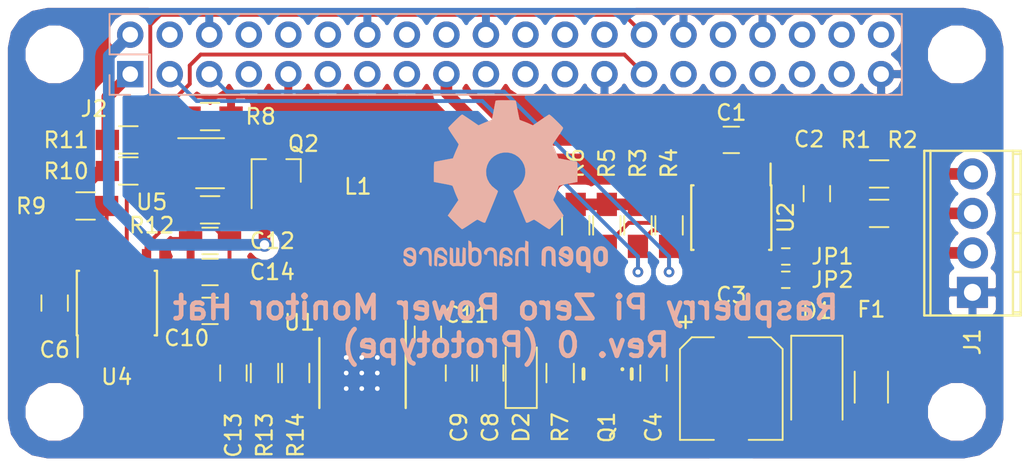
<source format=kicad_pcb>
(kicad_pcb (version 4) (host pcbnew 4.0.5+dfsg1-4~bpo8+1)

  (general
    (links 119)
    (no_connects 2)
    (area 86.150001 57.3 171.723829 101.2274)
    (thickness 1.6)
    (drawings 15)
    (tracks 198)
    (zones 0)
    (modules 54)
    (nets 27)
  )

  (page USLetter)
  (layers
    (0 Top signal)
    (31 Bottom signal)
    (34 B.Paste user)
    (35 F.Paste user)
    (36 B.SilkS user hide)
    (37 F.SilkS user)
    (38 B.Mask user)
    (39 F.Mask user)
    (44 Edge.Cuts user)
  )

  (setup
    (last_trace_width 0.25)
    (trace_clearance 0.1524)
    (zone_clearance 0)
    (zone_45_only no)
    (trace_min 0.1524)
    (segment_width 0.15)
    (edge_width 0.15)
    (via_size 0.6858)
    (via_drill 0.3302)
    (via_min_size 0.6858)
    (via_min_drill 0.3302)
    (uvia_size 0.762)
    (uvia_drill 0.508)
    (uvias_allowed no)
    (uvia_min_size 0)
    (uvia_min_drill 0)
    (pcb_text_width 0.3)
    (pcb_text_size 1.5 1.5)
    (mod_edge_width 0.15)
    (mod_text_size 1 1)
    (mod_text_width 0.15)
    (pad_size 0.6 0.6)
    (pad_drill 0.3)
    (pad_to_mask_clearance 0.2)
    (aux_axis_origin 100 70)
    (visible_elements FFFEFFFF)
    (pcbplotparams
      (layerselection 0x00030_80000001)
      (usegerberextensions false)
      (excludeedgelayer true)
      (linewidth 0.100000)
      (plotframeref false)
      (viasonmask false)
      (mode 1)
      (useauxorigin false)
      (hpglpennumber 1)
      (hpglpenspeed 20)
      (hpglpendiameter 15)
      (hpglpenoverlay 2)
      (psnegative false)
      (psa4output false)
      (plotreference true)
      (plotvalue true)
      (plotinvisibletext false)
      (padsonsilk false)
      (subtractmaskfromsilk false)
      (outputformat 1)
      (mirror false)
      (drillshape 1)
      (scaleselection 1)
      (outputdirectory ""))
  )

  (net 0 "")
  (net 1 Earth)
  (net 2 /ID_SD)
  (net 3 /ID_SC)
  (net 4 +3V3)
  (net 5 /V+_UNREG)
  (net 6 "Net-(D2-Pad2)")
  (net 7 /VIN+)
  (net 8 /VIN-)
  (net 9 "Net-(JP1-Pad1)")
  (net 10 "Net-(JP2-Pad1)")
  (net 11 "Net-(Q2-Pad1)")
  (net 12 +5V)
  (net 13 /SDA)
  (net 14 /SCL)
  (net 15 "Net-(C2-Pad1)")
  (net 16 "Net-(C2-Pad2)")
  (net 17 "Net-(C3-Pad1)")
  (net 18 "Net-(D1-Pad2)")
  (net 19 "Net-(R8-Pad1)")
  (net 20 "Net-(R9-Pad2)")
  (net 21 /Power/5V_REG)
  (net 22 /Power/V+_PROT)
  (net 23 "Net-(C10-Pad1)")
  (net 24 "Net-(C11-Pad1)")
  (net 25 "Net-(C11-Pad2)")
  (net 26 "Net-(C13-Pad2)")

  (net_class Default "This is the default net class."
    (clearance 0.1524)
    (trace_width 0.25)
    (via_dia 0.6858)
    (via_drill 0.3302)
    (uvia_dia 0.762)
    (uvia_drill 0.508)
    (add_net /ID_SC)
    (add_net /ID_SD)
    (add_net /SCL)
    (add_net /SDA)
    (add_net Earth)
    (add_net "Net-(C10-Pad1)")
    (add_net "Net-(C11-Pad1)")
    (add_net "Net-(C13-Pad2)")
    (add_net "Net-(JP1-Pad1)")
    (add_net "Net-(JP2-Pad1)")
    (add_net "Net-(Q2-Pad1)")
    (add_net "Net-(R8-Pad1)")
    (add_net "Net-(R9-Pad2)")
  )

  (net_class LowImp ""
    (clearance 0.1524)
    (trace_width 0.75)
    (via_dia 0.9)
    (via_drill 0.6)
    (uvia_dia 0.762)
    (uvia_drill 0.508)
    (add_net +3V3)
    (add_net +5V)
    (add_net /Power/5V_REG)
    (add_net /Power/V+_PROT)
    (add_net /V+_UNREG)
    (add_net /VIN+)
    (add_net /VIN-)
    (add_net "Net-(C11-Pad2)")
    (add_net "Net-(C2-Pad1)")
    (add_net "Net-(C2-Pad2)")
    (add_net "Net-(C3-Pad1)")
    (add_net "Net-(D1-Pad2)")
    (add_net "Net-(D2-Pad2)")
  )

  (module Housings_SSOP:TSSOP-16-1EP_4.4x5mm_Pitch0.65mm (layer Top) (tedit 54130A77) (tstamp 58CA13AF)
    (at 123.25 94 270)
    (descr "FE Package; 16-Lead Plastic TSSOP (4.4mm); Exposed Pad Variation BB; (see Linear Technology 1956f.pdf)")
    (tags "SSOP 0.65")
    (path /58C9E849/58CA9182)
    (attr smd)
    (fp_text reference U1 (at -3.25 4 360) (layer F.SilkS)
      (effects (font (size 1 1) (thickness 0.15)))
    )
    (fp_text value LM43600 (at 0 3.55 270) (layer F.Fab)
      (effects (font (size 1 1) (thickness 0.15)))
    )
    (fp_line (start -1.2 -2.5) (end 2.2 -2.5) (layer F.Fab) (width 0.15))
    (fp_line (start 2.2 -2.5) (end 2.2 2.5) (layer F.Fab) (width 0.15))
    (fp_line (start 2.2 2.5) (end -2.2 2.5) (layer F.Fab) (width 0.15))
    (fp_line (start -2.2 2.5) (end -2.2 -1.5) (layer F.Fab) (width 0.15))
    (fp_line (start -2.2 -1.5) (end -1.2 -2.5) (layer F.Fab) (width 0.15))
    (fp_line (start -3.55 -2.925) (end -3.55 2.8) (layer F.CrtYd) (width 0.05))
    (fp_line (start 3.55 -2.925) (end 3.55 2.8) (layer F.CrtYd) (width 0.05))
    (fp_line (start -3.55 -2.925) (end 3.55 -2.925) (layer F.CrtYd) (width 0.05))
    (fp_line (start -3.55 2.8) (end 3.55 2.8) (layer F.CrtYd) (width 0.05))
    (fp_line (start -2.25 2.725) (end 2.25 2.725) (layer F.SilkS) (width 0.15))
    (fp_line (start -3.375 -2.825) (end 2.25 -2.825) (layer F.SilkS) (width 0.15))
    (pad 1 smd rect (at -2.775 -2.275 270) (size 1.05 0.45) (layers Top F.Paste F.Mask)
      (net 25 "Net-(C11-Pad2)"))
    (pad 2 smd rect (at -2.775 -1.625 270) (size 1.05 0.45) (layers Top F.Paste F.Mask)
      (net 25 "Net-(C11-Pad2)"))
    (pad 3 smd rect (at -2.775 -0.975 270) (size 1.05 0.45) (layers Top F.Paste F.Mask)
      (net 24 "Net-(C11-Pad1)"))
    (pad 4 smd rect (at -2.775 -0.325 270) (size 1.05 0.45) (layers Top F.Paste F.Mask)
      (net 23 "Net-(C10-Pad1)"))
    (pad 5 smd rect (at -2.775 0.325 270) (size 1.05 0.45) (layers Top F.Paste F.Mask)
      (net 21 /Power/5V_REG))
    (pad 6 smd rect (at -2.775 0.975 270) (size 1.05 0.45) (layers Top F.Paste F.Mask)
      (net 1 Earth))
    (pad 7 smd rect (at -2.775 1.625 270) (size 1.05 0.45) (layers Top F.Paste F.Mask))
    (pad 8 smd rect (at -2.775 2.275 270) (size 1.05 0.45) (layers Top F.Paste F.Mask))
    (pad 9 smd rect (at 2.775 2.275 270) (size 1.05 0.45) (layers Top F.Paste F.Mask)
      (net 26 "Net-(C13-Pad2)"))
    (pad 10 smd rect (at 2.775 1.625 270) (size 1.05 0.45) (layers Top F.Paste F.Mask)
      (net 1 Earth))
    (pad 11 smd rect (at 2.775 0.975 270) (size 1.05 0.45) (layers Top F.Paste F.Mask))
    (pad 12 smd rect (at 2.775 0.325 270) (size 1.05 0.45) (layers Top F.Paste F.Mask)
      (net 22 /Power/V+_PROT))
    (pad 13 smd rect (at 2.775 -0.325 270) (size 1.05 0.45) (layers Top F.Paste F.Mask)
      (net 22 /Power/V+_PROT))
    (pad 14 smd rect (at 2.775 -0.975 270) (size 1.05 0.45) (layers Top F.Paste F.Mask)
      (net 22 /Power/V+_PROT))
    (pad 15 smd rect (at 2.775 -1.625 270) (size 1.05 0.45) (layers Top F.Paste F.Mask)
      (net 1 Earth))
    (pad 16 smd rect (at 2.775 -2.275 270) (size 1.05 0.45) (layers Top F.Paste F.Mask)
      (net 1 Earth))
    (pad 17 smd rect (at 0.735 1.3425 270) (size 1.47 0.895) (layers Top F.Paste F.Mask)
      (net 1 Earth) (solder_paste_margin_ratio -0.2))
    (pad 17 smd rect (at 0.735 0.4475 270) (size 1.47 0.895) (layers Top F.Paste F.Mask)
      (net 1 Earth) (solder_paste_margin_ratio -0.2))
    (pad 17 smd rect (at 0.735 -0.4475 270) (size 1.47 0.895) (layers Top F.Paste F.Mask)
      (net 1 Earth) (solder_paste_margin_ratio -0.2))
    (pad 17 smd rect (at 0.735 -1.3425 270) (size 1.47 0.895) (layers Top F.Paste F.Mask)
      (net 1 Earth) (solder_paste_margin_ratio -0.2))
    (pad 17 smd rect (at -0.735 1.3425 270) (size 1.47 0.895) (layers Top F.Paste F.Mask)
      (net 1 Earth) (solder_paste_margin_ratio -0.2))
    (pad 17 smd rect (at -0.735 0.4475 270) (size 1.47 0.895) (layers Top F.Paste F.Mask)
      (net 1 Earth) (solder_paste_margin_ratio -0.2))
    (pad 17 smd rect (at -0.735 -0.4475 270) (size 1.47 0.895) (layers Top F.Paste F.Mask)
      (net 1 Earth) (solder_paste_margin_ratio -0.2))
    (pad 17 smd rect (at -0.735 -1.3425 270) (size 1.47 0.895) (layers Top F.Paste F.Mask)
      (net 1 Earth) (solder_paste_margin_ratio -0.2))
    (model Housings_SSOP.3dshapes/TSSOP-16-1EP_4.4x5mm_Pitch0.65mm.wrl
      (at (xyz 0 0 0))
      (scale (xyz 1 1 1))
      (rotate (xyz 0 0 0))
    )
  )

  (module local_lib:VIA-0.6mm (layer Top) (tedit 58CA2173) (tstamp 58CA237E)
    (at 124.25 95)
    (fp_text reference REF** (at 0 0) (layer F.SilkS) hide
      (effects (font (size 0.127 0.127) (thickness 0.01)))
    )
    (fp_text value VIA-0.6mm (at 0 0) (layer F.Fab) hide
      (effects (font (size 0.127 0.127) (thickness 0.01)))
    )
    (pad 1 thru_hole circle (at 0 0) (size 0.6 0.6) (drill 0.3) (layers *.Cu)
      (net 1 Earth) (zone_connect 2))
  )

  (module local_lib:VIA-0.6mm (layer Top) (tedit 58CA2173) (tstamp 58CA237A)
    (at 123.25 95)
    (fp_text reference REF** (at 0 0) (layer F.SilkS) hide
      (effects (font (size 0.127 0.127) (thickness 0.01)))
    )
    (fp_text value VIA-0.6mm (at 0 0) (layer F.Fab) hide
      (effects (font (size 0.127 0.127) (thickness 0.01)))
    )
    (pad 1 thru_hole circle (at 0 0) (size 0.6 0.6) (drill 0.3) (layers *.Cu)
      (net 1 Earth) (zone_connect 2))
  )

  (module local_lib:VIA-0.6mm (layer Top) (tedit 58CA2173) (tstamp 58CA2376)
    (at 122.25 95)
    (fp_text reference REF** (at 0 0) (layer F.SilkS) hide
      (effects (font (size 0.127 0.127) (thickness 0.01)))
    )
    (fp_text value VIA-0.6mm (at 0 0) (layer F.Fab) hide
      (effects (font (size 0.127 0.127) (thickness 0.01)))
    )
    (pad 1 thru_hole circle (at 0 0) (size 0.6 0.6) (drill 0.3) (layers *.Cu)
      (net 1 Earth) (zone_connect 2))
  )

  (module local_lib:VIA-0.6mm (layer Top) (tedit 58CA2173) (tstamp 58CA2372)
    (at 124.25 94)
    (fp_text reference REF** (at 0 0) (layer F.SilkS) hide
      (effects (font (size 0.127 0.127) (thickness 0.01)))
    )
    (fp_text value VIA-0.6mm (at 0 0) (layer F.Fab) hide
      (effects (font (size 0.127 0.127) (thickness 0.01)))
    )
    (pad 1 thru_hole circle (at 0 0) (size 0.6 0.6) (drill 0.3) (layers *.Cu)
      (net 1 Earth) (zone_connect 2))
  )

  (module local_lib:VIA-0.6mm (layer Top) (tedit 58CA2173) (tstamp 58CA236E)
    (at 123.25 94)
    (fp_text reference REF** (at 0 0) (layer F.SilkS) hide
      (effects (font (size 0.127 0.127) (thickness 0.01)))
    )
    (fp_text value VIA-0.6mm (at 0 0) (layer F.Fab) hide
      (effects (font (size 0.127 0.127) (thickness 0.01)))
    )
    (pad 1 thru_hole circle (at 0 0) (size 0.6 0.6) (drill 0.3) (layers *.Cu)
      (net 1 Earth) (zone_connect 2))
  )

  (module local_lib:VIA-0.6mm (layer Top) (tedit 58CA2173) (tstamp 58CA236A)
    (at 122.25 94)
    (fp_text reference REF** (at 0 0) (layer F.SilkS) hide
      (effects (font (size 0.127 0.127) (thickness 0.01)))
    )
    (fp_text value VIA-0.6mm (at 0 0) (layer F.Fab) hide
      (effects (font (size 0.127 0.127) (thickness 0.01)))
    )
    (pad 1 thru_hole circle (at 0 0) (size 0.6 0.6) (drill 0.3) (layers *.Cu)
      (net 1 Earth) (zone_connect 2))
  )

  (module local_lib:VIA-0.6mm (layer Top) (tedit 58CA2173) (tstamp 58CA2366)
    (at 124.25 93)
    (fp_text reference REF** (at 0 0) (layer F.SilkS) hide
      (effects (font (size 0.127 0.127) (thickness 0.01)))
    )
    (fp_text value VIA-0.6mm (at 0 0) (layer F.Fab) hide
      (effects (font (size 0.127 0.127) (thickness 0.01)))
    )
    (pad 1 thru_hole circle (at 0 0) (size 0.6 0.6) (drill 0.3) (layers *.Cu)
      (net 1 Earth) (zone_connect 2))
  )

  (module local_lib:VIA-0.6mm (layer Top) (tedit 58CA2173) (tstamp 58CA2362)
    (at 123.25 93)
    (fp_text reference REF** (at 0 0) (layer F.SilkS) hide
      (effects (font (size 0.127 0.127) (thickness 0.01)))
    )
    (fp_text value VIA-0.6mm (at 0 0) (layer F.Fab) hide
      (effects (font (size 0.127 0.127) (thickness 0.01)))
    )
    (pad 1 thru_hole circle (at 0 0) (size 0.6 0.6) (drill 0.3) (layers *.Cu)
      (net 1 Earth) (zone_connect 2))
  )

  (module Capacitors_SMD:C_0805_HandSoldering (layer Top) (tedit 58AA84A8) (tstamp 58CA12E8)
    (at 131.5 94 90)
    (descr "Capacitor SMD 0805, hand soldering")
    (tags "capacitor 0805")
    (path /58C9E849/58CA84B0)
    (attr smd)
    (fp_text reference C8 (at -3.5 0 270) (layer F.SilkS)
      (effects (font (size 1 1) (thickness 0.15)))
    )
    (fp_text value 4u7 (at 0 1.75 90) (layer F.Fab)
      (effects (font (size 1 1) (thickness 0.15)))
    )
    (fp_text user %R (at 0 -1.75 90) (layer F.Fab)
      (effects (font (size 1 1) (thickness 0.15)))
    )
    (fp_line (start -1 0.62) (end -1 -0.62) (layer F.Fab) (width 0.1))
    (fp_line (start 1 0.62) (end -1 0.62) (layer F.Fab) (width 0.1))
    (fp_line (start 1 -0.62) (end 1 0.62) (layer F.Fab) (width 0.1))
    (fp_line (start -1 -0.62) (end 1 -0.62) (layer F.Fab) (width 0.1))
    (fp_line (start 0.5 -0.85) (end -0.5 -0.85) (layer F.SilkS) (width 0.12))
    (fp_line (start -0.5 0.85) (end 0.5 0.85) (layer F.SilkS) (width 0.12))
    (fp_line (start -2.25 -0.88) (end 2.25 -0.88) (layer F.CrtYd) (width 0.05))
    (fp_line (start -2.25 -0.88) (end -2.25 0.87) (layer F.CrtYd) (width 0.05))
    (fp_line (start 2.25 0.87) (end 2.25 -0.88) (layer F.CrtYd) (width 0.05))
    (fp_line (start 2.25 0.87) (end -2.25 0.87) (layer F.CrtYd) (width 0.05))
    (pad 1 smd rect (at -1.25 0 90) (size 1.5 1.25) (layers Top F.Paste F.Mask)
      (net 22 /Power/V+_PROT))
    (pad 2 smd rect (at 1.25 0 90) (size 1.5 1.25) (layers Top F.Paste F.Mask)
      (net 1 Earth))
    (model Capacitors_SMD.3dshapes/C_0805.wrl
      (at (xyz 0 0 0))
      (scale (xyz 1 1 1))
      (rotate (xyz 0 0 0))
    )
  )

  (module local_lib:Socket_Strip_Straight_2x20_Pitch2.54mm (layer Bottom) (tedit 58C865E8) (tstamp 58C8623B)
    (at 132.5 73.5)
    (descr "Through hole straight socket strip, 2x20, 2.54mm pitch, double rows")
    (tags "Through hole socket strip THT 2x20 2.54mm double row")
    (path /58CA3ADD/58CA42CC)
    (fp_text reference J2 (at -26.46 3.5) (layer F.SilkS)
      (effects (font (size 1 1) (thickness 0.15)))
    )
    (fp_text value Raspberry_Pi_2_3 (at 0 3.81) (layer B.Fab)
      (effects (font (size 1 1) (thickness 0.15)) (justify mirror))
    )
    (fp_line (start -25.4 -2.54) (end 25.4 -2.54) (layer B.Fab) (width 0.1))
    (fp_line (start 25.4 -2.54) (end 25.4 2.54) (layer B.Fab) (width 0.1))
    (fp_line (start 25.4 2.54) (end -25.4 2.54) (layer B.Fab) (width 0.1))
    (fp_line (start -25.4 2.54) (end -25.4 -2.54) (layer B.Fab) (width 0.1))
    (fp_line (start -22.86 2.6) (end 25.46 2.6) (layer B.SilkS) (width 0.12))
    (fp_line (start 25.46 2.6) (end 25.46 -2.6) (layer B.SilkS) (width 0.12))
    (fp_line (start 25.46 -2.6) (end -25.46 -2.6) (layer B.SilkS) (width 0.12))
    (fp_line (start -25.46 -2.6) (end -25.46 0) (layer B.SilkS) (width 0.12))
    (fp_line (start -25.46 0) (end -22.86 0) (layer B.SilkS) (width 0.12))
    (fp_line (start -22.86 0) (end -22.86 2.6) (layer B.SilkS) (width 0.12))
    (fp_line (start -24.13 2.6) (end -25.46 2.6) (layer B.SilkS) (width 0.12))
    (fp_line (start -25.46 2.6) (end -25.46 1.33) (layer B.SilkS) (width 0.12))
    (fp_line (start -25.68 -2.83) (end 25.67 -2.83) (layer B.CrtYd) (width 0.05))
    (fp_line (start 25.67 -2.83) (end 25.67 2.82) (layer B.CrtYd) (width 0.05))
    (fp_line (start 25.67 2.82) (end -25.68 2.82) (layer B.CrtYd) (width 0.05))
    (fp_line (start -25.68 2.82) (end -25.68 -2.83) (layer B.CrtYd) (width 0.05))
    (pad 1 thru_hole rect (at -24.13 1.27 270) (size 1.7 1.7) (drill 1) (layers *.Cu *.Mask)
      (net 4 +3V3))
    (pad 2 thru_hole oval (at -24.13 -1.27 270) (size 1.7 1.7) (drill 1) (layers *.Cu *.Mask)
      (net 12 +5V))
    (pad 3 thru_hole oval (at -21.59 1.27 270) (size 1.7 1.7) (drill 1) (layers *.Cu *.Mask)
      (net 13 /SDA))
    (pad 4 thru_hole oval (at -21.59 -1.27 270) (size 1.7 1.7) (drill 1) (layers *.Cu *.Mask)
      (net 12 +5V))
    (pad 5 thru_hole oval (at -19.05 1.27 270) (size 1.7 1.7) (drill 1) (layers *.Cu *.Mask)
      (net 14 /SCL))
    (pad 6 thru_hole oval (at -19.05 -1.27 270) (size 1.7 1.7) (drill 1) (layers *.Cu *.Mask)
      (net 1 Earth))
    (pad 7 thru_hole oval (at -16.51 1.27 270) (size 1.7 1.7) (drill 1) (layers *.Cu *.Mask))
    (pad 8 thru_hole oval (at -16.51 -1.27 270) (size 1.7 1.7) (drill 1) (layers *.Cu *.Mask))
    (pad 9 thru_hole oval (at -13.97 1.27 270) (size 1.7 1.7) (drill 1) (layers *.Cu *.Mask)
      (net 1 Earth))
    (pad 10 thru_hole oval (at -13.97 -1.27 270) (size 1.7 1.7) (drill 1) (layers *.Cu *.Mask))
    (pad 11 thru_hole oval (at -11.43 1.27 270) (size 1.7 1.7) (drill 1) (layers *.Cu *.Mask))
    (pad 12 thru_hole oval (at -11.43 -1.27 270) (size 1.7 1.7) (drill 1) (layers *.Cu *.Mask))
    (pad 13 thru_hole oval (at -8.89 1.27 270) (size 1.7 1.7) (drill 1) (layers *.Cu *.Mask))
    (pad 14 thru_hole oval (at -8.89 -1.27 270) (size 1.7 1.7) (drill 1) (layers *.Cu *.Mask)
      (net 1 Earth))
    (pad 15 thru_hole oval (at -6.35 1.27 270) (size 1.7 1.7) (drill 1) (layers *.Cu *.Mask))
    (pad 16 thru_hole oval (at -6.35 -1.27 270) (size 1.7 1.7) (drill 1) (layers *.Cu *.Mask))
    (pad 17 thru_hole oval (at -3.81 1.27 270) (size 1.7 1.7) (drill 1) (layers *.Cu *.Mask)
      (net 4 +3V3))
    (pad 18 thru_hole oval (at -3.81 -1.27 270) (size 1.7 1.7) (drill 1) (layers *.Cu *.Mask))
    (pad 19 thru_hole oval (at -1.27 1.27 270) (size 1.7 1.7) (drill 1) (layers *.Cu *.Mask))
    (pad 20 thru_hole oval (at -1.27 -1.27 270) (size 1.7 1.7) (drill 1) (layers *.Cu *.Mask)
      (net 1 Earth))
    (pad 21 thru_hole oval (at 1.27 1.27 270) (size 1.7 1.7) (drill 1) (layers *.Cu *.Mask))
    (pad 22 thru_hole oval (at 1.27 -1.27 270) (size 1.7 1.7) (drill 1) (layers *.Cu *.Mask))
    (pad 23 thru_hole oval (at 3.81 1.27 270) (size 1.7 1.7) (drill 1) (layers *.Cu *.Mask))
    (pad 24 thru_hole oval (at 3.81 -1.27 270) (size 1.7 1.7) (drill 1) (layers *.Cu *.Mask))
    (pad 25 thru_hole oval (at 6.35 1.27 270) (size 1.7 1.7) (drill 1) (layers *.Cu *.Mask)
      (net 1 Earth))
    (pad 26 thru_hole oval (at 6.35 -1.27 270) (size 1.7 1.7) (drill 1) (layers *.Cu *.Mask))
    (pad 27 thru_hole oval (at 8.89 1.27 270) (size 1.7 1.7) (drill 1) (layers *.Cu *.Mask)
      (net 2 /ID_SD))
    (pad 28 thru_hole oval (at 8.89 -1.27 270) (size 1.7 1.7) (drill 1) (layers *.Cu *.Mask)
      (net 3 /ID_SC))
    (pad 29 thru_hole oval (at 11.43 1.27 270) (size 1.7 1.7) (drill 1) (layers *.Cu *.Mask))
    (pad 30 thru_hole oval (at 11.43 -1.27 270) (size 1.7 1.7) (drill 1) (layers *.Cu *.Mask)
      (net 1 Earth))
    (pad 31 thru_hole oval (at 13.97 1.27 270) (size 1.7 1.7) (drill 1) (layers *.Cu *.Mask))
    (pad 32 thru_hole oval (at 13.97 -1.27 270) (size 1.7 1.7) (drill 1) (layers *.Cu *.Mask))
    (pad 33 thru_hole oval (at 16.51 1.27 270) (size 1.7 1.7) (drill 1) (layers *.Cu *.Mask))
    (pad 34 thru_hole oval (at 16.51 -1.27 270) (size 1.7 1.7) (drill 1) (layers *.Cu *.Mask)
      (net 1 Earth))
    (pad 35 thru_hole oval (at 19.05 1.27 270) (size 1.7 1.7) (drill 1) (layers *.Cu *.Mask))
    (pad 36 thru_hole oval (at 19.05 -1.27 270) (size 1.7 1.7) (drill 1) (layers *.Cu *.Mask))
    (pad 37 thru_hole oval (at 21.59 1.27 270) (size 1.7 1.7) (drill 1) (layers *.Cu *.Mask))
    (pad 38 thru_hole oval (at 21.59 -1.27 270) (size 1.7 1.7) (drill 1) (layers *.Cu *.Mask))
    (pad 39 thru_hole oval (at 24.13 1.27 270) (size 1.7 1.7) (drill 1) (layers *.Cu *.Mask)
      (net 1 Earth))
    (pad 40 thru_hole oval (at 24.13 -1.27 270) (size 1.7 1.7) (drill 1) (layers *.Cu *.Mask))
    (model Socket_Strips.3dshapes/Socket_Strip_Straight_2x20.wrl
      (at (xyz 0 0 0))
      (scale (xyz 1 1 1))
      (rotate (xyz 0 0 0))
    )
  )

  (module Resistors_SMD:R_0805_HandSoldering (layer Top) (tedit 58AADA1D) (tstamp 58C85768)
    (at 105.5 83.25)
    (descr "Resistor SMD 0805, hand soldering")
    (tags "resistor 0805")
    (path /58C7525D)
    (attr smd)
    (fp_text reference R9 (at -3.49942 0.01191) (layer F.SilkS)
      (effects (font (size 1 1) (thickness 0.15)))
    )
    (fp_text value 1k0 (at 0 1.75) (layer F.Fab)
      (effects (font (size 1 1) (thickness 0.15)))
    )
    (fp_text user %R (at 0 -1.7) (layer F.Fab)
      (effects (font (size 1 1) (thickness 0.15)))
    )
    (fp_line (start -1 0.62) (end -1 -0.62) (layer F.Fab) (width 0.1))
    (fp_line (start 1 0.62) (end -1 0.62) (layer F.Fab) (width 0.1))
    (fp_line (start 1 -0.62) (end 1 0.62) (layer F.Fab) (width 0.1))
    (fp_line (start -1 -0.62) (end 1 -0.62) (layer F.Fab) (width 0.1))
    (fp_line (start 0.6 0.88) (end -0.6 0.88) (layer F.SilkS) (width 0.12))
    (fp_line (start -0.6 -0.88) (end 0.6 -0.88) (layer F.SilkS) (width 0.12))
    (fp_line (start -2.35 -0.9) (end 2.35 -0.9) (layer F.CrtYd) (width 0.05))
    (fp_line (start -2.35 -0.9) (end -2.35 0.9) (layer F.CrtYd) (width 0.05))
    (fp_line (start 2.35 0.9) (end 2.35 -0.9) (layer F.CrtYd) (width 0.05))
    (fp_line (start 2.35 0.9) (end -2.35 0.9) (layer F.CrtYd) (width 0.05))
    (pad 1 smd rect (at -1.35 0) (size 1.5 1.3) (layers Top F.Paste F.Mask)
      (net 4 +3V3))
    (pad 2 smd rect (at 1.35 0) (size 1.5 1.3) (layers Top F.Paste F.Mask)
      (net 20 "Net-(R9-Pad2)"))
    (model Resistors_SMD.3dshapes/R_0805.wrl
      (at (xyz 0 0 0))
      (scale (xyz 1 1 1))
      (rotate (xyz 0 0 0))
    )
  )

  (module Housings_SOIC:SOIC-8_3.9x4.9mm_Pitch1.27mm (layer Top) (tedit 54130A77) (tstamp 58C85882)
    (at 147 84 270)
    (descr "8-Lead Plastic Small Outline (SN) - Narrow, 3.90 mm Body [SOIC] (see Microchip Packaging Specification 00000049BS.pdf)")
    (tags "SOIC 1.27")
    (path /58C7D525)
    (attr smd)
    (fp_text reference U2 (at 0 -3.5 270) (layer F.SilkS)
      (effects (font (size 1 1) (thickness 0.15)))
    )
    (fp_text value INA219 (at 0 3.5 270) (layer F.Fab)
      (effects (font (size 1 1) (thickness 0.15)))
    )
    (fp_line (start -0.95 -2.45) (end 1.95 -2.45) (layer F.Fab) (width 0.15))
    (fp_line (start 1.95 -2.45) (end 1.95 2.45) (layer F.Fab) (width 0.15))
    (fp_line (start 1.95 2.45) (end -1.95 2.45) (layer F.Fab) (width 0.15))
    (fp_line (start -1.95 2.45) (end -1.95 -1.45) (layer F.Fab) (width 0.15))
    (fp_line (start -1.95 -1.45) (end -0.95 -2.45) (layer F.Fab) (width 0.15))
    (fp_line (start -3.75 -2.75) (end -3.75 2.75) (layer F.CrtYd) (width 0.05))
    (fp_line (start 3.75 -2.75) (end 3.75 2.75) (layer F.CrtYd) (width 0.05))
    (fp_line (start -3.75 -2.75) (end 3.75 -2.75) (layer F.CrtYd) (width 0.05))
    (fp_line (start -3.75 2.75) (end 3.75 2.75) (layer F.CrtYd) (width 0.05))
    (fp_line (start -2.075 -2.575) (end -2.075 -2.525) (layer F.SilkS) (width 0.15))
    (fp_line (start 2.075 -2.575) (end 2.075 -2.43) (layer F.SilkS) (width 0.15))
    (fp_line (start 2.075 2.575) (end 2.075 2.43) (layer F.SilkS) (width 0.15))
    (fp_line (start -2.075 2.575) (end -2.075 2.43) (layer F.SilkS) (width 0.15))
    (fp_line (start -2.075 -2.575) (end 2.075 -2.575) (layer F.SilkS) (width 0.15))
    (fp_line (start -2.075 2.575) (end 2.075 2.575) (layer F.SilkS) (width 0.15))
    (fp_line (start -2.075 -2.525) (end -3.475 -2.525) (layer F.SilkS) (width 0.15))
    (pad 1 smd rect (at -2.7 -1.905 270) (size 1.55 0.6) (layers Top F.Paste F.Mask)
      (net 16 "Net-(C2-Pad2)"))
    (pad 2 smd rect (at -2.7 -0.635 270) (size 1.55 0.6) (layers Top F.Paste F.Mask)
      (net 15 "Net-(C2-Pad1)"))
    (pad 3 smd rect (at -2.7 0.635 270) (size 1.55 0.6) (layers Top F.Paste F.Mask)
      (net 1 Earth))
    (pad 4 smd rect (at -2.7 1.905 270) (size 1.55 0.6) (layers Top F.Paste F.Mask)
      (net 4 +3V3))
    (pad 5 smd rect (at 2.7 1.905 270) (size 1.55 0.6) (layers Top F.Paste F.Mask)
      (net 14 /SCL))
    (pad 6 smd rect (at 2.7 0.635 270) (size 1.55 0.6) (layers Top F.Paste F.Mask)
      (net 13 /SDA))
    (pad 7 smd rect (at 2.7 -0.635 270) (size 1.55 0.6) (layers Top F.Paste F.Mask)
      (net 9 "Net-(JP1-Pad1)"))
    (pad 8 smd rect (at 2.7 -1.905 270) (size 1.55 0.6) (layers Top F.Paste F.Mask)
      (net 10 "Net-(JP2-Pad1)"))
    (model Housings_SOIC.3dshapes/SOIC-8_3.9x4.9mm_Pitch1.27mm.wrl
      (at (xyz 0 0 0))
      (scale (xyz 1 1 1))
      (rotate (xyz 0 0 0))
    )
  )

  (module Mounting_Holes:MountingHole_2.7mm_M2.5 (layer Top) (tedit 58C9FDA6) (tstamp 58C8650C)
    (at 161.5 96.5)
    (descr "Mounting Hole 2.7mm, no annular, M2.5")
    (tags "mounting hole 2.7mm no annular m2.5")
    (fp_text reference MHSE (at 0 -3.7) (layer F.SilkS) hide
      (effects (font (size 1 1) (thickness 0.15)))
    )
    (fp_text value MountingHole_2.7mm_M2.5 (at 0 3.7) (layer F.Fab) hide
      (effects (font (size 1 1) (thickness 0.15)))
    )
    (fp_circle (center 0 0) (end 2.7 0) (layer Cmts.User) (width 0.15))
    (fp_circle (center 0 0) (end 2.95 0) (layer F.CrtYd) (width 0.05))
    (pad "" np_thru_hole circle (at 0 0) (size 2.7 2.7) (drill 2.7) (layers *.Cu))
  )

  (module Mounting_Holes:MountingHole_2.7mm_M2.5 (layer Top) (tedit 58C9FD9D) (tstamp 58C864FF)
    (at 103.5 96.5)
    (descr "Mounting Hole 2.7mm, no annular, M2.5")
    (tags "mounting hole 2.7mm no annular m2.5")
    (fp_text reference MHSW (at 0 -3.7) (layer F.SilkS) hide
      (effects (font (size 1 1) (thickness 0.15)))
    )
    (fp_text value MountingHole_2.7mm_M2.5 (at 0 3.7) (layer F.Fab) hide
      (effects (font (size 1 1) (thickness 0.15)))
    )
    (fp_circle (center 0 0) (end 2.7 0) (layer Cmts.User) (width 0.15))
    (fp_circle (center 0 0) (end 2.95 0) (layer F.CrtYd) (width 0.05))
    (pad "" np_thru_hole circle (at 0 0) (size 2.7 2.7) (drill 2.7) (layers *.Cu))
  )

  (module Mounting_Holes:MountingHole_2.7mm_M2.5 (layer Top) (tedit 58C9FD8C) (tstamp 58C864D8)
    (at 161.5 73.5)
    (descr "Mounting Hole 2.7mm, no annular, M2.5")
    (tags "mounting hole 2.7mm no annular m2.5")
    (fp_text reference MHNE (at 0 -3.7) (layer F.SilkS) hide
      (effects (font (size 1 1) (thickness 0.15)))
    )
    (fp_text value MountingHole_2.7mm_M2.5 (at 0 3.7) (layer F.Fab) hide
      (effects (font (size 1 1) (thickness 0.15)))
    )
    (fp_circle (center 0 0) (end 2.7 0) (layer Cmts.User) (width 0.15))
    (fp_circle (center 0 0) (end 2.95 0) (layer F.CrtYd) (width 0.05))
    (pad "" np_thru_hole circle (at 0 0) (size 2.7 2.7) (drill 2.7) (layers *.Cu))
  )

  (module Resistors_SMD:R_0402 (layer Top) (tedit 58AAD9A4) (tstamp 58C7794C)
    (at 150.5 86.5)
    (descr "Resistor SMD 0402, reflow soldering, Vishay (see dcrcw.pdf)")
    (tags "resistor 0402")
    (path /58C7EDDE)
    (attr smd)
    (fp_text reference JP1 (at 3 0) (layer F.SilkS)
      (effects (font (size 1 1) (thickness 0.15)))
    )
    (fp_text value A0 (at 0 1.45) (layer F.Fab)
      (effects (font (size 1 1) (thickness 0.15)))
    )
    (fp_text user %R (at 0 -1.35) (layer F.Fab)
      (effects (font (size 1 1) (thickness 0.15)))
    )
    (fp_line (start -0.5 0.25) (end -0.5 -0.25) (layer F.Fab) (width 0.1))
    (fp_line (start 0.5 0.25) (end -0.5 0.25) (layer F.Fab) (width 0.1))
    (fp_line (start 0.5 -0.25) (end 0.5 0.25) (layer F.Fab) (width 0.1))
    (fp_line (start -0.5 -0.25) (end 0.5 -0.25) (layer F.Fab) (width 0.1))
    (fp_line (start 0.25 -0.53) (end -0.25 -0.53) (layer F.SilkS) (width 0.12))
    (fp_line (start -0.25 0.53) (end 0.25 0.53) (layer F.SilkS) (width 0.12))
    (fp_line (start -0.8 -0.45) (end 0.8 -0.45) (layer F.CrtYd) (width 0.05))
    (fp_line (start -0.8 -0.45) (end -0.8 0.45) (layer F.CrtYd) (width 0.05))
    (fp_line (start 0.8 0.45) (end 0.8 -0.45) (layer F.CrtYd) (width 0.05))
    (fp_line (start 0.8 0.45) (end -0.8 0.45) (layer F.CrtYd) (width 0.05))
    (pad 1 smd rect (at -0.45 0) (size 0.4 0.6) (layers Top F.Paste F.Mask)
      (net 9 "Net-(JP1-Pad1)"))
    (pad 2 smd rect (at 0.45 0) (size 0.4 0.6) (layers Top F.Paste F.Mask)
      (net 1 Earth))
  )

  (module Resistors_SMD:R_0402 (layer Top) (tedit 58AAD9A4) (tstamp 58C77952)
    (at 150.5 88)
    (descr "Resistor SMD 0402, reflow soldering, Vishay (see dcrcw.pdf)")
    (tags "resistor 0402")
    (path /58C7EE6B)
    (attr smd)
    (fp_text reference JP2 (at 3 0) (layer F.SilkS)
      (effects (font (size 1 1) (thickness 0.15)))
    )
    (fp_text value A1 (at 0 1.45) (layer F.Fab)
      (effects (font (size 1 1) (thickness 0.15)))
    )
    (fp_text user %R (at 0 -1.35) (layer F.Fab)
      (effects (font (size 1 1) (thickness 0.15)))
    )
    (fp_line (start -0.5 0.25) (end -0.5 -0.25) (layer F.Fab) (width 0.1))
    (fp_line (start 0.5 0.25) (end -0.5 0.25) (layer F.Fab) (width 0.1))
    (fp_line (start 0.5 -0.25) (end 0.5 0.25) (layer F.Fab) (width 0.1))
    (fp_line (start -0.5 -0.25) (end 0.5 -0.25) (layer F.Fab) (width 0.1))
    (fp_line (start 0.25 -0.53) (end -0.25 -0.53) (layer F.SilkS) (width 0.12))
    (fp_line (start -0.25 0.53) (end 0.25 0.53) (layer F.SilkS) (width 0.12))
    (fp_line (start -0.8 -0.45) (end 0.8 -0.45) (layer F.CrtYd) (width 0.05))
    (fp_line (start -0.8 -0.45) (end -0.8 0.45) (layer F.CrtYd) (width 0.05))
    (fp_line (start 0.8 0.45) (end 0.8 -0.45) (layer F.CrtYd) (width 0.05))
    (fp_line (start 0.8 0.45) (end -0.8 0.45) (layer F.CrtYd) (width 0.05))
    (pad 1 smd rect (at -0.45 0) (size 0.4 0.6) (layers Top F.Paste F.Mask)
      (net 10 "Net-(JP2-Pad1)"))
    (pad 2 smd rect (at 0.45 0) (size 0.4 0.6) (layers Top F.Paste F.Mask)
      (net 1 Earth))
  )

  (module _div:_FAIRCHILD-MOSFET-SuperSOT-6 (layer Top) (tedit 58C8246E) (tstamp 58C7795C)
    (at 140 92.75 180)
    (path /58C9E849/58C9F5D5)
    (fp_text reference Q1 (at 1 -4.75 450) (layer F.SilkS)
      (effects (font (size 1 1) (thickness 0.15)))
    )
    (fp_text value FDC602P (at 1 -4.62 180) (layer F.Fab)
      (effects (font (size 1 1) (thickness 0.15)))
    )
    (fp_line (start 2.5 -1.62) (end 2.5 -1) (layer F.SilkS) (width 0.25))
    (fp_line (start -0.6 -1.62) (end -0.6 -1) (layer F.SilkS) (width 0.25))
    (fp_line (start 0 -1.01) (end 0 -1) (layer F.SilkS) (width 0.25))
    (pad S smd rect (at 1.9 -2.62 180) (size 0.62 1.22) (layers Top F.Paste F.Mask)
      (net 22 /Power/V+_PROT))
    (pad D smd rect (at 0.95 -2.62 180) (size 0.62 1.22) (layers Top F.Paste F.Mask)
      (net 17 "Net-(C3-Pad1)"))
    (pad G smd rect (at 1.9 0 180) (size 0.62 1.22) (layers Top F.Paste F.Mask)
      (net 6 "Net-(D2-Pad2)"))
    (pad D smd rect (at 0 -2.62 180) (size 0.62 1.22) (layers Top F.Paste F.Mask)
      (net 17 "Net-(C3-Pad1)"))
    (pad D smd rect (at 0.95 0 180) (size 0.62 1.22) (layers Top F.Paste F.Mask)
      (net 17 "Net-(C3-Pad1)"))
    (pad D smd rect (at 0 0 180) (size 0.62 1.22) (layers Top F.Paste F.Mask)
      (net 17 "Net-(C3-Pad1)"))
    (model TO_SOT_Packages_SMD.3dshapes/SOT-23-6.wrl
      (at (xyz 0.035 0.05 0))
      (scale (xyz 1 1 1))
      (rotate (xyz 0 0 90))
    )
  )

  (module Capacitors_SMD:C_0805_HandSoldering (layer Top) (tedit 58AA84A8) (tstamp 58C855FD)
    (at 147 79)
    (descr "Capacitor SMD 0805, hand soldering")
    (tags "capacitor 0805")
    (path /58C7F9BF)
    (attr smd)
    (fp_text reference C1 (at 0 -1.75) (layer F.SilkS)
      (effects (font (size 1 1) (thickness 0.15)))
    )
    (fp_text value 100nF (at 0 1.75) (layer F.Fab)
      (effects (font (size 1 1) (thickness 0.15)))
    )
    (fp_text user %R (at 0 -1.75) (layer F.Fab)
      (effects (font (size 1 1) (thickness 0.15)))
    )
    (fp_line (start -1 0.62) (end -1 -0.62) (layer F.Fab) (width 0.1))
    (fp_line (start 1 0.62) (end -1 0.62) (layer F.Fab) (width 0.1))
    (fp_line (start 1 -0.62) (end 1 0.62) (layer F.Fab) (width 0.1))
    (fp_line (start -1 -0.62) (end 1 -0.62) (layer F.Fab) (width 0.1))
    (fp_line (start 0.5 -0.85) (end -0.5 -0.85) (layer F.SilkS) (width 0.12))
    (fp_line (start -0.5 0.85) (end 0.5 0.85) (layer F.SilkS) (width 0.12))
    (fp_line (start -2.25 -0.88) (end 2.25 -0.88) (layer F.CrtYd) (width 0.05))
    (fp_line (start -2.25 -0.88) (end -2.25 0.87) (layer F.CrtYd) (width 0.05))
    (fp_line (start 2.25 0.87) (end 2.25 -0.88) (layer F.CrtYd) (width 0.05))
    (fp_line (start 2.25 0.87) (end -2.25 0.87) (layer F.CrtYd) (width 0.05))
    (pad 1 smd rect (at -1.25 0) (size 1.5 1.25) (layers Top F.Paste F.Mask)
      (net 4 +3V3))
    (pad 2 smd rect (at 1.25 0) (size 1.5 1.25) (layers Top F.Paste F.Mask)
      (net 1 Earth))
    (model Capacitors_SMD.3dshapes/C_0805.wrl
      (at (xyz 0 0 0))
      (scale (xyz 1 1 1))
      (rotate (xyz 0 0 0))
    )
  )

  (module Capacitors_SMD:C_0805_HandSoldering (layer Top) (tedit 58C8665B) (tstamp 58C8560D)
    (at 152.5 82.46 90)
    (descr "Capacitor SMD 0805, hand soldering")
    (tags "capacitor 0805")
    (path /58C7E77B)
    (attr smd)
    (fp_text reference C2 (at 3.5 -0.5 180) (layer F.SilkS)
      (effects (font (size 1 1) (thickness 0.15)))
    )
    (fp_text value 100nF (at 0 1.75 90) (layer F.Fab)
      (effects (font (size 1 1) (thickness 0.15)))
    )
    (fp_text user %R (at 0 -1.75 90) (layer F.Fab)
      (effects (font (size 1 1) (thickness 0.15)))
    )
    (fp_line (start -1 0.62) (end -1 -0.62) (layer F.Fab) (width 0.1))
    (fp_line (start 1 0.62) (end -1 0.62) (layer F.Fab) (width 0.1))
    (fp_line (start 1 -0.62) (end 1 0.62) (layer F.Fab) (width 0.1))
    (fp_line (start -1 -0.62) (end 1 -0.62) (layer F.Fab) (width 0.1))
    (fp_line (start 0.5 -0.85) (end -0.5 -0.85) (layer F.SilkS) (width 0.12))
    (fp_line (start -0.5 0.85) (end 0.5 0.85) (layer F.SilkS) (width 0.12))
    (fp_line (start -2.25 -0.88) (end 2.25 -0.88) (layer F.CrtYd) (width 0.05))
    (fp_line (start -2.25 -0.88) (end -2.25 0.87) (layer F.CrtYd) (width 0.05))
    (fp_line (start 2.25 0.87) (end 2.25 -0.88) (layer F.CrtYd) (width 0.05))
    (fp_line (start 2.25 0.87) (end -2.25 0.87) (layer F.CrtYd) (width 0.05))
    (pad 1 smd rect (at -1.25 0 90) (size 1.5 1.25) (layers Top F.Paste F.Mask)
      (net 15 "Net-(C2-Pad1)"))
    (pad 2 smd rect (at 1.25 0 90) (size 1.5 1.25) (layers Top F.Paste F.Mask)
      (net 16 "Net-(C2-Pad2)"))
    (model Capacitors_SMD.3dshapes/C_0805.wrl
      (at (xyz 0 0 0))
      (scale (xyz 1 1 1))
      (rotate (xyz 0 0 0))
    )
  )

  (module Capacitors_SMD:CP_Elec_6.3x5.7 (layer Top) (tedit 58AA8B43) (tstamp 58C8561D)
    (at 147 95 270)
    (descr "SMT capacitor, aluminium electrolytic, 6.3x5.7")
    (path /58C9E849/58C9F60E)
    (attr smd)
    (fp_text reference C3 (at -6 0 360) (layer F.SilkS)
      (effects (font (size 1 1) (thickness 0.15)))
    )
    (fp_text value 10uF (at 0 -4.56 270) (layer F.Fab)
      (effects (font (size 1 1) (thickness 0.15)))
    )
    (fp_circle (center 0 0) (end 0.6 3) (layer F.Fab) (width 0.1))
    (fp_text user + (at -1.79 -0.06 270) (layer F.Fab)
      (effects (font (size 1 1) (thickness 0.15)))
    )
    (fp_text user + (at -4.28 3.01 270) (layer F.SilkS)
      (effects (font (size 1 1) (thickness 0.15)))
    )
    (fp_text user %R (at 0 4.56 270) (layer F.Fab)
      (effects (font (size 1 1) (thickness 0.15)))
    )
    (fp_line (start 3.15 3.15) (end 3.15 -3.15) (layer F.Fab) (width 0.1))
    (fp_line (start -2.48 3.15) (end 3.15 3.15) (layer F.Fab) (width 0.1))
    (fp_line (start -3.15 2.48) (end -2.48 3.15) (layer F.Fab) (width 0.1))
    (fp_line (start -3.15 -2.48) (end -3.15 2.48) (layer F.Fab) (width 0.1))
    (fp_line (start -2.48 -3.15) (end -3.15 -2.48) (layer F.Fab) (width 0.1))
    (fp_line (start 3.15 -3.15) (end -2.48 -3.15) (layer F.Fab) (width 0.1))
    (fp_line (start 3.3 -3.3) (end 3.3 -1.12) (layer F.SilkS) (width 0.12))
    (fp_line (start 3.3 3.3) (end 3.3 1.12) (layer F.SilkS) (width 0.12))
    (fp_line (start -3.3 2.54) (end -3.3 1.12) (layer F.SilkS) (width 0.12))
    (fp_line (start -3.3 -2.54) (end -3.3 -1.12) (layer F.SilkS) (width 0.12))
    (fp_line (start 3.3 3.3) (end -2.54 3.3) (layer F.SilkS) (width 0.12))
    (fp_line (start -2.54 3.3) (end -3.3 2.54) (layer F.SilkS) (width 0.12))
    (fp_line (start -3.3 -2.54) (end -2.54 -3.3) (layer F.SilkS) (width 0.12))
    (fp_line (start -2.54 -3.3) (end 3.3 -3.3) (layer F.SilkS) (width 0.12))
    (fp_line (start -4.7 -3.4) (end 4.7 -3.4) (layer F.CrtYd) (width 0.05))
    (fp_line (start -4.7 -3.4) (end -4.7 3.4) (layer F.CrtYd) (width 0.05))
    (fp_line (start 4.7 3.4) (end 4.7 -3.4) (layer F.CrtYd) (width 0.05))
    (fp_line (start 4.7 3.4) (end -4.7 3.4) (layer F.CrtYd) (width 0.05))
    (pad 1 smd rect (at -2.7 0 90) (size 3.5 1.6) (layers Top F.Paste F.Mask)
      (net 17 "Net-(C3-Pad1)"))
    (pad 2 smd rect (at 2.7 0 90) (size 3.5 1.6) (layers Top F.Paste F.Mask)
      (net 1 Earth))
    (model Capacitors_SMD.3dshapes/c_elec_6.3x5.7.wrl
      (at (xyz 0 0 0))
      (scale (xyz 1 1 1))
      (rotate (xyz 0 0 180))
    )
  )

  (module Capacitors_SMD:C_0805_HandSoldering (layer Top) (tedit 58AA84A8) (tstamp 58C85638)
    (at 142 94 270)
    (descr "Capacitor SMD 0805, hand soldering")
    (tags "capacitor 0805")
    (path /58C9E849/58C9F5EE)
    (attr smd)
    (fp_text reference C4 (at 3.5 0 450) (layer F.SilkS)
      (effects (font (size 1 1) (thickness 0.15)))
    )
    (fp_text value 100nF (at 0 1.75 270) (layer F.Fab)
      (effects (font (size 1 1) (thickness 0.15)))
    )
    (fp_text user %R (at 0 -1.75 270) (layer F.Fab)
      (effects (font (size 1 1) (thickness 0.15)))
    )
    (fp_line (start -1 0.62) (end -1 -0.62) (layer F.Fab) (width 0.1))
    (fp_line (start 1 0.62) (end -1 0.62) (layer F.Fab) (width 0.1))
    (fp_line (start 1 -0.62) (end 1 0.62) (layer F.Fab) (width 0.1))
    (fp_line (start -1 -0.62) (end 1 -0.62) (layer F.Fab) (width 0.1))
    (fp_line (start 0.5 -0.85) (end -0.5 -0.85) (layer F.SilkS) (width 0.12))
    (fp_line (start -0.5 0.85) (end 0.5 0.85) (layer F.SilkS) (width 0.12))
    (fp_line (start -2.25 -0.88) (end 2.25 -0.88) (layer F.CrtYd) (width 0.05))
    (fp_line (start -2.25 -0.88) (end -2.25 0.87) (layer F.CrtYd) (width 0.05))
    (fp_line (start 2.25 0.87) (end 2.25 -0.88) (layer F.CrtYd) (width 0.05))
    (fp_line (start 2.25 0.87) (end -2.25 0.87) (layer F.CrtYd) (width 0.05))
    (pad 1 smd rect (at -1.25 0 270) (size 1.5 1.25) (layers Top F.Paste F.Mask)
      (net 17 "Net-(C3-Pad1)"))
    (pad 2 smd rect (at 1.25 0 270) (size 1.5 1.25) (layers Top F.Paste F.Mask)
      (net 1 Earth))
    (model Capacitors_SMD.3dshapes/C_0805.wrl
      (at (xyz 0 0 0))
      (scale (xyz 1 1 1))
      (rotate (xyz 0 0 0))
    )
  )

  (module Capacitors_SMD:C_0805_HandSoldering (layer Top) (tedit 58AA84A8) (tstamp 58C85658)
    (at 103.51191 89.49942 270)
    (descr "Capacitor SMD 0805, hand soldering")
    (tags "capacitor 0805")
    (path /58C7537F)
    (attr smd)
    (fp_text reference C6 (at 3 0 360) (layer F.SilkS)
      (effects (font (size 1 1) (thickness 0.15)))
    )
    (fp_text value 100nF (at 0 1.75 270) (layer F.Fab)
      (effects (font (size 1 1) (thickness 0.15)))
    )
    (fp_text user %R (at 0 -1.75 270) (layer F.Fab)
      (effects (font (size 1 1) (thickness 0.15)))
    )
    (fp_line (start -1 0.62) (end -1 -0.62) (layer F.Fab) (width 0.1))
    (fp_line (start 1 0.62) (end -1 0.62) (layer F.Fab) (width 0.1))
    (fp_line (start 1 -0.62) (end 1 0.62) (layer F.Fab) (width 0.1))
    (fp_line (start -1 -0.62) (end 1 -0.62) (layer F.Fab) (width 0.1))
    (fp_line (start 0.5 -0.85) (end -0.5 -0.85) (layer F.SilkS) (width 0.12))
    (fp_line (start -0.5 0.85) (end 0.5 0.85) (layer F.SilkS) (width 0.12))
    (fp_line (start -2.25 -0.88) (end 2.25 -0.88) (layer F.CrtYd) (width 0.05))
    (fp_line (start -2.25 -0.88) (end -2.25 0.87) (layer F.CrtYd) (width 0.05))
    (fp_line (start 2.25 0.87) (end 2.25 -0.88) (layer F.CrtYd) (width 0.05))
    (fp_line (start 2.25 0.87) (end -2.25 0.87) (layer F.CrtYd) (width 0.05))
    (pad 1 smd rect (at -1.25 0 270) (size 1.5 1.25) (layers Top F.Paste F.Mask)
      (net 4 +3V3))
    (pad 2 smd rect (at 1.25 0 270) (size 1.5 1.25) (layers Top F.Paste F.Mask)
      (net 1 Earth))
    (model Capacitors_SMD.3dshapes/C_0805.wrl
      (at (xyz 0 0 0))
      (scale (xyz 1 1 1))
      (rotate (xyz 0 0 0))
    )
  )

  (module Diodes_SMD:D_SMA_Standard (layer Top) (tedit 586432E5) (tstamp 58C85683)
    (at 152.5 95 270)
    (descr "Diode SMA")
    (tags "Diode SMA")
    (path /58C9E849/58C9F5CE)
    (attr smd)
    (fp_text reference D1 (at -5 0 360) (layer F.SilkS)
      (effects (font (size 1 1) (thickness 0.15)))
    )
    (fp_text value D_Schottky (at 0 4.3 270) (layer F.Fab)
      (effects (font (size 1 1) (thickness 0.15)))
    )
    (fp_line (start -3.4 -1.65) (end -3.4 1.65) (layer F.SilkS) (width 0.12))
    (fp_line (start 2.3 1.5) (end -2.3 1.5) (layer F.Fab) (width 0.1))
    (fp_line (start -2.3 1.5) (end -2.3 -1.5) (layer F.Fab) (width 0.1))
    (fp_line (start 2.3 -1.5) (end 2.3 1.5) (layer F.Fab) (width 0.1))
    (fp_line (start 2.3 -1.5) (end -2.3 -1.5) (layer F.Fab) (width 0.1))
    (fp_line (start -3.5 -1.75) (end 3.5 -1.75) (layer F.CrtYd) (width 0.05))
    (fp_line (start 3.5 -1.75) (end 3.5 1.75) (layer F.CrtYd) (width 0.05))
    (fp_line (start 3.5 1.75) (end -3.5 1.75) (layer F.CrtYd) (width 0.05))
    (fp_line (start -3.5 1.75) (end -3.5 -1.75) (layer F.CrtYd) (width 0.05))
    (fp_line (start -0.64944 0.00102) (end -1.55114 0.00102) (layer F.Fab) (width 0.1))
    (fp_line (start 0.50118 0.00102) (end 1.4994 0.00102) (layer F.Fab) (width 0.1))
    (fp_line (start -0.64944 -0.79908) (end -0.64944 0.80112) (layer F.Fab) (width 0.1))
    (fp_line (start 0.50118 0.75032) (end 0.50118 -0.79908) (layer F.Fab) (width 0.1))
    (fp_line (start -0.64944 0.00102) (end 0.50118 0.75032) (layer F.Fab) (width 0.1))
    (fp_line (start -0.64944 0.00102) (end 0.50118 -0.79908) (layer F.Fab) (width 0.1))
    (fp_line (start -3.4 1.65) (end 2 1.65) (layer F.SilkS) (width 0.12))
    (fp_line (start -3.4 -1.65) (end 2 -1.65) (layer F.SilkS) (width 0.12))
    (pad 1 smd rect (at -2 0 270) (size 2.5 1.8) (layers Top F.Paste F.Mask)
      (net 17 "Net-(C3-Pad1)"))
    (pad 2 smd rect (at 2 0 270) (size 2.5 1.8) (layers Top F.Paste F.Mask)
      (net 18 "Net-(D1-Pad2)"))
    (model Diodes_SMD.3dshapes/SMA_Handsoldering.wrl
      (at (xyz 0 0 0))
      (scale (xyz 0.3937 0.3937 0.3937))
      (rotate (xyz 0 0 0))
    )
  )

  (module Diodes_SMD:D_SOD-123 (layer Top) (tedit 58645DC7) (tstamp 58C85699)
    (at 133.5 94 90)
    (descr SOD-123)
    (tags SOD-123)
    (path /58C9E849/58C9F5C7)
    (attr smd)
    (fp_text reference D2 (at -3.5 0 270) (layer F.SilkS)
      (effects (font (size 1 1) (thickness 0.15)))
    )
    (fp_text value MMSZ5256 (at 0 2.1 90) (layer F.Fab)
      (effects (font (size 1 1) (thickness 0.15)))
    )
    (fp_line (start -2.25 -1) (end -2.25 1) (layer F.SilkS) (width 0.12))
    (fp_line (start 0.25 0) (end 0.75 0) (layer F.Fab) (width 0.1))
    (fp_line (start 0.25 0.4) (end -0.35 0) (layer F.Fab) (width 0.1))
    (fp_line (start 0.25 -0.4) (end 0.25 0.4) (layer F.Fab) (width 0.1))
    (fp_line (start -0.35 0) (end 0.25 -0.4) (layer F.Fab) (width 0.1))
    (fp_line (start -0.35 0) (end -0.35 0.55) (layer F.Fab) (width 0.1))
    (fp_line (start -0.35 0) (end -0.35 -0.55) (layer F.Fab) (width 0.1))
    (fp_line (start -0.75 0) (end -0.35 0) (layer F.Fab) (width 0.1))
    (fp_line (start -1.4 0.9) (end -1.4 -0.9) (layer F.Fab) (width 0.1))
    (fp_line (start 1.4 0.9) (end -1.4 0.9) (layer F.Fab) (width 0.1))
    (fp_line (start 1.4 -0.9) (end 1.4 0.9) (layer F.Fab) (width 0.1))
    (fp_line (start -1.4 -0.9) (end 1.4 -0.9) (layer F.Fab) (width 0.1))
    (fp_line (start -2.35 -1.15) (end 2.35 -1.15) (layer F.CrtYd) (width 0.05))
    (fp_line (start 2.35 -1.15) (end 2.35 1.15) (layer F.CrtYd) (width 0.05))
    (fp_line (start 2.35 1.15) (end -2.35 1.15) (layer F.CrtYd) (width 0.05))
    (fp_line (start -2.35 -1.15) (end -2.35 1.15) (layer F.CrtYd) (width 0.05))
    (fp_line (start -2.25 1) (end 1.65 1) (layer F.SilkS) (width 0.12))
    (fp_line (start -2.25 -1) (end 1.65 -1) (layer F.SilkS) (width 0.12))
    (pad 1 smd rect (at -1.65 0 90) (size 0.9 1.2) (layers Top F.Paste F.Mask)
      (net 22 /Power/V+_PROT))
    (pad 2 smd rect (at 1.65 0 90) (size 0.9 1.2) (layers Top F.Paste F.Mask)
      (net 6 "Net-(D2-Pad2)"))
    (model ${KISYS3DMOD}/Diodes_SMD.3dshapes/D_SOD-123.wrl
      (at (xyz 0 0 0))
      (scale (xyz 1.2 1.2 1.2))
      (rotate (xyz 0 0 0))
    )
    (model Diodes_SMD.3dshapes/SOD-323.wrl
      (at (xyz 0 0 0))
      (scale (xyz 1 1 1))
      (rotate (xyz 0 0 0))
    )
  )

  (module Fuse_Holders_and_Fuses:Fuse_SMD1206_HandSoldering (layer Top) (tedit 58C86671) (tstamp 58C856B0)
    (at 156 94.91 90)
    (descr "Fuse, Sicherung, SMD1206, Littlefuse-Wickmann 433 Series, Hand Soldering,")
    (tags "Fuse Sicherung SMD1206 Littlefuse-Wickmann 433 Series Hand Soldering ")
    (path /58C9E849/58C9F565)
    (attr smd)
    (fp_text reference F1 (at 5 0 180) (layer F.SilkS)
      (effects (font (size 1 1) (thickness 0.15)))
    )
    (fp_text value 800mA (at -0.15 2.5 90) (layer F.Fab)
      (effects (font (size 1 1) (thickness 0.15)))
    )
    (fp_line (start -1.6 0.8) (end -1.6 -0.8) (layer F.Fab) (width 0.1))
    (fp_line (start 1.6 0.8) (end -1.6 0.8) (layer F.Fab) (width 0.1))
    (fp_line (start 1.6 -0.8) (end 1.6 0.8) (layer F.Fab) (width 0.1))
    (fp_line (start -1.6 -0.8) (end 1.6 -0.8) (layer F.Fab) (width 0.1))
    (fp_line (start 1 1.07) (end -1 1.07) (layer F.SilkS) (width 0.12))
    (fp_line (start -1 -1.07) (end 1 -1.07) (layer F.SilkS) (width 0.12))
    (fp_line (start -3.35 -1.58) (end 3.35 -1.58) (layer F.CrtYd) (width 0.05))
    (fp_line (start -3.35 -1.58) (end -3.35 1.58) (layer F.CrtYd) (width 0.05))
    (fp_line (start 3.35 1.58) (end 3.35 -1.58) (layer F.CrtYd) (width 0.05))
    (fp_line (start 3.35 1.58) (end -3.35 1.58) (layer F.CrtYd) (width 0.05))
    (pad 1 smd rect (at -2.09 0 180) (size 2.03 2.65) (layers Top F.Paste F.Mask)
      (net 18 "Net-(D1-Pad2)"))
    (pad 2 smd rect (at 2.09 0 180) (size 2.03 2.65) (layers Top F.Paste F.Mask)
      (net 5 /V+_UNREG))
    (model SMD_Packages.3dshapes/SMD-1206.wrl
      (at (xyz 0 0 0))
      (scale (xyz 0.16 0.17 0.17))
      (rotate (xyz 0 0 0))
    )
  )

  (module Connectors_Terminal_Blocks:TerminalBlock_Pheonix_MPT-2.54mm_4pol (layer Top) (tedit 58C85F53) (tstamp 58C856BF)
    (at 162.5 88.81 90)
    (descr "4-way 2.54mm pitch terminal block, Phoenix MPT series")
    (path /58CA3ADD/58CA4022)
    (fp_text reference J1 (at -3.19 0 90) (layer F.SilkS)
      (effects (font (size 1 1) (thickness 0.15)))
    )
    (fp_text value Screw_Terminal_1x04 (at 3.81 4.50088 90) (layer F.Fab)
      (effects (font (size 1 1) (thickness 0.15)))
    )
    (fp_line (start -1.778 -3.302) (end 9.398 -3.302) (layer F.CrtYd) (width 0.05))
    (fp_line (start -1.778 3.302) (end -1.778 -3.302) (layer F.CrtYd) (width 0.05))
    (fp_line (start 9.398 3.302) (end -1.778 3.302) (layer F.CrtYd) (width 0.05))
    (fp_line (start 9.398 -3.302) (end 9.398 3.302) (layer F.CrtYd) (width 0.05))
    (fp_line (start 9.11098 -3.0988) (end -1.49098 -3.0988) (layer F.SilkS) (width 0.15))
    (fp_line (start -1.49098 -2.70002) (end 9.11098 -2.70002) (layer F.SilkS) (width 0.15))
    (fp_line (start -1.49098 2.60096) (end 9.11098 2.60096) (layer F.SilkS) (width 0.15))
    (fp_line (start 9.11098 3.0988) (end -1.49098 3.0988) (layer F.SilkS) (width 0.15))
    (fp_line (start 6.30682 2.60096) (end 6.30682 3.0988) (layer F.SilkS) (width 0.15))
    (fp_line (start 3.81 2.60096) (end 3.81 3.0988) (layer F.SilkS) (width 0.15))
    (fp_line (start -1.28778 3.0988) (end -1.28778 2.60096) (layer F.SilkS) (width 0.15))
    (fp_line (start 8.91032 2.60096) (end 8.91032 3.0988) (layer F.SilkS) (width 0.15))
    (fp_line (start 1.31318 3.0988) (end 1.31318 2.60096) (layer F.SilkS) (width 0.15))
    (fp_line (start 9.10844 3.0988) (end 9.10844 -3.0988) (layer F.SilkS) (width 0.15))
    (fp_line (start -1.4859 -3.0988) (end -1.4859 3.0988) (layer F.SilkS) (width 0.15))
    (pad 4 thru_hole oval (at 7.62 0 270) (size 1.99898 1.99898) (drill 1.09728) (layers *.Cu *.Mask)
      (net 7 /VIN+))
    (pad 1 thru_hole rect (at 0 0 270) (size 1.99898 1.99898) (drill 1.09728) (layers *.Cu *.Mask)
      (net 1 Earth))
    (pad 2 thru_hole oval (at 2.54 0 270) (size 1.99898 1.99898) (drill 1.09728) (layers *.Cu *.Mask)
      (net 5 /V+_UNREG))
    (pad 3 thru_hole oval (at 5.08 0 270) (size 1.99898 1.99898) (drill 1.09728) (layers *.Cu *.Mask)
      (net 8 /VIN-))
    (model Terminal_Blocks.3dshapes/TerminalBlock_Pheonix_MPT-2.54mm_4pol.wrl
      (at (xyz 0.15 0 0))
      (scale (xyz 1 1 1))
      (rotate (xyz 0 0 0))
    )
  )

  (module TO_SOT_Packages_SMD:SOT-23_Handsoldering (layer Top) (tedit 58CA1389) (tstamp 58C856D5)
    (at 117.75 81 90)
    (descr "SOT-23, Handsoldering")
    (tags SOT-23)
    (path /58C9E849/58C9F55E)
    (attr smd)
    (fp_text reference Q2 (at 1.75 1.75 180) (layer F.SilkS)
      (effects (font (size 1 1) (thickness 0.15)))
    )
    (fp_text value DMG2305UX (at 0 2.5 90) (layer F.Fab)
      (effects (font (size 1 1) (thickness 0.15)))
    )
    (fp_line (start 0.76 1.58) (end 0.76 0.65) (layer F.SilkS) (width 0.12))
    (fp_line (start 0.76 -1.58) (end 0.76 -0.65) (layer F.SilkS) (width 0.12))
    (fp_line (start -2.7 -1.75) (end 2.7 -1.75) (layer F.CrtYd) (width 0.05))
    (fp_line (start 2.7 -1.75) (end 2.7 1.75) (layer F.CrtYd) (width 0.05))
    (fp_line (start 2.7 1.75) (end -2.7 1.75) (layer F.CrtYd) (width 0.05))
    (fp_line (start -2.7 1.75) (end -2.7 -1.75) (layer F.CrtYd) (width 0.05))
    (fp_line (start 0.76 -1.58) (end -2.4 -1.58) (layer F.SilkS) (width 0.12))
    (fp_line (start -0.7 -0.95) (end -0.7 1.5) (layer F.Fab) (width 0.1))
    (fp_line (start -0.15 -1.52) (end 0.7 -1.52) (layer F.Fab) (width 0.1))
    (fp_line (start -0.7 -0.95) (end -0.15 -1.52) (layer F.Fab) (width 0.1))
    (fp_line (start 0.7 -1.52) (end 0.7 1.52) (layer F.Fab) (width 0.1))
    (fp_line (start -0.7 1.52) (end 0.7 1.52) (layer F.Fab) (width 0.1))
    (fp_line (start 0.76 1.58) (end -0.7 1.58) (layer F.SilkS) (width 0.12))
    (pad 1 smd rect (at -1.5 -0.95 90) (size 1.9 0.8) (layers Top F.Paste F.Mask)
      (net 11 "Net-(Q2-Pad1)"))
    (pad 2 smd rect (at -1.5 0.95 90) (size 1.9 0.8) (layers Top F.Paste F.Mask)
      (net 12 +5V))
    (pad 3 smd rect (at 1.5 0 90) (size 1.9 0.8) (layers Top F.Paste F.Mask)
      (net 21 /Power/5V_REG))
    (model TO_SOT_Packages_SMD.3dshapes\SOT-23_Handsoldering.wrl
      (at (xyz 0 0 0))
      (scale (xyz 1 1 1))
      (rotate (xyz 0 0 90))
    )
  )

  (module Resistors_SMD:R_0805_HandSoldering (layer Top) (tedit 58AADA1D) (tstamp 58C856E8)
    (at 156.5 81.19 180)
    (descr "Resistor SMD 0805, hand soldering")
    (tags "resistor 0805")
    (path /58C7E553)
    (attr smd)
    (fp_text reference R1 (at 1.5 2.19 180) (layer F.SilkS)
      (effects (font (size 1 1) (thickness 0.15)))
    )
    (fp_text value 10 (at 0 1.75 180) (layer F.Fab)
      (effects (font (size 1 1) (thickness 0.15)))
    )
    (fp_text user %R (at 0 -1.7 180) (layer F.Fab)
      (effects (font (size 1 1) (thickness 0.15)))
    )
    (fp_line (start -1 0.62) (end -1 -0.62) (layer F.Fab) (width 0.1))
    (fp_line (start 1 0.62) (end -1 0.62) (layer F.Fab) (width 0.1))
    (fp_line (start 1 -0.62) (end 1 0.62) (layer F.Fab) (width 0.1))
    (fp_line (start -1 -0.62) (end 1 -0.62) (layer F.Fab) (width 0.1))
    (fp_line (start 0.6 0.88) (end -0.6 0.88) (layer F.SilkS) (width 0.12))
    (fp_line (start -0.6 -0.88) (end 0.6 -0.88) (layer F.SilkS) (width 0.12))
    (fp_line (start -2.35 -0.9) (end 2.35 -0.9) (layer F.CrtYd) (width 0.05))
    (fp_line (start -2.35 -0.9) (end -2.35 0.9) (layer F.CrtYd) (width 0.05))
    (fp_line (start 2.35 0.9) (end 2.35 -0.9) (layer F.CrtYd) (width 0.05))
    (fp_line (start 2.35 0.9) (end -2.35 0.9) (layer F.CrtYd) (width 0.05))
    (pad 1 smd rect (at -1.35 0 180) (size 1.5 1.3) (layers Top F.Paste F.Mask)
      (net 7 /VIN+))
    (pad 2 smd rect (at 1.35 0 180) (size 1.5 1.3) (layers Top F.Paste F.Mask)
      (net 16 "Net-(C2-Pad2)"))
    (model Resistors_SMD.3dshapes/R_0805.wrl
      (at (xyz 0 0 0))
      (scale (xyz 1 1 1))
      (rotate (xyz 0 0 0))
    )
  )

  (module Resistors_SMD:R_0805_HandSoldering (layer Top) (tedit 58AADA1D) (tstamp 58C856F8)
    (at 156.5 83.73 180)
    (descr "Resistor SMD 0805, hand soldering")
    (tags "resistor 0805")
    (path /58C7E5C3)
    (attr smd)
    (fp_text reference R2 (at -1.5 4.73 180) (layer F.SilkS)
      (effects (font (size 1 1) (thickness 0.15)))
    )
    (fp_text value 10 (at 0 1.75 180) (layer F.Fab)
      (effects (font (size 1 1) (thickness 0.15)))
    )
    (fp_text user %R (at 0 -1.7 180) (layer F.Fab)
      (effects (font (size 1 1) (thickness 0.15)))
    )
    (fp_line (start -1 0.62) (end -1 -0.62) (layer F.Fab) (width 0.1))
    (fp_line (start 1 0.62) (end -1 0.62) (layer F.Fab) (width 0.1))
    (fp_line (start 1 -0.62) (end 1 0.62) (layer F.Fab) (width 0.1))
    (fp_line (start -1 -0.62) (end 1 -0.62) (layer F.Fab) (width 0.1))
    (fp_line (start 0.6 0.88) (end -0.6 0.88) (layer F.SilkS) (width 0.12))
    (fp_line (start -0.6 -0.88) (end 0.6 -0.88) (layer F.SilkS) (width 0.12))
    (fp_line (start -2.35 -0.9) (end 2.35 -0.9) (layer F.CrtYd) (width 0.05))
    (fp_line (start -2.35 -0.9) (end -2.35 0.9) (layer F.CrtYd) (width 0.05))
    (fp_line (start 2.35 0.9) (end 2.35 -0.9) (layer F.CrtYd) (width 0.05))
    (fp_line (start 2.35 0.9) (end -2.35 0.9) (layer F.CrtYd) (width 0.05))
    (pad 1 smd rect (at -1.35 0 180) (size 1.5 1.3) (layers Top F.Paste F.Mask)
      (net 8 /VIN-))
    (pad 2 smd rect (at 1.35 0 180) (size 1.5 1.3) (layers Top F.Paste F.Mask)
      (net 15 "Net-(C2-Pad1)"))
    (model Resistors_SMD.3dshapes/R_0805.wrl
      (at (xyz 0 0 0))
      (scale (xyz 1 1 1))
      (rotate (xyz 0 0 0))
    )
  )

  (module Resistors_SMD:R_0805_HandSoldering (layer Top) (tedit 58AADA1D) (tstamp 58C85708)
    (at 141 84.5 270)
    (descr "Resistor SMD 0805, hand soldering")
    (tags "resistor 0805")
    (path /58C7DF66)
    (attr smd)
    (fp_text reference R3 (at -4 0 270) (layer F.SilkS)
      (effects (font (size 1 1) (thickness 0.15)))
    )
    (fp_text value 10k (at 0 1.75 270) (layer F.Fab)
      (effects (font (size 1 1) (thickness 0.15)))
    )
    (fp_text user %R (at 0 -1.7 270) (layer F.Fab)
      (effects (font (size 1 1) (thickness 0.15)))
    )
    (fp_line (start -1 0.62) (end -1 -0.62) (layer F.Fab) (width 0.1))
    (fp_line (start 1 0.62) (end -1 0.62) (layer F.Fab) (width 0.1))
    (fp_line (start 1 -0.62) (end 1 0.62) (layer F.Fab) (width 0.1))
    (fp_line (start -1 -0.62) (end 1 -0.62) (layer F.Fab) (width 0.1))
    (fp_line (start 0.6 0.88) (end -0.6 0.88) (layer F.SilkS) (width 0.12))
    (fp_line (start -0.6 -0.88) (end 0.6 -0.88) (layer F.SilkS) (width 0.12))
    (fp_line (start -2.35 -0.9) (end 2.35 -0.9) (layer F.CrtYd) (width 0.05))
    (fp_line (start -2.35 -0.9) (end -2.35 0.9) (layer F.CrtYd) (width 0.05))
    (fp_line (start 2.35 0.9) (end 2.35 -0.9) (layer F.CrtYd) (width 0.05))
    (fp_line (start 2.35 0.9) (end -2.35 0.9) (layer F.CrtYd) (width 0.05))
    (pad 1 smd rect (at -1.35 0 270) (size 1.5 1.3) (layers Top F.Paste F.Mask)
      (net 4 +3V3))
    (pad 2 smd rect (at 1.35 0 270) (size 1.5 1.3) (layers Top F.Paste F.Mask)
      (net 13 /SDA))
    (model Resistors_SMD.3dshapes/R_0805.wrl
      (at (xyz 0 0 0))
      (scale (xyz 1 1 1))
      (rotate (xyz 0 0 0))
    )
  )

  (module Resistors_SMD:R_0805_HandSoldering (layer Top) (tedit 58AADA1D) (tstamp 58C85718)
    (at 143 84.5 270)
    (descr "Resistor SMD 0805, hand soldering")
    (tags "resistor 0805")
    (path /58C7E037)
    (attr smd)
    (fp_text reference R4 (at -4 0 270) (layer F.SilkS)
      (effects (font (size 1 1) (thickness 0.15)))
    )
    (fp_text value 10k (at 0 1.75 270) (layer F.Fab)
      (effects (font (size 1 1) (thickness 0.15)))
    )
    (fp_text user %R (at 0 -1.7 270) (layer F.Fab)
      (effects (font (size 1 1) (thickness 0.15)))
    )
    (fp_line (start -1 0.62) (end -1 -0.62) (layer F.Fab) (width 0.1))
    (fp_line (start 1 0.62) (end -1 0.62) (layer F.Fab) (width 0.1))
    (fp_line (start 1 -0.62) (end 1 0.62) (layer F.Fab) (width 0.1))
    (fp_line (start -1 -0.62) (end 1 -0.62) (layer F.Fab) (width 0.1))
    (fp_line (start 0.6 0.88) (end -0.6 0.88) (layer F.SilkS) (width 0.12))
    (fp_line (start -0.6 -0.88) (end 0.6 -0.88) (layer F.SilkS) (width 0.12))
    (fp_line (start -2.35 -0.9) (end 2.35 -0.9) (layer F.CrtYd) (width 0.05))
    (fp_line (start -2.35 -0.9) (end -2.35 0.9) (layer F.CrtYd) (width 0.05))
    (fp_line (start 2.35 0.9) (end 2.35 -0.9) (layer F.CrtYd) (width 0.05))
    (fp_line (start 2.35 0.9) (end -2.35 0.9) (layer F.CrtYd) (width 0.05))
    (pad 1 smd rect (at -1.35 0 270) (size 1.5 1.3) (layers Top F.Paste F.Mask)
      (net 4 +3V3))
    (pad 2 smd rect (at 1.35 0 270) (size 1.5 1.3) (layers Top F.Paste F.Mask)
      (net 14 /SCL))
    (model Resistors_SMD.3dshapes/R_0805.wrl
      (at (xyz 0 0 0))
      (scale (xyz 1 1 1))
      (rotate (xyz 0 0 0))
    )
  )

  (module Resistors_SMD:R_0805_HandSoldering (layer Top) (tedit 58AADA1D) (tstamp 58C85728)
    (at 139 84.5 270)
    (descr "Resistor SMD 0805, hand soldering")
    (tags "resistor 0805")
    (path /58C7F5BE)
    (attr smd)
    (fp_text reference R5 (at -4 0 270) (layer F.SilkS)
      (effects (font (size 1 1) (thickness 0.15)))
    )
    (fp_text value 10k (at 0 1.75 270) (layer F.Fab)
      (effects (font (size 1 1) (thickness 0.15)))
    )
    (fp_text user %R (at 0 -1.7 270) (layer F.Fab)
      (effects (font (size 1 1) (thickness 0.15)))
    )
    (fp_line (start -1 0.62) (end -1 -0.62) (layer F.Fab) (width 0.1))
    (fp_line (start 1 0.62) (end -1 0.62) (layer F.Fab) (width 0.1))
    (fp_line (start 1 -0.62) (end 1 0.62) (layer F.Fab) (width 0.1))
    (fp_line (start -1 -0.62) (end 1 -0.62) (layer F.Fab) (width 0.1))
    (fp_line (start 0.6 0.88) (end -0.6 0.88) (layer F.SilkS) (width 0.12))
    (fp_line (start -0.6 -0.88) (end 0.6 -0.88) (layer F.SilkS) (width 0.12))
    (fp_line (start -2.35 -0.9) (end 2.35 -0.9) (layer F.CrtYd) (width 0.05))
    (fp_line (start -2.35 -0.9) (end -2.35 0.9) (layer F.CrtYd) (width 0.05))
    (fp_line (start 2.35 0.9) (end 2.35 -0.9) (layer F.CrtYd) (width 0.05))
    (fp_line (start 2.35 0.9) (end -2.35 0.9) (layer F.CrtYd) (width 0.05))
    (pad 1 smd rect (at -1.35 0 270) (size 1.5 1.3) (layers Top F.Paste F.Mask)
      (net 4 +3V3))
    (pad 2 smd rect (at 1.35 0 270) (size 1.5 1.3) (layers Top F.Paste F.Mask)
      (net 9 "Net-(JP1-Pad1)"))
    (model Resistors_SMD.3dshapes/R_0805.wrl
      (at (xyz 0 0 0))
      (scale (xyz 1 1 1))
      (rotate (xyz 0 0 0))
    )
  )

  (module Resistors_SMD:R_0805_HandSoldering (layer Top) (tedit 58AADA1D) (tstamp 58C85738)
    (at 137 84.5 270)
    (descr "Resistor SMD 0805, hand soldering")
    (tags "resistor 0805")
    (path /58C7F64E)
    (attr smd)
    (fp_text reference R6 (at -4 0 270) (layer F.SilkS)
      (effects (font (size 1 1) (thickness 0.15)))
    )
    (fp_text value 10k (at 0 1.75 270) (layer F.Fab)
      (effects (font (size 1 1) (thickness 0.15)))
    )
    (fp_text user %R (at 0 -1.7 270) (layer F.Fab)
      (effects (font (size 1 1) (thickness 0.15)))
    )
    (fp_line (start -1 0.62) (end -1 -0.62) (layer F.Fab) (width 0.1))
    (fp_line (start 1 0.62) (end -1 0.62) (layer F.Fab) (width 0.1))
    (fp_line (start 1 -0.62) (end 1 0.62) (layer F.Fab) (width 0.1))
    (fp_line (start -1 -0.62) (end 1 -0.62) (layer F.Fab) (width 0.1))
    (fp_line (start 0.6 0.88) (end -0.6 0.88) (layer F.SilkS) (width 0.12))
    (fp_line (start -0.6 -0.88) (end 0.6 -0.88) (layer F.SilkS) (width 0.12))
    (fp_line (start -2.35 -0.9) (end 2.35 -0.9) (layer F.CrtYd) (width 0.05))
    (fp_line (start -2.35 -0.9) (end -2.35 0.9) (layer F.CrtYd) (width 0.05))
    (fp_line (start 2.35 0.9) (end 2.35 -0.9) (layer F.CrtYd) (width 0.05))
    (fp_line (start 2.35 0.9) (end -2.35 0.9) (layer F.CrtYd) (width 0.05))
    (pad 1 smd rect (at -1.35 0 270) (size 1.5 1.3) (layers Top F.Paste F.Mask)
      (net 4 +3V3))
    (pad 2 smd rect (at 1.35 0 270) (size 1.5 1.3) (layers Top F.Paste F.Mask)
      (net 10 "Net-(JP2-Pad1)"))
    (model Resistors_SMD.3dshapes/R_0805.wrl
      (at (xyz 0 0 0))
      (scale (xyz 1 1 1))
      (rotate (xyz 0 0 0))
    )
  )

  (module Resistors_SMD:R_0805_HandSoldering (layer Top) (tedit 58AADA1D) (tstamp 58C85748)
    (at 136 94 270)
    (descr "Resistor SMD 0805, hand soldering")
    (tags "resistor 0805")
    (path /58C9E849/58C9F5DC)
    (attr smd)
    (fp_text reference R7 (at 3.5 0 450) (layer F.SilkS)
      (effects (font (size 1 1) (thickness 0.15)))
    )
    (fp_text value 100k (at 0 1.75 270) (layer F.Fab)
      (effects (font (size 1 1) (thickness 0.15)))
    )
    (fp_text user %R (at 0 -1.7 270) (layer F.Fab)
      (effects (font (size 1 1) (thickness 0.15)))
    )
    (fp_line (start -1 0.62) (end -1 -0.62) (layer F.Fab) (width 0.1))
    (fp_line (start 1 0.62) (end -1 0.62) (layer F.Fab) (width 0.1))
    (fp_line (start 1 -0.62) (end 1 0.62) (layer F.Fab) (width 0.1))
    (fp_line (start -1 -0.62) (end 1 -0.62) (layer F.Fab) (width 0.1))
    (fp_line (start 0.6 0.88) (end -0.6 0.88) (layer F.SilkS) (width 0.12))
    (fp_line (start -0.6 -0.88) (end 0.6 -0.88) (layer F.SilkS) (width 0.12))
    (fp_line (start -2.35 -0.9) (end 2.35 -0.9) (layer F.CrtYd) (width 0.05))
    (fp_line (start -2.35 -0.9) (end -2.35 0.9) (layer F.CrtYd) (width 0.05))
    (fp_line (start 2.35 0.9) (end 2.35 -0.9) (layer F.CrtYd) (width 0.05))
    (fp_line (start 2.35 0.9) (end -2.35 0.9) (layer F.CrtYd) (width 0.05))
    (pad 1 smd rect (at -1.35 0 270) (size 1.5 1.3) (layers Top F.Paste F.Mask)
      (net 6 "Net-(D2-Pad2)"))
    (pad 2 smd rect (at 1.35 0 270) (size 1.5 1.3) (layers Top F.Paste F.Mask)
      (net 1 Earth))
    (model Resistors_SMD.3dshapes/R_0805.wrl
      (at (xyz 0 0 0))
      (scale (xyz 1 1 1))
      (rotate (xyz 0 0 0))
    )
  )

  (module Resistors_SMD:R_0805_HandSoldering (layer Top) (tedit 58AADA1D) (tstamp 58C85758)
    (at 113.5 77.5)
    (descr "Resistor SMD 0805, hand soldering")
    (tags "resistor 0805")
    (path /58C9E849/58C9F573)
    (attr smd)
    (fp_text reference R8 (at 3.25 0 180) (layer F.SilkS)
      (effects (font (size 1 1) (thickness 0.15)))
    )
    (fp_text value 10k (at 0 1.75) (layer F.Fab)
      (effects (font (size 1 1) (thickness 0.15)))
    )
    (fp_text user %R (at 0 -1.7) (layer F.Fab)
      (effects (font (size 1 1) (thickness 0.15)))
    )
    (fp_line (start -1 0.62) (end -1 -0.62) (layer F.Fab) (width 0.1))
    (fp_line (start 1 0.62) (end -1 0.62) (layer F.Fab) (width 0.1))
    (fp_line (start 1 -0.62) (end 1 0.62) (layer F.Fab) (width 0.1))
    (fp_line (start -1 -0.62) (end 1 -0.62) (layer F.Fab) (width 0.1))
    (fp_line (start 0.6 0.88) (end -0.6 0.88) (layer F.SilkS) (width 0.12))
    (fp_line (start -0.6 -0.88) (end 0.6 -0.88) (layer F.SilkS) (width 0.12))
    (fp_line (start -2.35 -0.9) (end 2.35 -0.9) (layer F.CrtYd) (width 0.05))
    (fp_line (start -2.35 -0.9) (end -2.35 0.9) (layer F.CrtYd) (width 0.05))
    (fp_line (start 2.35 0.9) (end 2.35 -0.9) (layer F.CrtYd) (width 0.05))
    (fp_line (start 2.35 0.9) (end -2.35 0.9) (layer F.CrtYd) (width 0.05))
    (pad 1 smd rect (at -1.35 0) (size 1.5 1.3) (layers Top F.Paste F.Mask)
      (net 19 "Net-(R8-Pad1)"))
    (pad 2 smd rect (at 1.35 0) (size 1.5 1.3) (layers Top F.Paste F.Mask)
      (net 1 Earth))
    (model Resistors_SMD.3dshapes/R_0805.wrl
      (at (xyz 0 0 0))
      (scale (xyz 1 1 1))
      (rotate (xyz 0 0 0))
    )
  )

  (module Resistors_SMD:R_0805_HandSoldering (layer Top) (tedit 58AADA1D) (tstamp 58C85778)
    (at 108.25 81)
    (descr "Resistor SMD 0805, hand soldering")
    (tags "resistor 0805")
    (path /58C75300)
    (attr smd)
    (fp_text reference R10 (at -3.99942 0.01191) (layer F.SilkS)
      (effects (font (size 1 1) (thickness 0.15)))
    )
    (fp_text value 3k9 (at 0 1.75) (layer F.Fab)
      (effects (font (size 1 1) (thickness 0.15)))
    )
    (fp_text user %R (at 0 -1.7) (layer F.Fab)
      (effects (font (size 1 1) (thickness 0.15)))
    )
    (fp_line (start -1 0.62) (end -1 -0.62) (layer F.Fab) (width 0.1))
    (fp_line (start 1 0.62) (end -1 0.62) (layer F.Fab) (width 0.1))
    (fp_line (start 1 -0.62) (end 1 0.62) (layer F.Fab) (width 0.1))
    (fp_line (start -1 -0.62) (end 1 -0.62) (layer F.Fab) (width 0.1))
    (fp_line (start 0.6 0.88) (end -0.6 0.88) (layer F.SilkS) (width 0.12))
    (fp_line (start -0.6 -0.88) (end 0.6 -0.88) (layer F.SilkS) (width 0.12))
    (fp_line (start -2.35 -0.9) (end 2.35 -0.9) (layer F.CrtYd) (width 0.05))
    (fp_line (start -2.35 -0.9) (end -2.35 0.9) (layer F.CrtYd) (width 0.05))
    (fp_line (start 2.35 0.9) (end 2.35 -0.9) (layer F.CrtYd) (width 0.05))
    (fp_line (start 2.35 0.9) (end -2.35 0.9) (layer F.CrtYd) (width 0.05))
    (pad 1 smd rect (at -1.35 0) (size 1.5 1.3) (layers Top F.Paste F.Mask)
      (net 4 +3V3))
    (pad 2 smd rect (at 1.35 0) (size 1.5 1.3) (layers Top F.Paste F.Mask)
      (net 3 /ID_SC))
    (model Resistors_SMD.3dshapes/R_0805.wrl
      (at (xyz 0 0 0))
      (scale (xyz 1 1 1))
      (rotate (xyz 0 0 0))
    )
  )

  (module Resistors_SMD:R_0805_HandSoldering (layer Top) (tedit 58AADA1D) (tstamp 58C85788)
    (at 108.25 79)
    (descr "Resistor SMD 0805, hand soldering")
    (tags "resistor 0805")
    (path /58C7531E)
    (attr smd)
    (fp_text reference R11 (at -3.99942 0.01191 180) (layer F.SilkS)
      (effects (font (size 1 1) (thickness 0.15)))
    )
    (fp_text value 3k9 (at 0 1.75) (layer F.Fab)
      (effects (font (size 1 1) (thickness 0.15)))
    )
    (fp_text user %R (at 0 -1.7) (layer F.Fab)
      (effects (font (size 1 1) (thickness 0.15)))
    )
    (fp_line (start -1 0.62) (end -1 -0.62) (layer F.Fab) (width 0.1))
    (fp_line (start 1 0.62) (end -1 0.62) (layer F.Fab) (width 0.1))
    (fp_line (start 1 -0.62) (end 1 0.62) (layer F.Fab) (width 0.1))
    (fp_line (start -1 -0.62) (end 1 -0.62) (layer F.Fab) (width 0.1))
    (fp_line (start 0.6 0.88) (end -0.6 0.88) (layer F.SilkS) (width 0.12))
    (fp_line (start -0.6 -0.88) (end 0.6 -0.88) (layer F.SilkS) (width 0.12))
    (fp_line (start -2.35 -0.9) (end 2.35 -0.9) (layer F.CrtYd) (width 0.05))
    (fp_line (start -2.35 -0.9) (end -2.35 0.9) (layer F.CrtYd) (width 0.05))
    (fp_line (start 2.35 0.9) (end 2.35 -0.9) (layer F.CrtYd) (width 0.05))
    (fp_line (start 2.35 0.9) (end -2.35 0.9) (layer F.CrtYd) (width 0.05))
    (pad 1 smd rect (at -1.35 0) (size 1.5 1.3) (layers Top F.Paste F.Mask)
      (net 4 +3V3))
    (pad 2 smd rect (at 1.35 0) (size 1.5 1.3) (layers Top F.Paste F.Mask)
      (net 2 /ID_SD))
    (model Resistors_SMD.3dshapes/R_0805.wrl
      (at (xyz 0 0 0))
      (scale (xyz 1 1 1))
      (rotate (xyz 0 0 0))
    )
  )

  (module Resistors_SMD:R_0805_HandSoldering (layer Top) (tedit 58CA1332) (tstamp 58C85798)
    (at 113.5 83.5 180)
    (descr "Resistor SMD 0805, hand soldering")
    (tags "resistor 0805")
    (path /58C9E849/58C9F57A)
    (attr smd)
    (fp_text reference R12 (at 3.75 -1 180) (layer F.SilkS)
      (effects (font (size 1 1) (thickness 0.15)))
    )
    (fp_text value 10k (at 0 1.75 180) (layer F.Fab)
      (effects (font (size 1 1) (thickness 0.15)))
    )
    (fp_text user %R (at 0 -1.7 180) (layer F.Fab)
      (effects (font (size 1 1) (thickness 0.15)))
    )
    (fp_line (start -1 0.62) (end -1 -0.62) (layer F.Fab) (width 0.1))
    (fp_line (start 1 0.62) (end -1 0.62) (layer F.Fab) (width 0.1))
    (fp_line (start 1 -0.62) (end 1 0.62) (layer F.Fab) (width 0.1))
    (fp_line (start -1 -0.62) (end 1 -0.62) (layer F.Fab) (width 0.1))
    (fp_line (start 0.6 0.88) (end -0.6 0.88) (layer F.SilkS) (width 0.12))
    (fp_line (start -0.6 -0.88) (end 0.6 -0.88) (layer F.SilkS) (width 0.12))
    (fp_line (start -2.35 -0.9) (end 2.35 -0.9) (layer F.CrtYd) (width 0.05))
    (fp_line (start -2.35 -0.9) (end -2.35 0.9) (layer F.CrtYd) (width 0.05))
    (fp_line (start 2.35 0.9) (end 2.35 -0.9) (layer F.CrtYd) (width 0.05))
    (fp_line (start 2.35 0.9) (end -2.35 0.9) (layer F.CrtYd) (width 0.05))
    (pad 1 smd rect (at -1.35 0 180) (size 1.5 1.3) (layers Top F.Paste F.Mask)
      (net 11 "Net-(Q2-Pad1)"))
    (pad 2 smd rect (at 1.35 0 180) (size 1.5 1.3) (layers Top F.Paste F.Mask)
      (net 1 Earth))
    (model Resistors_SMD.3dshapes/R_0805.wrl
      (at (xyz 0 0 0))
      (scale (xyz 1 1 1))
      (rotate (xyz 0 0 0))
    )
  )

  (module Housings_SOIC:SOIC-8_3.9x4.9mm_Pitch1.27mm (layer Top) (tedit 54130A77) (tstamp 58C858B1)
    (at 107.51191 89.49942 90)
    (descr "8-Lead Plastic Small Outline (SN) - Narrow, 3.90 mm Body [SOIC] (see Microchip Packaging Specification 00000049BS.pdf)")
    (tags "SOIC 1.27")
    (path /58C750C6)
    (attr smd)
    (fp_text reference U4 (at -4.75058 -0.01191 180) (layer F.SilkS)
      (effects (font (size 1 1) (thickness 0.15)))
    )
    (fp_text value 24LC04 (at 0 3.5 90) (layer F.Fab)
      (effects (font (size 1 1) (thickness 0.15)))
    )
    (fp_line (start -0.95 -2.45) (end 1.95 -2.45) (layer F.Fab) (width 0.15))
    (fp_line (start 1.95 -2.45) (end 1.95 2.45) (layer F.Fab) (width 0.15))
    (fp_line (start 1.95 2.45) (end -1.95 2.45) (layer F.Fab) (width 0.15))
    (fp_line (start -1.95 2.45) (end -1.95 -1.45) (layer F.Fab) (width 0.15))
    (fp_line (start -1.95 -1.45) (end -0.95 -2.45) (layer F.Fab) (width 0.15))
    (fp_line (start -3.75 -2.75) (end -3.75 2.75) (layer F.CrtYd) (width 0.05))
    (fp_line (start 3.75 -2.75) (end 3.75 2.75) (layer F.CrtYd) (width 0.05))
    (fp_line (start -3.75 -2.75) (end 3.75 -2.75) (layer F.CrtYd) (width 0.05))
    (fp_line (start -3.75 2.75) (end 3.75 2.75) (layer F.CrtYd) (width 0.05))
    (fp_line (start -2.075 -2.575) (end -2.075 -2.525) (layer F.SilkS) (width 0.15))
    (fp_line (start 2.075 -2.575) (end 2.075 -2.43) (layer F.SilkS) (width 0.15))
    (fp_line (start 2.075 2.575) (end 2.075 2.43) (layer F.SilkS) (width 0.15))
    (fp_line (start -2.075 2.575) (end -2.075 2.43) (layer F.SilkS) (width 0.15))
    (fp_line (start -2.075 -2.575) (end 2.075 -2.575) (layer F.SilkS) (width 0.15))
    (fp_line (start -2.075 2.575) (end 2.075 2.575) (layer F.SilkS) (width 0.15))
    (fp_line (start -2.075 -2.525) (end -3.475 -2.525) (layer F.SilkS) (width 0.15))
    (pad 1 smd rect (at -2.7 -1.905 90) (size 1.55 0.6) (layers Top F.Paste F.Mask)
      (net 1 Earth))
    (pad 2 smd rect (at -2.7 -0.635 90) (size 1.55 0.6) (layers Top F.Paste F.Mask)
      (net 1 Earth))
    (pad 3 smd rect (at -2.7 0.635 90) (size 1.55 0.6) (layers Top F.Paste F.Mask)
      (net 1 Earth))
    (pad 4 smd rect (at -2.7 1.905 90) (size 1.55 0.6) (layers Top F.Paste F.Mask)
      (net 1 Earth))
    (pad 5 smd rect (at 2.7 1.905 90) (size 1.55 0.6) (layers Top F.Paste F.Mask)
      (net 2 /ID_SD))
    (pad 6 smd rect (at 2.7 0.635 90) (size 1.55 0.6) (layers Top F.Paste F.Mask)
      (net 3 /ID_SC))
    (pad 7 smd rect (at 2.7 -0.635 90) (size 1.55 0.6) (layers Top F.Paste F.Mask)
      (net 20 "Net-(R9-Pad2)"))
    (pad 8 smd rect (at 2.7 -1.905 90) (size 1.55 0.6) (layers Top F.Paste F.Mask)
      (net 4 +3V3))
    (model Housings_SOIC.3dshapes/SOIC-8_3.9x4.9mm_Pitch1.27mm.wrl
      (at (xyz 0 0 0))
      (scale (xyz 1 1 1))
      (rotate (xyz 0 0 0))
    )
  )

  (module TO_SOT_Packages_SMD:SOT-23-6_Handsoldering (layer Top) (tedit 5883693A) (tstamp 58C858CC)
    (at 113.5 80.5)
    (descr "6-pin SOT-23 package, Handsoldering")
    (tags "SOT-23-6 Handsoldering")
    (path /58C9E849/58C9F56C)
    (attr smd)
    (fp_text reference U5 (at -3.75 2.5 180) (layer F.SilkS)
      (effects (font (size 1 1) (thickness 0.15)))
    )
    (fp_text value DMMT5401 (at 0 2.9) (layer F.Fab)
      (effects (font (size 1 1) (thickness 0.15)))
    )
    (fp_line (start -0.9 1.61) (end 0.9 1.61) (layer F.SilkS) (width 0.12))
    (fp_line (start 0.9 -1.61) (end -2.05 -1.61) (layer F.SilkS) (width 0.12))
    (fp_line (start -2.4 1.8) (end -2.4 -1.8) (layer F.CrtYd) (width 0.05))
    (fp_line (start 2.4 1.8) (end -2.4 1.8) (layer F.CrtYd) (width 0.05))
    (fp_line (start 2.4 -1.8) (end 2.4 1.8) (layer F.CrtYd) (width 0.05))
    (fp_line (start -2.4 -1.8) (end 2.4 -1.8) (layer F.CrtYd) (width 0.05))
    (fp_line (start -0.9 -0.9) (end -0.25 -1.55) (layer F.Fab) (width 0.1))
    (fp_line (start 0.9 -1.55) (end -0.25 -1.55) (layer F.Fab) (width 0.1))
    (fp_line (start -0.9 -0.9) (end -0.9 1.55) (layer F.Fab) (width 0.1))
    (fp_line (start 0.9 1.55) (end -0.9 1.55) (layer F.Fab) (width 0.1))
    (fp_line (start 0.9 -1.55) (end 0.9 1.55) (layer F.Fab) (width 0.1))
    (pad 1 smd rect (at -1.35 -0.95) (size 1.56 0.65) (layers Top F.Paste F.Mask)
      (net 19 "Net-(R8-Pad1)"))
    (pad 2 smd rect (at -1.35 0) (size 1.56 0.65) (layers Top F.Paste F.Mask)
      (net 19 "Net-(R8-Pad1)"))
    (pad 3 smd rect (at -1.35 0.95) (size 1.56 0.65) (layers Top F.Paste F.Mask)
      (net 19 "Net-(R8-Pad1)"))
    (pad 4 smd rect (at 1.35 0.95) (size 1.56 0.65) (layers Top F.Paste F.Mask)
      (net 11 "Net-(Q2-Pad1)"))
    (pad 6 smd rect (at 1.35 -0.95) (size 1.56 0.65) (layers Top F.Paste F.Mask)
      (net 21 /Power/5V_REG))
    (pad 5 smd rect (at 1.35 0) (size 1.56 0.65) (layers Top F.Paste F.Mask)
      (net 12 +5V))
    (model TO_SOT_Packages_SMD.3dshapes/SOT-23-6.wrl
      (at (xyz 0 0 0))
      (scale (xyz 1 1 1))
      (rotate (xyz 0 0 0))
    )
  )

  (module Mounting_Holes:MountingHole_2.7mm_M2.5 (layer Top) (tedit 58C9FD70) (tstamp 58C864A3)
    (at 103.5 73.5)
    (descr "Mounting Hole 2.7mm, no annular, M2.5")
    (tags "mounting hole 2.7mm no annular m2.5")
    (fp_text reference MHNW (at 0 -3.7) (layer F.SilkS) hide
      (effects (font (size 1 1) (thickness 0.15)))
    )
    (fp_text value MountingHole_2.7mm_M2.5 (at 0 3.7) (layer F.Fab) hide
      (effects (font (size 1 1) (thickness 0.15)))
    )
    (fp_circle (center 0 0) (end 2.7 0) (layer Cmts.User) (width 0.15))
    (fp_circle (center 0 0) (end 2.95 0) (layer F.CrtYd) (width 0.05))
    (pad "" np_thru_hole circle (at 0 0) (size 2.7 2.7) (drill 2.7) (layers *.Cu))
  )

  (module Capacitors_SMD:C_0805_HandSoldering (layer Top) (tedit 58AA84A8) (tstamp 58CA12F9)
    (at 129.5 94 90)
    (descr "Capacitor SMD 0805, hand soldering")
    (tags "capacitor 0805")
    (path /58C9E849/58CA84F5)
    (attr smd)
    (fp_text reference C9 (at -3.5 0 270) (layer F.SilkS)
      (effects (font (size 1 1) (thickness 0.15)))
    )
    (fp_text value 1u (at 0 1.75 90) (layer F.Fab)
      (effects (font (size 1 1) (thickness 0.15)))
    )
    (fp_text user %R (at 0 -1.75 90) (layer F.Fab)
      (effects (font (size 1 1) (thickness 0.15)))
    )
    (fp_line (start -1 0.62) (end -1 -0.62) (layer F.Fab) (width 0.1))
    (fp_line (start 1 0.62) (end -1 0.62) (layer F.Fab) (width 0.1))
    (fp_line (start 1 -0.62) (end 1 0.62) (layer F.Fab) (width 0.1))
    (fp_line (start -1 -0.62) (end 1 -0.62) (layer F.Fab) (width 0.1))
    (fp_line (start 0.5 -0.85) (end -0.5 -0.85) (layer F.SilkS) (width 0.12))
    (fp_line (start -0.5 0.85) (end 0.5 0.85) (layer F.SilkS) (width 0.12))
    (fp_line (start -2.25 -0.88) (end 2.25 -0.88) (layer F.CrtYd) (width 0.05))
    (fp_line (start -2.25 -0.88) (end -2.25 0.87) (layer F.CrtYd) (width 0.05))
    (fp_line (start 2.25 0.87) (end 2.25 -0.88) (layer F.CrtYd) (width 0.05))
    (fp_line (start 2.25 0.87) (end -2.25 0.87) (layer F.CrtYd) (width 0.05))
    (pad 1 smd rect (at -1.25 0 90) (size 1.5 1.25) (layers Top F.Paste F.Mask)
      (net 22 /Power/V+_PROT))
    (pad 2 smd rect (at 1.25 0 90) (size 1.5 1.25) (layers Top F.Paste F.Mask)
      (net 1 Earth))
    (model Capacitors_SMD.3dshapes/C_0805.wrl
      (at (xyz 0 0 0))
      (scale (xyz 1 1 1))
      (rotate (xyz 0 0 0))
    )
  )

  (module Capacitors_SMD:C_0805_HandSoldering (layer Top) (tedit 58AA84A8) (tstamp 58CA130A)
    (at 113.5 90 180)
    (descr "Capacitor SMD 0805, hand soldering")
    (tags "capacitor 0805")
    (path /58C9E849/58CA852A)
    (attr smd)
    (fp_text reference C10 (at 1.5 -1.75 180) (layer F.SilkS)
      (effects (font (size 1 1) (thickness 0.15)))
    )
    (fp_text value 2u2 (at 0 1.75 180) (layer F.Fab)
      (effects (font (size 1 1) (thickness 0.15)))
    )
    (fp_text user %R (at 0 -1.75 180) (layer F.Fab)
      (effects (font (size 1 1) (thickness 0.15)))
    )
    (fp_line (start -1 0.62) (end -1 -0.62) (layer F.Fab) (width 0.1))
    (fp_line (start 1 0.62) (end -1 0.62) (layer F.Fab) (width 0.1))
    (fp_line (start 1 -0.62) (end 1 0.62) (layer F.Fab) (width 0.1))
    (fp_line (start -1 -0.62) (end 1 -0.62) (layer F.Fab) (width 0.1))
    (fp_line (start 0.5 -0.85) (end -0.5 -0.85) (layer F.SilkS) (width 0.12))
    (fp_line (start -0.5 0.85) (end 0.5 0.85) (layer F.SilkS) (width 0.12))
    (fp_line (start -2.25 -0.88) (end 2.25 -0.88) (layer F.CrtYd) (width 0.05))
    (fp_line (start -2.25 -0.88) (end -2.25 0.87) (layer F.CrtYd) (width 0.05))
    (fp_line (start 2.25 0.87) (end 2.25 -0.88) (layer F.CrtYd) (width 0.05))
    (fp_line (start 2.25 0.87) (end -2.25 0.87) (layer F.CrtYd) (width 0.05))
    (pad 1 smd rect (at -1.25 0 180) (size 1.5 1.25) (layers Top F.Paste F.Mask)
      (net 23 "Net-(C10-Pad1)"))
    (pad 2 smd rect (at 1.25 0 180) (size 1.5 1.25) (layers Top F.Paste F.Mask)
      (net 1 Earth))
    (model Capacitors_SMD.3dshapes/C_0805.wrl
      (at (xyz 0 0 0))
      (scale (xyz 1 1 1))
      (rotate (xyz 0 0 0))
    )
  )

  (module Capacitors_SMD:C_0805_HandSoldering (layer Top) (tedit 58AA84A8) (tstamp 58CA131B)
    (at 127.5 91.5 90)
    (descr "Capacitor SMD 0805, hand soldering")
    (tags "capacitor 0805")
    (path /58C9E849/58CA856D)
    (attr smd)
    (fp_text reference C11 (at 1.25 2.5 180) (layer F.SilkS)
      (effects (font (size 1 1) (thickness 0.15)))
    )
    (fp_text value 470n (at 0 1.75 90) (layer F.Fab)
      (effects (font (size 1 1) (thickness 0.15)))
    )
    (fp_text user %R (at 0 -1.75 90) (layer F.Fab)
      (effects (font (size 1 1) (thickness 0.15)))
    )
    (fp_line (start -1 0.62) (end -1 -0.62) (layer F.Fab) (width 0.1))
    (fp_line (start 1 0.62) (end -1 0.62) (layer F.Fab) (width 0.1))
    (fp_line (start 1 -0.62) (end 1 0.62) (layer F.Fab) (width 0.1))
    (fp_line (start -1 -0.62) (end 1 -0.62) (layer F.Fab) (width 0.1))
    (fp_line (start 0.5 -0.85) (end -0.5 -0.85) (layer F.SilkS) (width 0.12))
    (fp_line (start -0.5 0.85) (end 0.5 0.85) (layer F.SilkS) (width 0.12))
    (fp_line (start -2.25 -0.88) (end 2.25 -0.88) (layer F.CrtYd) (width 0.05))
    (fp_line (start -2.25 -0.88) (end -2.25 0.87) (layer F.CrtYd) (width 0.05))
    (fp_line (start 2.25 0.87) (end 2.25 -0.88) (layer F.CrtYd) (width 0.05))
    (fp_line (start 2.25 0.87) (end -2.25 0.87) (layer F.CrtYd) (width 0.05))
    (pad 1 smd rect (at -1.25 0 90) (size 1.5 1.25) (layers Top F.Paste F.Mask)
      (net 24 "Net-(C11-Pad1)"))
    (pad 2 smd rect (at 1.25 0 90) (size 1.5 1.25) (layers Top F.Paste F.Mask)
      (net 25 "Net-(C11-Pad2)"))
    (model Capacitors_SMD.3dshapes/C_0805.wrl
      (at (xyz 0 0 0))
      (scale (xyz 1 1 1))
      (rotate (xyz 0 0 0))
    )
  )

  (module Capacitors_SMD:C_0805_HandSoldering (layer Top) (tedit 58AA84A8) (tstamp 58CA132C)
    (at 113.5 85.5 180)
    (descr "Capacitor SMD 0805, hand soldering")
    (tags "capacitor 0805")
    (path /58C9E849/58CA8607)
    (attr smd)
    (fp_text reference C12 (at -4 0 360) (layer F.SilkS)
      (effects (font (size 1 1) (thickness 0.15)))
    )
    (fp_text value 4u7 (at 0 1.75 180) (layer F.Fab)
      (effects (font (size 1 1) (thickness 0.15)))
    )
    (fp_text user %R (at 0 -1.75 180) (layer F.Fab)
      (effects (font (size 1 1) (thickness 0.15)))
    )
    (fp_line (start -1 0.62) (end -1 -0.62) (layer F.Fab) (width 0.1))
    (fp_line (start 1 0.62) (end -1 0.62) (layer F.Fab) (width 0.1))
    (fp_line (start 1 -0.62) (end 1 0.62) (layer F.Fab) (width 0.1))
    (fp_line (start -1 -0.62) (end 1 -0.62) (layer F.Fab) (width 0.1))
    (fp_line (start 0.5 -0.85) (end -0.5 -0.85) (layer F.SilkS) (width 0.12))
    (fp_line (start -0.5 0.85) (end 0.5 0.85) (layer F.SilkS) (width 0.12))
    (fp_line (start -2.25 -0.88) (end 2.25 -0.88) (layer F.CrtYd) (width 0.05))
    (fp_line (start -2.25 -0.88) (end -2.25 0.87) (layer F.CrtYd) (width 0.05))
    (fp_line (start 2.25 0.87) (end 2.25 -0.88) (layer F.CrtYd) (width 0.05))
    (fp_line (start 2.25 0.87) (end -2.25 0.87) (layer F.CrtYd) (width 0.05))
    (pad 1 smd rect (at -1.25 0 180) (size 1.5 1.25) (layers Top F.Paste F.Mask)
      (net 21 /Power/5V_REG))
    (pad 2 smd rect (at 1.25 0 180) (size 1.5 1.25) (layers Top F.Paste F.Mask)
      (net 1 Earth))
    (model Capacitors_SMD.3dshapes/C_0805.wrl
      (at (xyz 0 0 0))
      (scale (xyz 1 1 1))
      (rotate (xyz 0 0 0))
    )
  )

  (module Capacitors_SMD:C_0805_HandSoldering (layer Top) (tedit 58AA84A8) (tstamp 58CA133D)
    (at 115 94 270)
    (descr "Capacitor SMD 0805, hand soldering")
    (tags "capacitor 0805")
    (path /58C9E849/58CA85B4)
    (attr smd)
    (fp_text reference C13 (at 4 0 450) (layer F.SilkS)
      (effects (font (size 1 1) (thickness 0.15)))
    )
    (fp_text value 18p (at 0 1.75 270) (layer F.Fab)
      (effects (font (size 1 1) (thickness 0.15)))
    )
    (fp_text user %R (at 0 -1.75 270) (layer F.Fab)
      (effects (font (size 1 1) (thickness 0.15)))
    )
    (fp_line (start -1 0.62) (end -1 -0.62) (layer F.Fab) (width 0.1))
    (fp_line (start 1 0.62) (end -1 0.62) (layer F.Fab) (width 0.1))
    (fp_line (start 1 -0.62) (end 1 0.62) (layer F.Fab) (width 0.1))
    (fp_line (start -1 -0.62) (end 1 -0.62) (layer F.Fab) (width 0.1))
    (fp_line (start 0.5 -0.85) (end -0.5 -0.85) (layer F.SilkS) (width 0.12))
    (fp_line (start -0.5 0.85) (end 0.5 0.85) (layer F.SilkS) (width 0.12))
    (fp_line (start -2.25 -0.88) (end 2.25 -0.88) (layer F.CrtYd) (width 0.05))
    (fp_line (start -2.25 -0.88) (end -2.25 0.87) (layer F.CrtYd) (width 0.05))
    (fp_line (start 2.25 0.87) (end 2.25 -0.88) (layer F.CrtYd) (width 0.05))
    (fp_line (start 2.25 0.87) (end -2.25 0.87) (layer F.CrtYd) (width 0.05))
    (pad 1 smd rect (at -1.25 0 270) (size 1.5 1.25) (layers Top F.Paste F.Mask)
      (net 21 /Power/5V_REG))
    (pad 2 smd rect (at 1.25 0 270) (size 1.5 1.25) (layers Top F.Paste F.Mask)
      (net 26 "Net-(C13-Pad2)"))
    (model Capacitors_SMD.3dshapes/C_0805.wrl
      (at (xyz 0 0 0))
      (scale (xyz 1 1 1))
      (rotate (xyz 0 0 0))
    )
  )

  (module Capacitors_SMD:C_0805_HandSoldering (layer Top) (tedit 58AA84A8) (tstamp 58CA134E)
    (at 113.5 87.5 180)
    (descr "Capacitor SMD 0805, hand soldering")
    (tags "capacitor 0805")
    (path /58C9E849/58CA8646)
    (attr smd)
    (fp_text reference C14 (at -4 0 360) (layer F.SilkS)
      (effects (font (size 1 1) (thickness 0.15)))
    )
    (fp_text value 22u (at 0 1.75 180) (layer F.Fab)
      (effects (font (size 1 1) (thickness 0.15)))
    )
    (fp_text user %R (at 0 -1.75 180) (layer F.Fab)
      (effects (font (size 1 1) (thickness 0.15)))
    )
    (fp_line (start -1 0.62) (end -1 -0.62) (layer F.Fab) (width 0.1))
    (fp_line (start 1 0.62) (end -1 0.62) (layer F.Fab) (width 0.1))
    (fp_line (start 1 -0.62) (end 1 0.62) (layer F.Fab) (width 0.1))
    (fp_line (start -1 -0.62) (end 1 -0.62) (layer F.Fab) (width 0.1))
    (fp_line (start 0.5 -0.85) (end -0.5 -0.85) (layer F.SilkS) (width 0.12))
    (fp_line (start -0.5 0.85) (end 0.5 0.85) (layer F.SilkS) (width 0.12))
    (fp_line (start -2.25 -0.88) (end 2.25 -0.88) (layer F.CrtYd) (width 0.05))
    (fp_line (start -2.25 -0.88) (end -2.25 0.87) (layer F.CrtYd) (width 0.05))
    (fp_line (start 2.25 0.87) (end 2.25 -0.88) (layer F.CrtYd) (width 0.05))
    (fp_line (start 2.25 0.87) (end -2.25 0.87) (layer F.CrtYd) (width 0.05))
    (pad 1 smd rect (at -1.25 0 180) (size 1.5 1.25) (layers Top F.Paste F.Mask)
      (net 21 /Power/5V_REG))
    (pad 2 smd rect (at 1.25 0 180) (size 1.5 1.25) (layers Top F.Paste F.Mask)
      (net 1 Earth))
    (model Capacitors_SMD.3dshapes/C_0805.wrl
      (at (xyz 0 0 0))
      (scale (xyz 1 1 1))
      (rotate (xyz 0 0 0))
    )
  )

  (module Resistors_SMD:R_0805_HandSoldering (layer Top) (tedit 58AADA1D) (tstamp 58CA1377)
    (at 117 94 270)
    (descr "Resistor SMD 0805, hand soldering")
    (tags "resistor 0805")
    (path /58C9E849/58CA8B1A)
    (attr smd)
    (fp_text reference R13 (at 4 0 270) (layer F.SilkS)
      (effects (font (size 1 1) (thickness 0.15)))
    )
    (fp_text value 1M (at 0 1.75 270) (layer F.Fab)
      (effects (font (size 1 1) (thickness 0.15)))
    )
    (fp_text user %R (at 0 -1.7 270) (layer F.Fab)
      (effects (font (size 1 1) (thickness 0.15)))
    )
    (fp_line (start -1 0.62) (end -1 -0.62) (layer F.Fab) (width 0.1))
    (fp_line (start 1 0.62) (end -1 0.62) (layer F.Fab) (width 0.1))
    (fp_line (start 1 -0.62) (end 1 0.62) (layer F.Fab) (width 0.1))
    (fp_line (start -1 -0.62) (end 1 -0.62) (layer F.Fab) (width 0.1))
    (fp_line (start 0.6 0.88) (end -0.6 0.88) (layer F.SilkS) (width 0.12))
    (fp_line (start -0.6 -0.88) (end 0.6 -0.88) (layer F.SilkS) (width 0.12))
    (fp_line (start -2.35 -0.9) (end 2.35 -0.9) (layer F.CrtYd) (width 0.05))
    (fp_line (start -2.35 -0.9) (end -2.35 0.9) (layer F.CrtYd) (width 0.05))
    (fp_line (start 2.35 0.9) (end 2.35 -0.9) (layer F.CrtYd) (width 0.05))
    (fp_line (start 2.35 0.9) (end -2.35 0.9) (layer F.CrtYd) (width 0.05))
    (pad 1 smd rect (at -1.35 0 270) (size 1.5 1.3) (layers Top F.Paste F.Mask)
      (net 21 /Power/5V_REG))
    (pad 2 smd rect (at 1.35 0 270) (size 1.5 1.3) (layers Top F.Paste F.Mask)
      (net 26 "Net-(C13-Pad2)"))
    (model Resistors_SMD.3dshapes/R_0805.wrl
      (at (xyz 0 0 0))
      (scale (xyz 1 1 1))
      (rotate (xyz 0 0 0))
    )
  )

  (module Resistors_SMD:R_0805_HandSoldering (layer Top) (tedit 58AADA1D) (tstamp 58CA1388)
    (at 119 94 90)
    (descr "Resistor SMD 0805, hand soldering")
    (tags "resistor 0805")
    (path /58C9E849/58CA8AD7)
    (attr smd)
    (fp_text reference R14 (at -4 0 90) (layer F.SilkS)
      (effects (font (size 1 1) (thickness 0.15)))
    )
    (fp_text value 255k (at 0 1.75 90) (layer F.Fab)
      (effects (font (size 1 1) (thickness 0.15)))
    )
    (fp_text user %R (at 0 -1.7 90) (layer F.Fab)
      (effects (font (size 1 1) (thickness 0.15)))
    )
    (fp_line (start -1 0.62) (end -1 -0.62) (layer F.Fab) (width 0.1))
    (fp_line (start 1 0.62) (end -1 0.62) (layer F.Fab) (width 0.1))
    (fp_line (start 1 -0.62) (end 1 0.62) (layer F.Fab) (width 0.1))
    (fp_line (start -1 -0.62) (end 1 -0.62) (layer F.Fab) (width 0.1))
    (fp_line (start 0.6 0.88) (end -0.6 0.88) (layer F.SilkS) (width 0.12))
    (fp_line (start -0.6 -0.88) (end 0.6 -0.88) (layer F.SilkS) (width 0.12))
    (fp_line (start -2.35 -0.9) (end 2.35 -0.9) (layer F.CrtYd) (width 0.05))
    (fp_line (start -2.35 -0.9) (end -2.35 0.9) (layer F.CrtYd) (width 0.05))
    (fp_line (start 2.35 0.9) (end 2.35 -0.9) (layer F.CrtYd) (width 0.05))
    (fp_line (start 2.35 0.9) (end -2.35 0.9) (layer F.CrtYd) (width 0.05))
    (pad 1 smd rect (at -1.35 0 90) (size 1.5 1.3) (layers Top F.Paste F.Mask)
      (net 26 "Net-(C13-Pad2)"))
    (pad 2 smd rect (at 1.35 0 90) (size 1.5 1.3) (layers Top F.Paste F.Mask)
      (net 1 Earth))
    (model Resistors_SMD.3dshapes/R_0805.wrl
      (at (xyz 0 0 0))
      (scale (xyz 1 1 1))
      (rotate (xyz 0 0 0))
    )
  )

  (module local_lib:VIA-0.6mm (layer Top) (tedit 58CA2173) (tstamp 58CA22A3)
    (at 122.25 93)
    (fp_text reference REF** (at 0 0) (layer F.SilkS) hide
      (effects (font (size 0.127 0.127) (thickness 0.01)))
    )
    (fp_text value VIA-0.6mm (at 0 0) (layer F.Fab) hide
      (effects (font (size 0.127 0.127) (thickness 0.01)))
    )
    (pad 1 thru_hole circle (at 0 0) (size 0.6 0.6) (drill 0.3) (layers *.Cu)
      (net 1 Earth) (zone_connect 2))
  )

  (module Symbols:OSHW-Logo2_14.6x12mm_SilkScreen (layer Bottom) (tedit 0) (tstamp 58CA2B1C)
    (at 132.5 82 180)
    (descr "Open Source Hardware Symbol")
    (tags "Logo Symbol OSHW")
    (attr virtual)
    (fp_text reference REF*** (at 0 0 180) (layer B.SilkS) hide
      (effects (font (size 1 1) (thickness 0.15)) (justify mirror))
    )
    (fp_text value OSHW-Logo2_14.6x12mm_SilkScreen (at 0.75 0 180) (layer B.Fab) hide
      (effects (font (size 1 1) (thickness 0.15)) (justify mirror))
    )
    (fp_poly (pts (xy -4.8281 -3.861903) (xy -4.71655 -3.917522) (xy -4.618092 -4.019931) (xy -4.590977 -4.057864)
      (xy -4.561438 -4.1075) (xy -4.542272 -4.161412) (xy -4.531307 -4.233364) (xy -4.526371 -4.337122)
      (xy -4.525287 -4.474101) (xy -4.530182 -4.661815) (xy -4.547196 -4.802758) (xy -4.579823 -4.907908)
      (xy -4.631558 -4.988243) (xy -4.705896 -5.054741) (xy -4.711358 -5.058678) (xy -4.78462 -5.098953)
      (xy -4.87284 -5.11888) (xy -4.985038 -5.123793) (xy -5.167433 -5.123793) (xy -5.167509 -5.300857)
      (xy -5.169207 -5.39947) (xy -5.17955 -5.457314) (xy -5.206578 -5.492006) (xy -5.258332 -5.521164)
      (xy -5.270761 -5.527121) (xy -5.328923 -5.555039) (xy -5.373956 -5.572672) (xy -5.407441 -5.574194)
      (xy -5.430962 -5.553781) (xy -5.4461 -5.505607) (xy -5.454437 -5.423846) (xy -5.457556 -5.302672)
      (xy -5.45704 -5.13626) (xy -5.454471 -4.918785) (xy -5.453668 -4.853736) (xy -5.450778 -4.629502)
      (xy -5.448188 -4.482821) (xy -5.167586 -4.482821) (xy -5.166009 -4.607326) (xy -5.159 -4.688787)
      (xy -5.143142 -4.742515) (xy -5.115019 -4.783823) (xy -5.095925 -4.803971) (xy -5.017865 -4.862921)
      (xy -4.948753 -4.86772) (xy -4.87744 -4.819038) (xy -4.875632 -4.817241) (xy -4.846617 -4.779618)
      (xy -4.828967 -4.728484) (xy -4.820064 -4.649738) (xy -4.817291 -4.529276) (xy -4.817241 -4.502588)
      (xy -4.823942 -4.336583) (xy -4.845752 -4.221505) (xy -4.885235 -4.151254) (xy -4.944956 -4.119729)
      (xy -4.979472 -4.116552) (xy -5.061389 -4.13146) (xy -5.117579 -4.180548) (xy -5.151402 -4.270362)
      (xy -5.16622 -4.407445) (xy -5.167586 -4.482821) (xy -5.448188 -4.482821) (xy -5.447713 -4.455952)
      (xy -5.443753 -4.325382) (xy -5.438174 -4.230087) (xy -5.430254 -4.162364) (xy -5.419269 -4.114507)
      (xy -5.404499 -4.078813) (xy -5.385218 -4.047578) (xy -5.376951 -4.035824) (xy -5.267288 -3.924797)
      (xy -5.128635 -3.861847) (xy -4.968246 -3.844297) (xy -4.8281 -3.861903)) (layer B.SilkS) (width 0.01))
    (fp_poly (pts (xy -2.582571 -3.877719) (xy -2.488877 -3.931914) (xy -2.423736 -3.985707) (xy -2.376093 -4.042066)
      (xy -2.343272 -4.110987) (xy -2.322594 -4.202468) (xy -2.31138 -4.326506) (xy -2.306951 -4.493098)
      (xy -2.306437 -4.612851) (xy -2.306437 -5.053659) (xy -2.430517 -5.109283) (xy -2.554598 -5.164907)
      (xy -2.569195 -4.682095) (xy -2.575227 -4.501779) (xy -2.581555 -4.370901) (xy -2.589394 -4.280511)
      (xy -2.599963 -4.221664) (xy -2.614477 -4.185413) (xy -2.634152 -4.16281) (xy -2.640465 -4.157917)
      (xy -2.736112 -4.119706) (xy -2.832793 -4.134827) (xy -2.890345 -4.174943) (xy -2.913755 -4.20337)
      (xy -2.929961 -4.240672) (xy -2.940259 -4.297223) (xy -2.945951 -4.383394) (xy -2.948336 -4.509558)
      (xy -2.948736 -4.641042) (xy -2.948814 -4.805999) (xy -2.951639 -4.922761) (xy -2.961093 -5.00151)
      (xy -2.98106 -5.052431) (xy -3.015424 -5.085706) (xy -3.068068 -5.11152) (xy -3.138383 -5.138344)
      (xy -3.21518 -5.167542) (xy -3.206038 -4.649346) (xy -3.202357 -4.462539) (xy -3.19805 -4.32449)
      (xy -3.191877 -4.225568) (xy -3.182598 -4.156145) (xy -3.168973 -4.10659) (xy -3.149761 -4.067273)
      (xy -3.126598 -4.032584) (xy -3.014848 -3.92177) (xy -2.878487 -3.857689) (xy -2.730175 -3.842339)
      (xy -2.582571 -3.877719)) (layer B.SilkS) (width 0.01))
    (fp_poly (pts (xy -5.951779 -3.866015) (xy -5.814939 -3.937968) (xy -5.713949 -4.053766) (xy -5.678075 -4.128213)
      (xy -5.650161 -4.239992) (xy -5.635871 -4.381227) (xy -5.634516 -4.535371) (xy -5.645405 -4.685879)
      (xy -5.667847 -4.816205) (xy -5.70115 -4.909803) (xy -5.711385 -4.925922) (xy -5.832618 -5.046249)
      (xy -5.976613 -5.118317) (xy -6.132861 -5.139408) (xy -6.290852 -5.106802) (xy -6.33482 -5.087253)
      (xy -6.420444 -5.027012) (xy -6.495592 -4.947135) (xy -6.502694 -4.937004) (xy -6.531561 -4.888181)
      (xy -6.550643 -4.83599) (xy -6.561916 -4.767285) (xy -6.567355 -4.668918) (xy -6.568938 -4.527744)
      (xy -6.568965 -4.496092) (xy -6.568893 -4.486019) (xy -6.277011 -4.486019) (xy -6.275313 -4.619256)
      (xy -6.268628 -4.707674) (xy -6.254575 -4.764785) (xy -6.230771 -4.804102) (xy -6.218621 -4.817241)
      (xy -6.148764 -4.867172) (xy -6.080941 -4.864895) (xy -6.012365 -4.821584) (xy -5.971465 -4.775346)
      (xy -5.947242 -4.707857) (xy -5.933639 -4.601433) (xy -5.932706 -4.58902) (xy -5.930384 -4.396147)
      (xy -5.95465 -4.2529) (xy -6.005176 -4.16016) (xy -6.081632 -4.118807) (xy -6.108924 -4.116552)
      (xy -6.180589 -4.127893) (xy -6.22961 -4.167184) (xy -6.259582 -4.242326) (xy -6.274101 -4.361222)
      (xy -6.277011 -4.486019) (xy -6.568893 -4.486019) (xy -6.567878 -4.345659) (xy -6.563312 -4.240549)
      (xy -6.553312 -4.167714) (xy -6.535921 -4.114108) (xy -6.509184 -4.066681) (xy -6.503276 -4.057864)
      (xy -6.403968 -3.939007) (xy -6.295758 -3.870008) (xy -6.164019 -3.842619) (xy -6.119283 -3.841281)
      (xy -5.951779 -3.866015)) (layer B.SilkS) (width 0.01))
    (fp_poly (pts (xy -3.684448 -3.884676) (xy -3.569342 -3.962111) (xy -3.480389 -4.073949) (xy -3.427251 -4.216265)
      (xy -3.416503 -4.321015) (xy -3.417724 -4.364726) (xy -3.427944 -4.398194) (xy -3.456039 -4.428179)
      (xy -3.510884 -4.46144) (xy -3.601355 -4.504738) (xy -3.736328 -4.564833) (xy -3.737011 -4.565134)
      (xy -3.861249 -4.622037) (xy -3.963127 -4.672565) (xy -4.032233 -4.71128) (xy -4.058154 -4.73274)
      (xy -4.058161 -4.732913) (xy -4.035315 -4.779644) (xy -3.981891 -4.831154) (xy -3.920558 -4.868261)
      (xy -3.889485 -4.875632) (xy -3.804711 -4.850138) (xy -3.731707 -4.786291) (xy -3.696087 -4.716094)
      (xy -3.66182 -4.664343) (xy -3.594697 -4.605409) (xy -3.515792 -4.554496) (xy -3.446179 -4.526809)
      (xy -3.431623 -4.525287) (xy -3.415237 -4.550321) (xy -3.41425 -4.614311) (xy -3.426292 -4.700593)
      (xy -3.448993 -4.792501) (xy -3.479986 -4.873369) (xy -3.481552 -4.876509) (xy -3.574819 -5.006734)
      (xy -3.695696 -5.095311) (xy -3.832973 -5.138786) (xy -3.97544 -5.133706) (xy -4.111888 -5.076616)
      (xy -4.117955 -5.072602) (xy -4.22529 -4.975326) (xy -4.295868 -4.848409) (xy -4.334926 -4.681526)
      (xy -4.340168 -4.634639) (xy -4.349452 -4.413329) (xy -4.338322 -4.310124) (xy -4.058161 -4.310124)
      (xy -4.054521 -4.374503) (xy -4.034611 -4.393291) (xy -3.984974 -4.379235) (xy -3.906733 -4.346009)
      (xy -3.819274 -4.304359) (xy -3.817101 -4.303256) (xy -3.74297 -4.264265) (xy -3.713219 -4.238244)
      (xy -3.720555 -4.210965) (xy -3.751447 -4.175121) (xy -3.83004 -4.123251) (xy -3.914677 -4.119439)
      (xy -3.990597 -4.157189) (xy -4.043035 -4.230001) (xy -4.058161 -4.310124) (xy -4.338322 -4.310124)
      (xy -4.330356 -4.236261) (xy -4.281366 -4.095829) (xy -4.213164 -3.997447) (xy -4.090065 -3.89803)
      (xy -3.954472 -3.848711) (xy -3.816045 -3.845568) (xy -3.684448 -3.884676)) (layer B.SilkS) (width 0.01))
    (fp_poly (pts (xy -1.255402 -3.723857) (xy -1.246846 -3.843188) (xy -1.237019 -3.913506) (xy -1.223401 -3.944179)
      (xy -1.203473 -3.944571) (xy -1.197011 -3.94091) (xy -1.11106 -3.914398) (xy -0.999255 -3.915946)
      (xy -0.885586 -3.943199) (xy -0.81449 -3.978455) (xy -0.741595 -4.034778) (xy -0.688307 -4.098519)
      (xy -0.651725 -4.17951) (xy -0.62895 -4.287586) (xy -0.617081 -4.43258) (xy -0.613218 -4.624326)
      (xy -0.613149 -4.661109) (xy -0.613103 -5.074288) (xy -0.705046 -5.106339) (xy -0.770348 -5.128144)
      (xy -0.806176 -5.138297) (xy -0.80723 -5.138391) (xy -0.810758 -5.11086) (xy -0.813761 -5.034923)
      (xy -0.81601 -4.920565) (xy -0.817276 -4.777769) (xy -0.817471 -4.690951) (xy -0.817877 -4.519773)
      (xy -0.819968 -4.397088) (xy -0.825053 -4.313) (xy -0.83444 -4.257614) (xy -0.849439 -4.221032)
      (xy -0.871358 -4.193359) (xy -0.885043 -4.180032) (xy -0.979051 -4.126328) (xy -1.081636 -4.122307)
      (xy -1.17471 -4.167725) (xy -1.191922 -4.184123) (xy -1.217168 -4.214957) (xy -1.23468 -4.251531)
      (xy -1.245858 -4.304415) (xy -1.252104 -4.384177) (xy -1.254818 -4.501385) (xy -1.255402 -4.662991)
      (xy -1.255402 -5.074288) (xy -1.347345 -5.106339) (xy -1.412647 -5.128144) (xy -1.448475 -5.138297)
      (xy -1.449529 -5.138391) (xy -1.452225 -5.110448) (xy -1.454655 -5.03163) (xy -1.456722 -4.909453)
      (xy -1.458329 -4.751432) (xy -1.459377 -4.565083) (xy -1.459769 -4.35792) (xy -1.45977 -4.348706)
      (xy -1.45977 -3.55902) (xy -1.364885 -3.518997) (xy -1.27 -3.478973) (xy -1.255402 -3.723857)) (layer B.SilkS) (width 0.01))
    (fp_poly (pts (xy 0.079944 -3.92436) (xy 0.194343 -3.966842) (xy 0.195652 -3.967658) (xy 0.266403 -4.01973)
      (xy 0.318636 -4.080584) (xy 0.355371 -4.159887) (xy 0.379634 -4.267309) (xy 0.394445 -4.412517)
      (xy 0.402829 -4.605179) (xy 0.403564 -4.632628) (xy 0.41412 -5.046521) (xy 0.325291 -5.092456)
      (xy 0.261018 -5.123498) (xy 0.22221 -5.138206) (xy 0.220415 -5.138391) (xy 0.2137 -5.11125)
      (xy 0.208365 -5.038041) (xy 0.205083 -4.931081) (xy 0.204368 -4.844469) (xy 0.204351 -4.704162)
      (xy 0.197937 -4.616051) (xy 0.17558 -4.574025) (xy 0.127732 -4.571975) (xy 0.044849 -4.60379)
      (xy -0.080287 -4.662272) (xy -0.172303 -4.710845) (xy -0.219629 -4.752986) (xy -0.233542 -4.798916)
      (xy -0.233563 -4.801189) (xy -0.210605 -4.880311) (xy -0.14263 -4.923055) (xy -0.038602 -4.929246)
      (xy 0.03633 -4.928172) (xy 0.075839 -4.949753) (xy 0.100478 -5.001591) (xy 0.114659 -5.067632)
      (xy 0.094223 -5.105104) (xy 0.086528 -5.110467) (xy 0.014083 -5.132006) (xy -0.087367 -5.135055)
      (xy -0.191843 -5.120778) (xy -0.265875 -5.094688) (xy -0.368228 -5.007785) (xy -0.426409 -4.886816)
      (xy -0.437931 -4.792308) (xy -0.429138 -4.707062) (xy -0.39732 -4.637476) (xy -0.334316 -4.575672)
      (xy -0.231969 -4.513772) (xy -0.082118 -4.443897) (xy -0.072988 -4.439948) (xy 0.061997 -4.377588)
      (xy 0.145294 -4.326446) (xy 0.180997 -4.280488) (xy 0.173203 -4.233683) (xy 0.126007 -4.179998)
      (xy 0.111894 -4.167644) (xy 0.017359 -4.119741) (xy -0.080594 -4.121758) (xy -0.165903 -4.168724)
      (xy -0.222504 -4.255669) (xy -0.227763 -4.272734) (xy -0.278977 -4.355504) (xy -0.343963 -4.395372)
      (xy -0.437931 -4.434882) (xy -0.437931 -4.332658) (xy -0.409347 -4.184072) (xy -0.324505 -4.047784)
      (xy -0.280355 -4.002191) (xy -0.179995 -3.943674) (xy -0.052365 -3.917184) (xy 0.079944 -3.92436)) (layer B.SilkS) (width 0.01))
    (fp_poly (pts (xy 1.065943 -3.92192) (xy 1.198565 -3.970859) (xy 1.30601 -4.057419) (xy 1.348032 -4.118352)
      (xy 1.393843 -4.230161) (xy 1.392891 -4.311006) (xy 1.344808 -4.365378) (xy 1.327017 -4.374624)
      (xy 1.250204 -4.40345) (xy 1.210976 -4.396065) (xy 1.197689 -4.347658) (xy 1.197012 -4.32092)
      (xy 1.172686 -4.222548) (xy 1.109281 -4.153734) (xy 1.021154 -4.120498) (xy 0.922663 -4.128861)
      (xy 0.842602 -4.172296) (xy 0.815561 -4.197072) (xy 0.796394 -4.227129) (xy 0.783446 -4.272565)
      (xy 0.775064 -4.343476) (xy 0.769593 -4.44996) (xy 0.765378 -4.602112) (xy 0.764287 -4.650287)
      (xy 0.760307 -4.815095) (xy 0.755781 -4.931088) (xy 0.748995 -5.007833) (xy 0.738231 -5.054893)
      (xy 0.721773 -5.081835) (xy 0.697906 -5.098223) (xy 0.682626 -5.105463) (xy 0.617733 -5.13022)
      (xy 0.579534 -5.138391) (xy 0.566912 -5.111103) (xy 0.559208 -5.028603) (xy 0.55638 -4.889941)
      (xy 0.558386 -4.694162) (xy 0.559011 -4.663965) (xy 0.563421 -4.485349) (xy 0.568635 -4.354923)
      (xy 0.576055 -4.262492) (xy 0.587082 -4.197858) (xy 0.603117 -4.150825) (xy 0.625561 -4.111196)
      (xy 0.637302 -4.094215) (xy 0.704619 -4.01908) (xy 0.77991 -3.960638) (xy 0.789128 -3.955536)
      (xy 0.924133 -3.91526) (xy 1.065943 -3.92192)) (layer B.SilkS) (width 0.01))
    (fp_poly (pts (xy 2.393914 -4.154455) (xy 2.393543 -4.372661) (xy 2.392108 -4.540519) (xy 2.389002 -4.66607)
      (xy 2.383622 -4.757355) (xy 2.375362 -4.822415) (xy 2.363616 -4.869291) (xy 2.347781 -4.906024)
      (xy 2.33579 -4.926991) (xy 2.23649 -5.040694) (xy 2.110588 -5.111965) (xy 1.971291 -5.137538)
      (xy 1.831805 -5.11415) (xy 1.748743 -5.072119) (xy 1.661545 -4.999411) (xy 1.602117 -4.910612)
      (xy 1.566261 -4.79432) (xy 1.549781 -4.639135) (xy 1.547447 -4.525287) (xy 1.547761 -4.517106)
      (xy 1.751724 -4.517106) (xy 1.75297 -4.647657) (xy 1.758678 -4.73408) (xy 1.771804 -4.790618)
      (xy 1.795306 -4.831514) (xy 1.823386 -4.862362) (xy 1.917688 -4.921905) (xy 2.01894 -4.926992)
      (xy 2.114636 -4.877279) (xy 2.122084 -4.870543) (xy 2.153874 -4.835502) (xy 2.173808 -4.793811)
      (xy 2.1846 -4.731762) (xy 2.188965 -4.635644) (xy 2.189655 -4.529379) (xy 2.188159 -4.39588)
      (xy 2.181964 -4.306822) (xy 2.168514 -4.248293) (xy 2.145251 -4.206382) (xy 2.126175 -4.184123)
      (xy 2.037563 -4.127985) (xy 1.935508 -4.121235) (xy 1.838095 -4.164114) (xy 1.819296 -4.180032)
      (xy 1.787293 -4.215382) (xy 1.767318 -4.257502) (xy 1.756593 -4.320251) (xy 1.752339 -4.417487)
      (xy 1.751724 -4.517106) (xy 1.547761 -4.517106) (xy 1.554504 -4.341947) (xy 1.578472 -4.204195)
      (xy 1.623548 -4.100632) (xy 1.693928 -4.019856) (xy 1.748743 -3.978455) (xy 1.848376 -3.933728)
      (xy 1.963855 -3.912967) (xy 2.071199 -3.918525) (xy 2.131264 -3.940943) (xy 2.154835 -3.947323)
      (xy 2.170477 -3.923535) (xy 2.181395 -3.859788) (xy 2.189655 -3.762687) (xy 2.198699 -3.654541)
      (xy 2.211261 -3.589475) (xy 2.234119 -3.552268) (xy 2.274051 -3.527699) (xy 2.299138 -3.516819)
      (xy 2.394023 -3.477072) (xy 2.393914 -4.154455)) (layer B.SilkS) (width 0.01))
    (fp_poly (pts (xy 3.580124 -3.93984) (xy 3.584579 -4.016653) (xy 3.588071 -4.133391) (xy 3.590315 -4.280821)
      (xy 3.591035 -4.435455) (xy 3.591035 -4.958727) (xy 3.498645 -5.051117) (xy 3.434978 -5.108047)
      (xy 3.379089 -5.131107) (xy 3.302702 -5.129647) (xy 3.27238 -5.125934) (xy 3.17761 -5.115126)
      (xy 3.099222 -5.108933) (xy 3.080115 -5.108361) (xy 3.015699 -5.112102) (xy 2.923571 -5.121494)
      (xy 2.88785 -5.125934) (xy 2.800114 -5.132801) (xy 2.741153 -5.117885) (xy 2.68269 -5.071835)
      (xy 2.661585 -5.051117) (xy 2.569195 -4.958727) (xy 2.569195 -3.979947) (xy 2.643558 -3.946066)
      (xy 2.70759 -3.92097) (xy 2.745052 -3.912184) (xy 2.754657 -3.93995) (xy 2.763635 -4.01753)
      (xy 2.771386 -4.136348) (xy 2.777314 -4.287828) (xy 2.780173 -4.415805) (xy 2.788161 -4.919425)
      (xy 2.857848 -4.929278) (xy 2.921229 -4.922389) (xy 2.952286 -4.900083) (xy 2.960967 -4.858379)
      (xy 2.968378 -4.769544) (xy 2.973931 -4.644834) (xy 2.977036 -4.495507) (xy 2.977484 -4.418661)
      (xy 2.977931 -3.976287) (xy 3.069874 -3.944235) (xy 3.134949 -3.922443) (xy 3.170347 -3.912281)
      (xy 3.171368 -3.912184) (xy 3.17492 -3.939809) (xy 3.178823 -4.016411) (xy 3.182751 -4.132579)
      (xy 3.186376 -4.278904) (xy 3.188908 -4.415805) (xy 3.196897 -4.919425) (xy 3.372069 -4.919425)
      (xy 3.380107 -4.459965) (xy 3.388146 -4.000505) (xy 3.473543 -3.956344) (xy 3.536593 -3.926019)
      (xy 3.57391 -3.912258) (xy 3.574987 -3.912184) (xy 3.580124 -3.93984)) (layer B.SilkS) (width 0.01))
    (fp_poly (pts (xy 4.314406 -3.935156) (xy 4.398469 -3.973393) (xy 4.46445 -4.019726) (xy 4.512794 -4.071532)
      (xy 4.546172 -4.138363) (xy 4.567253 -4.229769) (xy 4.578707 -4.355301) (xy 4.583203 -4.524508)
      (xy 4.583678 -4.635933) (xy 4.583678 -5.070627) (xy 4.509316 -5.104509) (xy 4.450746 -5.129272)
      (xy 4.42173 -5.138391) (xy 4.416179 -5.111257) (xy 4.411775 -5.038094) (xy 4.409078 -4.931263)
      (xy 4.408506 -4.846437) (xy 4.406046 -4.723887) (xy 4.399412 -4.626668) (xy 4.389726 -4.567134)
      (xy 4.382032 -4.554483) (xy 4.330311 -4.567402) (xy 4.249117 -4.600539) (xy 4.155102 -4.645461)
      (xy 4.064917 -4.693735) (xy 3.995215 -4.736928) (xy 3.962648 -4.766608) (xy 3.962519 -4.766929)
      (xy 3.96532 -4.821857) (xy 3.990439 -4.874292) (xy 4.034541 -4.916881) (xy 4.098909 -4.931126)
      (xy 4.153921 -4.929466) (xy 4.231835 -4.928245) (xy 4.272732 -4.946498) (xy 4.297295 -4.994726)
      (xy 4.300392 -5.00382) (xy 4.31104 -5.072598) (xy 4.282565 -5.11436) (xy 4.208344 -5.134263)
      (xy 4.128168 -5.137944) (xy 3.98389 -5.110658) (xy 3.909203 -5.07169) (xy 3.816963 -4.980148)
      (xy 3.768043 -4.867782) (xy 3.763654 -4.749051) (xy 3.805001 -4.638411) (xy 3.867197 -4.56908)
      (xy 3.929294 -4.530265) (xy 4.026895 -4.481125) (xy 4.140632 -4.431292) (xy 4.15959 -4.423677)
      (xy 4.284521 -4.368545) (xy 4.356539 -4.319954) (xy 4.3797 -4.271647) (xy 4.358064 -4.21737)
      (xy 4.32092 -4.174943) (xy 4.233127 -4.122702) (xy 4.13653 -4.118784) (xy 4.047944 -4.159041)
      (xy 3.984186 -4.239326) (xy 3.975817 -4.26004) (xy 3.927096 -4.336225) (xy 3.855965 -4.392785)
      (xy 3.766207 -4.439201) (xy 3.766207 -4.307584) (xy 3.77149 -4.227168) (xy 3.794142 -4.163786)
      (xy 3.844367 -4.096163) (xy 3.892582 -4.044076) (xy 3.967554 -3.970322) (xy 4.025806 -3.930702)
      (xy 4.088372 -3.91481) (xy 4.159193 -3.912184) (xy 4.314406 -3.935156)) (layer B.SilkS) (width 0.01))
    (fp_poly (pts (xy 5.33569 -3.940018) (xy 5.370585 -3.955269) (xy 5.453877 -4.021235) (xy 5.525103 -4.116618)
      (xy 5.569153 -4.218406) (xy 5.576322 -4.268587) (xy 5.552285 -4.338647) (xy 5.499561 -4.375717)
      (xy 5.443031 -4.398164) (xy 5.417146 -4.4023) (xy 5.404542 -4.372283) (xy 5.379654 -4.306961)
      (xy 5.368735 -4.277445) (xy 5.307508 -4.175348) (xy 5.218861 -4.124423) (xy 5.105193 -4.125989)
      (xy 5.096774 -4.127994) (xy 5.036088 -4.156767) (xy 4.991474 -4.212859) (xy 4.961002 -4.303163)
      (xy 4.942744 -4.434571) (xy 4.934771 -4.613974) (xy 4.934023 -4.709433) (xy 4.933652 -4.859913)
      (xy 4.931223 -4.962495) (xy 4.92476 -5.027672) (xy 4.912288 -5.065938) (xy 4.891833 -5.087785)
      (xy 4.861419 -5.103707) (xy 4.859661 -5.104509) (xy 4.801091 -5.129272) (xy 4.772075 -5.138391)
      (xy 4.767616 -5.110822) (xy 4.763799 -5.03462) (xy 4.760899 -4.919541) (xy 4.759191 -4.775341)
      (xy 4.758851 -4.669814) (xy 4.760588 -4.465613) (xy 4.767382 -4.310697) (xy 4.781607 -4.196024)
      (xy 4.805638 -4.112551) (xy 4.841848 -4.051236) (xy 4.892612 -4.003034) (xy 4.942739 -3.969393)
      (xy 5.063275 -3.924619) (xy 5.203557 -3.914521) (xy 5.33569 -3.940018)) (layer B.SilkS) (width 0.01))
    (fp_poly (pts (xy 6.343439 -3.95654) (xy 6.45895 -4.032034) (xy 6.514664 -4.099617) (xy 6.558804 -4.222255)
      (xy 6.562309 -4.319298) (xy 6.554368 -4.449056) (xy 6.255115 -4.580039) (xy 6.109611 -4.646958)
      (xy 6.014537 -4.70079) (xy 5.965101 -4.747416) (xy 5.956511 -4.79272) (xy 5.983972 -4.842582)
      (xy 6.014253 -4.875632) (xy 6.102363 -4.928633) (xy 6.198196 -4.932347) (xy 6.286212 -4.891041)
      (xy 6.350869 -4.808983) (xy 6.362433 -4.780008) (xy 6.417825 -4.689509) (xy 6.481553 -4.65094)
      (xy 6.568966 -4.617946) (xy 6.568966 -4.743034) (xy 6.561238 -4.828156) (xy 6.530966 -4.899938)
      (xy 6.467518 -4.982356) (xy 6.458088 -4.993066) (xy 6.387513 -5.066391) (xy 6.326847 -5.105742)
      (xy 6.25095 -5.123845) (xy 6.18803 -5.129774) (xy 6.075487 -5.131251) (xy 5.99537 -5.112535)
      (xy 5.94539 -5.084747) (xy 5.866838 -5.023641) (xy 5.812463 -4.957554) (xy 5.778052 -4.874441)
      (xy 5.759388 -4.762254) (xy 5.752256 -4.608946) (xy 5.751687 -4.531136) (xy 5.753622 -4.437853)
      (xy 5.929899 -4.437853) (xy 5.931944 -4.487896) (xy 5.937039 -4.496092) (xy 5.970666 -4.484958)
      (xy 6.04303 -4.455493) (xy 6.139747 -4.413601) (xy 6.159973 -4.404597) (xy 6.282203 -4.342442)
      (xy 6.349547 -4.287815) (xy 6.364348 -4.236649) (xy 6.328947 -4.184876) (xy 6.299711 -4.162)
      (xy 6.194216 -4.11625) (xy 6.095476 -4.123808) (xy 6.012812 -4.179651) (xy 5.955548 -4.278753)
      (xy 5.937188 -4.357414) (xy 5.929899 -4.437853) (xy 5.753622 -4.437853) (xy 5.755459 -4.349351)
      (xy 5.769359 -4.214853) (xy 5.796894 -4.116916) (xy 5.841572 -4.044811) (xy 5.906901 -3.987813)
      (xy 5.935383 -3.969393) (xy 6.064763 -3.921422) (xy 6.206412 -3.918403) (xy 6.343439 -3.95654)) (layer B.SilkS) (width 0.01))
    (fp_poly (pts (xy 0.209014 5.547002) (xy 0.367006 5.546137) (xy 0.481347 5.543795) (xy 0.559407 5.539238)
      (xy 0.608554 5.53173) (xy 0.636159 5.520534) (xy 0.649592 5.504912) (xy 0.656221 5.484127)
      (xy 0.656865 5.481437) (xy 0.666935 5.432887) (xy 0.685575 5.337095) (xy 0.710845 5.204257)
      (xy 0.740807 5.044569) (xy 0.773522 4.868226) (xy 0.774664 4.862033) (xy 0.807433 4.689218)
      (xy 0.838093 4.536531) (xy 0.864664 4.413129) (xy 0.885167 4.328169) (xy 0.897626 4.29081)
      (xy 0.89822 4.290148) (xy 0.934919 4.271905) (xy 1.010586 4.241503) (xy 1.108878 4.205507)
      (xy 1.109425 4.205315) (xy 1.233233 4.158778) (xy 1.379196 4.099496) (xy 1.516781 4.039891)
      (xy 1.523293 4.036944) (xy 1.74739 3.935235) (xy 2.243619 4.274103) (xy 2.395846 4.377408)
      (xy 2.533741 4.469763) (xy 2.649315 4.545916) (xy 2.734579 4.600615) (xy 2.781544 4.628607)
      (xy 2.786004 4.630683) (xy 2.820134 4.62144) (xy 2.883881 4.576844) (xy 2.979731 4.494791)
      (xy 3.110169 4.373179) (xy 3.243328 4.243795) (xy 3.371694 4.116298) (xy 3.486581 3.999954)
      (xy 3.581073 3.901948) (xy 3.648253 3.829464) (xy 3.681206 3.789687) (xy 3.682432 3.787639)
      (xy 3.686074 3.760344) (xy 3.67235 3.715766) (xy 3.637869 3.647888) (xy 3.579239 3.550689)
      (xy 3.49307 3.418149) (xy 3.3782 3.247524) (xy 3.276254 3.097345) (xy 3.185123 2.96265)
      (xy 3.110073 2.85126) (xy 3.056369 2.770995) (xy 3.02928 2.729675) (xy 3.027574 2.72687)
      (xy 3.030882 2.687279) (xy 3.055953 2.610331) (xy 3.097798 2.510568) (xy 3.112712 2.478709)
      (xy 3.177786 2.336774) (xy 3.247212 2.175727) (xy 3.303609 2.036379) (xy 3.344247 1.932956)
      (xy 3.376526 1.854358) (xy 3.395178 1.81328) (xy 3.397497 1.810115) (xy 3.431803 1.804872)
      (xy 3.512669 1.790506) (xy 3.629343 1.769063) (xy 3.771075 1.742587) (xy 3.92711 1.713123)
      (xy 4.086698 1.682717) (xy 4.239085 1.653412) (xy 4.373521 1.627255) (xy 4.479252 1.60629)
      (xy 4.545526 1.592561) (xy 4.561782 1.58868) (xy 4.578573 1.5791) (xy 4.591249 1.557464)
      (xy 4.600378 1.516469) (xy 4.606531 1.448811) (xy 4.61028 1.347188) (xy 4.612192 1.204297)
      (xy 4.61284 1.012835) (xy 4.612874 0.934355) (xy 4.612874 0.296094) (xy 4.459598 0.26584)
      (xy 4.374322 0.249436) (xy 4.24707 0.225491) (xy 4.093315 0.196893) (xy 3.928534 0.166533)
      (xy 3.882989 0.158194) (xy 3.730932 0.12863) (xy 3.598468 0.099558) (xy 3.496714 0.073671)
      (xy 3.436788 0.053663) (xy 3.426805 0.047699) (xy 3.402293 0.005466) (xy 3.367148 -0.07637)
      (xy 3.328173 -0.181683) (xy 3.320442 -0.204368) (xy 3.26936 -0.345018) (xy 3.205954 -0.503714)
      (xy 3.143904 -0.646225) (xy 3.143598 -0.646886) (xy 3.040267 -0.87044) (xy 3.719961 -1.870232)
      (xy 3.283621 -2.3073) (xy 3.151649 -2.437381) (xy 3.031279 -2.552048) (xy 2.929273 -2.645181)
      (xy 2.852391 -2.710658) (xy 2.807393 -2.742357) (xy 2.800938 -2.744368) (xy 2.76304 -2.728529)
      (xy 2.685708 -2.684496) (xy 2.577389 -2.61749) (xy 2.446532 -2.532734) (xy 2.305052 -2.437816)
      (xy 2.161461 -2.340998) (xy 2.033435 -2.256751) (xy 1.929105 -2.190258) (xy 1.8566 -2.146702)
      (xy 1.824158 -2.131264) (xy 1.784576 -2.144328) (xy 1.709519 -2.17875) (xy 1.614468 -2.22738)
      (xy 1.604392 -2.232785) (xy 1.476391 -2.29698) (xy 1.388618 -2.328463) (xy 1.334028 -2.328798)
      (xy 1.305575 -2.299548) (xy 1.30541 -2.299138) (xy 1.291188 -2.264498) (xy 1.257269 -2.182269)
      (xy 1.206284 -2.058814) (xy 1.140862 -1.900498) (xy 1.063634 -1.713686) (xy 0.977229 -1.504742)
      (xy 0.893551 -1.302446) (xy 0.801588 -1.0792) (xy 0.71715 -0.872392) (xy 0.642769 -0.688362)
      (xy 0.580974 -0.533451) (xy 0.534297 -0.413996) (xy 0.505268 -0.336339) (xy 0.496322 -0.307356)
      (xy 0.518756 -0.27411) (xy 0.577439 -0.221123) (xy 0.655689 -0.162704) (xy 0.878534 0.022048)
      (xy 1.052718 0.233818) (xy 1.176154 0.468144) (xy 1.246754 0.720566) (xy 1.262431 0.986623)
      (xy 1.251036 1.109425) (xy 1.18895 1.364207) (xy 1.082023 1.589199) (xy 0.936889 1.782183)
      (xy 0.760178 1.940939) (xy 0.558522 2.06325) (xy 0.338554 2.146895) (xy 0.106906 2.189656)
      (xy -0.129791 2.189313) (xy -0.364905 2.143648) (xy -0.591804 2.050441) (xy -0.803856 1.907473)
      (xy -0.892364 1.826617) (xy -1.062111 1.618993) (xy -1.180301 1.392105) (xy -1.247722 1.152567)
      (xy -1.26516 0.906993) (xy -1.233402 0.661997) (xy -1.153235 0.424192) (xy -1.025445 0.200193)
      (xy -0.85082 -0.003387) (xy -0.655688 -0.162704) (xy -0.574409 -0.223602) (xy -0.516991 -0.276015)
      (xy -0.496322 -0.307406) (xy -0.507144 -0.341639) (xy -0.537923 -0.423419) (xy -0.586126 -0.546407)
      (xy -0.649222 -0.704263) (xy -0.724678 -0.890649) (xy -0.809962 -1.099226) (xy -0.893781 -1.302496)
      (xy -0.986255 -1.525933) (xy -1.071911 -1.732984) (xy -1.148118 -1.917286) (xy -1.212247 -2.072475)
      (xy -1.261668 -2.192188) (xy -1.293752 -2.270061) (xy -1.305641 -2.299138) (xy -1.333726 -2.328677)
      (xy -1.388051 -2.328591) (xy -1.475605 -2.297326) (xy -1.603381 -2.233329) (xy -1.604392 -2.232785)
      (xy -1.700598 -2.183121) (xy -1.778369 -2.146945) (xy -1.822223 -2.131408) (xy -1.824158 -2.131264)
      (xy -1.857171 -2.147024) (xy -1.930054 -2.19085) (xy -2.034678 -2.257557) (xy -2.16291 -2.341964)
      (xy -2.305052 -2.437816) (xy -2.449767 -2.534867) (xy -2.580196 -2.61927) (xy -2.68789 -2.685801)
      (xy -2.764402 -2.729238) (xy -2.800938 -2.744368) (xy -2.834582 -2.724482) (xy -2.902224 -2.668903)
      (xy -2.997107 -2.583754) (xy -3.11247 -2.475153) (xy -3.241555 -2.349221) (xy -3.283771 -2.307149)
      (xy -3.720261 -1.869931) (xy -3.388023 -1.38234) (xy -3.287054 -1.232605) (xy -3.198438 -1.09822)
      (xy -3.127146 -0.986969) (xy -3.07815 -0.906639) (xy -3.056422 -0.865014) (xy -3.055785 -0.862053)
      (xy -3.06724 -0.822818) (xy -3.098051 -0.743895) (xy -3.142884 -0.638509) (xy -3.174353 -0.567954)
      (xy -3.233192 -0.432876) (xy -3.288604 -0.296409) (xy -3.331564 -0.181103) (xy -3.343234 -0.145977)
      (xy -3.376389 -0.052174) (xy -3.408799 0.020306) (xy -3.426601 0.047699) (xy -3.465886 0.064464)
      (xy -3.551626 0.08823) (xy -3.672697 0.116303) (xy -3.817973 0.145991) (xy -3.882988 0.158194)
      (xy -4.048087 0.188532) (xy -4.206448 0.217907) (xy -4.342596 0.243431) (xy -4.441057 0.262215)
      (xy -4.459598 0.26584) (xy -4.612873 0.296094) (xy -4.612873 0.934355) (xy -4.612529 1.14423)
      (xy -4.611116 1.30302) (xy -4.608064 1.418027) (xy -4.602803 1.496554) (xy -4.594763 1.545904)
      (xy -4.583373 1.573381) (xy -4.568063 1.586287) (xy -4.561782 1.58868) (xy -4.523896 1.597167)
      (xy -4.440195 1.6141) (xy -4.321433 1.637434) (xy -4.178361 1.665125) (xy -4.021732 1.695127)
      (xy -3.862297 1.725396) (xy -3.710809 1.753885) (xy -3.578019 1.778551) (xy -3.474681 1.797349)
      (xy -3.411545 1.808233) (xy -3.397497 1.810115) (xy -3.38477 1.835296) (xy -3.3566 1.902378)
      (xy -3.318252 1.998667) (xy -3.303609 2.036379) (xy -3.244548 2.182079) (xy -3.175 2.343049)
      (xy -3.112712 2.478709) (xy -3.066879 2.582439) (xy -3.036387 2.667674) (xy -3.026208 2.719874)
      (xy -3.027831 2.72687) (xy -3.049343 2.759898) (xy -3.098465 2.833357) (xy -3.169923 2.939423)
      (xy -3.258445 3.070274) (xy -3.358759 3.218088) (xy -3.378594 3.247266) (xy -3.494988 3.420137)
      (xy -3.580548 3.551774) (xy -3.638684 3.648239) (xy -3.672808 3.715592) (xy -3.686331 3.759894)
      (xy -3.682664 3.787206) (xy -3.68257 3.78738) (xy -3.653707 3.823254) (xy -3.589867 3.892609)
      (xy -3.497969 3.988255) (xy -3.384933 4.103001) (xy -3.257679 4.229659) (xy -3.243328 4.243795)
      (xy -3.082957 4.399097) (xy -2.959195 4.51313) (xy -2.869555 4.587998) (xy -2.811552 4.625804)
      (xy -2.786004 4.630683) (xy -2.748718 4.609397) (xy -2.671343 4.560227) (xy -2.561867 4.488425)
      (xy -2.42828 4.399245) (xy -2.27857 4.297937) (xy -2.243618 4.274103) (xy -1.74739 3.935235)
      (xy -1.523293 4.036944) (xy -1.387011 4.096217) (xy -1.240724 4.15583) (xy -1.114965 4.20336)
      (xy -1.109425 4.205315) (xy -1.011057 4.241323) (xy -0.935229 4.271771) (xy -0.898282 4.290095)
      (xy -0.89822 4.290148) (xy -0.886496 4.323271) (xy -0.866568 4.404733) (xy -0.840413 4.525375)
      (xy -0.81001 4.676041) (xy -0.777337 4.847572) (xy -0.774664 4.862033) (xy -0.74189 5.038765)
      (xy -0.711802 5.19919) (xy -0.686339 5.333112) (xy -0.667441 5.430337) (xy -0.657047 5.480668)
      (xy -0.656865 5.481437) (xy -0.650539 5.502847) (xy -0.638239 5.519012) (xy -0.612594 5.530669)
      (xy -0.566235 5.538555) (xy -0.491792 5.543407) (xy -0.381895 5.545961) (xy -0.229175 5.546955)
      (xy -0.026262 5.547126) (xy 0 5.547126) (xy 0.209014 5.547002)) (layer B.SilkS) (width 0.01))
  )

  (module local_lib:WE-SPC_4838 (layer Top) (tedit 58CDEA07) (tstamp 58CDF18D)
    (at 123 86 180)
    (path /58C9E849/58CA8A76)
    (fp_text reference L1 (at 0 4 180) (layer F.SilkS)
      (effects (font (size 1 1) (thickness 0.15)))
    )
    (fp_text value L (at 0 -4 180) (layer F.Fab)
      (effects (font (size 1 1) (thickness 0.15)))
    )
    (pad 1 smd rect (at 0 -1.75 180) (size 5.3 2) (layers Top F.Paste F.Mask)
      (net 25 "Net-(C11-Pad2)"))
    (pad 2 smd rect (at 0 1.75 180) (size 5.3 2) (layers Top F.Paste F.Mask)
      (net 21 /Power/5V_REG))
    (model Inductors.3dshapes/self_cms_we-tpc_XL.wrl
      (at (xyz 0 0 0))
      (scale (xyz 0.4 0.4 0.4))
      (rotate (xyz 0 0 90))
    )
  )

  (gr_text "Raspberry Pi Zero Power Monitor Hat\nRev. 0 (Prototype)" (at 132.5 91) (layer B.SilkS)
    (effects (font (size 1.5 1.5) (thickness 0.3)) (justify mirror))
  )
  (dimension 23 (width 0.3) (layer Dwgs.User)
    (gr_text "23.000 mm" (at 96.65 85 270) (layer Dwgs.User)
      (effects (font (size 1.5 1.5) (thickness 0.3)))
    )
    (feature1 (pts (xy 103.5 96.5) (xy 95.3 96.5)))
    (feature2 (pts (xy 103.5 73.5) (xy 95.3 73.5)))
    (crossbar (pts (xy 98 73.5) (xy 98 96.5)))
    (arrow1a (pts (xy 98 96.5) (xy 97.413579 95.373496)))
    (arrow1b (pts (xy 98 96.5) (xy 98.586421 95.373496)))
    (arrow2a (pts (xy 98 73.5) (xy 97.413579 74.626504)))
    (arrow2b (pts (xy 98 73.5) (xy 98.586421 74.626504)))
  )
  (dimension 30 (width 0.3) (layer Dwgs.User)
    (gr_text "30.000 mm" (at 92.65 85 270) (layer Dwgs.User)
      (effects (font (size 1.5 1.5) (thickness 0.3)))
    )
    (feature1 (pts (xy 103.5 100) (xy 91.3 100)))
    (feature2 (pts (xy 103.5 70) (xy 91.3 70)))
    (crossbar (pts (xy 94 70) (xy 94 100)))
    (arrow1a (pts (xy 94 100) (xy 93.413579 98.873496)))
    (arrow1b (pts (xy 94 100) (xy 94.586421 98.873496)))
    (arrow2a (pts (xy 94 70) (xy 93.413579 71.126504)))
    (arrow2b (pts (xy 94 70) (xy 94.586421 71.126504)))
  )
  (dimension 3.5 (width 0.3) (layer Dwgs.User)
    (gr_text "3.500 mm" (at 96.65 71.75 90) (layer Dwgs.User)
      (effects (font (size 1.5 1.5) (thickness 0.3)))
    )
    (feature1 (pts (xy 103.5 70) (xy 95.3 70)))
    (feature2 (pts (xy 103.5 73.5) (xy 95.3 73.5)))
    (crossbar (pts (xy 98 73.5) (xy 98 70)))
    (arrow1a (pts (xy 98 70) (xy 98.586421 71.126504)))
    (arrow1b (pts (xy 98 70) (xy 97.413579 71.126504)))
    (arrow2a (pts (xy 98 73.5) (xy 98.586421 72.373496)))
    (arrow2b (pts (xy 98 73.5) (xy 97.413579 72.373496)))
  )
  (dimension 58 (width 0.3) (layer Dwgs.User)
    (gr_text "58.000 mm" (at 132.5 61.65) (layer Dwgs.User)
      (effects (font (size 1.5 1.5) (thickness 0.3)))
    )
    (feature1 (pts (xy 161.5 73.5) (xy 161.5 60.3)))
    (feature2 (pts (xy 103.5 73.5) (xy 103.5 60.3)))
    (crossbar (pts (xy 103.5 63) (xy 161.5 63)))
    (arrow1a (pts (xy 161.5 63) (xy 160.373496 63.586421)))
    (arrow1b (pts (xy 161.5 63) (xy 160.373496 62.413579)))
    (arrow2a (pts (xy 103.5 63) (xy 104.626504 63.586421)))
    (arrow2b (pts (xy 103.5 63) (xy 104.626504 62.413579)))
  )
  (dimension 65 (width 0.3) (layer Dwgs.User)
    (gr_text "65.000 mm" (at 132.5 58.65) (layer Dwgs.User)
      (effects (font (size 1.5 1.5) (thickness 0.3)))
    )
    (feature1 (pts (xy 165 72.5) (xy 165 57.3)))
    (feature2 (pts (xy 100 72.5) (xy 100 57.3)))
    (crossbar (pts (xy 100 60) (xy 165 60)))
    (arrow1a (pts (xy 165 60) (xy 163.873496 60.586421)))
    (arrow1b (pts (xy 165 60) (xy 163.873496 59.413579)))
    (arrow2a (pts (xy 100 60) (xy 101.126504 60.586421)))
    (arrow2b (pts (xy 100 60) (xy 101.126504 59.413579)))
  )
  (dimension 29 (width 0.3) (layer Dwgs.User)
    (gr_text "29.000 mm" (at 118 66.65) (layer Dwgs.User)
      (effects (font (size 1.5 1.5) (thickness 0.3)))
    )
    (feature1 (pts (xy 132.5 73.5) (xy 132.5 65.3)))
    (feature2 (pts (xy 103.5 73.5) (xy 103.5 65.3)))
    (crossbar (pts (xy 103.5 68) (xy 132.5 68)))
    (arrow1a (pts (xy 132.5 68) (xy 131.373496 68.586421)))
    (arrow1b (pts (xy 132.5 68) (xy 131.373496 67.413579)))
    (arrow2a (pts (xy 103.5 68) (xy 104.626504 68.586421)))
    (arrow2b (pts (xy 103.5 68) (xy 104.626504 67.413579)))
  )
  (gr_line (start 165 73) (end 165 97) (angle 90) (layer Edge.Cuts) (width 0.00001))
  (gr_arc (start 162 73) (end 162 70) (angle 90) (layer Edge.Cuts) (width 0.00001))
  (gr_line (start 103 100) (end 162 100) (angle 90) (layer Edge.Cuts) (width 0.00001))
  (gr_arc (start 162 97) (end 165 97) (angle 90) (layer Edge.Cuts) (width 0.00001))
  (gr_line (start 100 73) (end 100 97) (angle 90) (layer Edge.Cuts) (width 0.00001))
  (gr_arc (start 103 97) (end 103 100) (angle 90) (layer Edge.Cuts) (width 0.00001))
  (gr_line (start 103 70) (end 162 70) (angle 90) (layer Edge.Cuts) (width 0.00001))
  (gr_arc (start 103 73) (end 100 73) (angle 90) (layer Edge.Cuts) (width 0.00001))

  (segment (start 122.275 91.225) (end 122.275 92.975) (width 0.25) (layer Top) (net 1) (status 30))
  (segment (start 122.275 92.975) (end 122.25 93) (width 0.25) (layer Top) (net 1) (status 30))
  (segment (start 121.625 96.775) (end 121.625 97.875) (width 0.25) (layer Top) (net 1) (status 10))
  (segment (start 121.625 97.875) (end 121.75 98) (width 0.25) (layer Top) (net 1))
  (segment (start 132.25 90.5) (end 132.25 92) (width 0.25) (layer Top) (net 1))
  (segment (start 132.25 92) (end 131.5 92.75) (width 0.25) (layer Top) (net 1) (status 20))
  (segment (start 129.5 92.875) (end 129.5 92.75) (width 0.75) (layer Top) (net 1) (status 30))
  (segment (start 111.092599 79) (end 111.092599 76.501977) (width 0.25) (layer Top) (net 2))
  (segment (start 111.092599 76.501977) (end 112.195013 75.399563) (width 0.25) (layer Top) (net 2))
  (segment (start 112.195013 75.399563) (end 112.195013 74.209988) (width 0.25) (layer Top) (net 2))
  (segment (start 112.195013 74.209988) (end 112.895283 73.509718) (width 0.25) (layer Top) (net 2))
  (segment (start 112.895283 73.509718) (end 140.129718 73.509718) (width 0.25) (layer Top) (net 2))
  (segment (start 140.129718 73.509718) (end 141.39 74.77) (width 0.25) (layer Top) (net 2) (status 20))
  (segment (start 109.41691 86.79942) (end 109.41691 85.77442) (width 0.25) (layer Top) (net 2) (status 10))
  (segment (start 111.092599 79) (end 111.092599 84.098731) (width 0.25) (layer Top) (net 2))
  (segment (start 109.6 79) (end 111.092599 79) (width 0.25) (layer Top) (net 2) (status 10))
  (segment (start 111.092599 84.098731) (end 109.41691 85.77442) (width 0.25) (layer Top) (net 2))
  (segment (start 108.14691 81) (end 108.14691 78.553768) (width 0.25) (layer Top) (net 3))
  (segment (start 108.14691 78.553768) (end 109.658425 77.042253) (width 0.25) (layer Top) (net 3))
  (segment (start 109.658425 77.042253) (end 109.658425 71.601334) (width 0.25) (layer Top) (net 3))
  (segment (start 109.658425 71.601334) (end 110.305883 70.953876) (width 0.25) (layer Top) (net 3))
  (segment (start 140.113876 70.953876) (end 141.39 72.23) (width 0.25) (layer Top) (net 3) (status 20))
  (segment (start 110.305883 70.953876) (end 140.113876 70.953876) (width 0.25) (layer Top) (net 3))
  (segment (start 108.14691 86.79942) (end 108.14691 81) (width 0.25) (layer Top) (net 3) (status 10))
  (segment (start 109.6 81) (end 108.14691 81) (width 0.25) (layer Top) (net 3) (status 10))
  (segment (start 139 83.15) (end 137 83.15) (width 0.75) (layer Top) (net 4))
  (segment (start 141 83.15) (end 139 83.15) (width 0.75) (layer Top) (net 4))
  (segment (start 143 83.15) (end 141 83.15) (width 0.75) (layer Top) (net 4))
  (segment (start 145.095 81.3) (end 144.85 81.3) (width 0.75) (layer Top) (net 4))
  (segment (start 144.85 81.3) (end 143 83.15) (width 0.75) (layer Top) (net 4))
  (segment (start 103.51191 88.24942) (end 103.51191 86.75) (width 0.75) (layer Top) (net 4) (status 10))
  (segment (start 103.51191 86.75) (end 103.51191 85.9806) (width 0.75) (layer Top) (net 4))
  (segment (start 105.60691 86.79942) (end 103.56133 86.79942) (width 0.75) (layer Top) (net 4) (status 10))
  (segment (start 103.56133 86.79942) (end 103.51191 86.75) (width 0.75) (layer Top) (net 4))
  (segment (start 103.51191 85.9806) (end 104.15 85.34251) (width 0.75) (layer Top) (net 4))
  (segment (start 104.15 83.25) (end 104.15 85.34251) (width 0.75) (layer Top) (net 4) (status 10))
  (segment (start 106.9 81) (end 106.4 81) (width 0.75) (layer Top) (net 4) (status 30))
  (segment (start 106.4 81) (end 104.15 83.25) (width 0.75) (layer Top) (net 4) (status 30))
  (segment (start 106.9 79) (end 106.9 81) (width 0.75) (layer Top) (net 4) (status 30))
  (segment (start 108.37 74.77) (end 106.9 76.24) (width 0.75) (layer Top) (net 4) (status 10))
  (segment (start 106.9 76.24) (end 106.9 79) (width 0.75) (layer Top) (net 4) (status 20))
  (segment (start 145.095 81.3) (end 145.095 79.655) (width 0.75) (layer Top) (net 4) (status 10))
  (segment (start 145.095 79.655) (end 145.75 79) (width 0.75) (layer Top) (net 4) (status 20))
  (segment (start 131.717919 79) (end 145.75 79) (width 0.75) (layer Top) (net 4) (status 20))
  (segment (start 128.69 74.77) (end 128.69 75.972081) (width 0.75) (layer Top) (net 4) (status 10))
  (segment (start 128.69 75.972081) (end 131.717919 79) (width 0.75) (layer Top) (net 4))
  (segment (start 106.9 81) (end 106.5 81) (width 0.25) (layer Top) (net 4) (status 30))
  (segment (start 104.25 83.25) (end 104.15 83.25) (width 0.25) (layer Top) (net 4) (status 30))
  (segment (start 107 79) (end 106.9 79) (width 0.25) (layer Top) (net 4) (status 30))
  (segment (start 145.75 79) (end 145.489999 79.260001) (width 0.75) (layer Top) (net 4) (status 30))
  (segment (start 162.5 86.27) (end 160.475 86.27) (width 0.75) (layer Top) (net 5) (status 10))
  (segment (start 160.475 86.27) (end 156 90.745) (width 0.75) (layer Top) (net 5))
  (segment (start 156 90.745) (end 156 92.82) (width 0.75) (layer Top) (net 5) (status 20))
  (segment (start 136 92.65) (end 133.8 92.65) (width 0.75) (layer Top) (net 6) (status 30))
  (segment (start 133.8 92.65) (end 133.5 92.35) (width 0.75) (layer Top) (net 6) (status 30))
  (segment (start 138.1 92.75) (end 136.1 92.75) (width 0.75) (layer Top) (net 6) (status 30))
  (segment (start 136.1 92.75) (end 136 92.65) (width 0.75) (layer Top) (net 6) (status 30))
  (segment (start 162.5 81.19) (end 157.85 81.19) (width 0.75) (layer Top) (net 7) (status 30))
  (segment (start 162.5 83.73) (end 157.85 83.73) (width 0.75) (layer Top) (net 8) (status 30))
  (segment (start 139 85.85) (end 139 85.75) (width 0.25) (layer Top) (net 9))
  (segment (start 139 85.75) (end 140.40926 84.34074) (width 0.25) (layer Top) (net 9))
  (segment (start 140.40926 84.34074) (end 145.75074 84.34074) (width 0.25) (layer Top) (net 9))
  (segment (start 145.75074 84.34074) (end 147.635 86.225) (width 0.25) (layer Top) (net 9))
  (segment (start 147.635 86.225) (end 147.635 86.7) (width 0.25) (layer Top) (net 9) (status 30))
  (segment (start 150.05 86.5) (end 150.05 85.95) (width 0.25) (layer Top) (net 9) (status 10))
  (segment (start 150.05 85.95) (end 149.699999 85.599999) (width 0.25) (layer Top) (net 9))
  (segment (start 149.699999 85.599999) (end 148.260001 85.599999) (width 0.25) (layer Top) (net 9))
  (segment (start 148.260001 85.599999) (end 147.635 86.225) (width 0.25) (layer Top) (net 9) (status 20))
  (segment (start 150.05 88) (end 149 88) (width 0.25) (layer Top) (net 10))
  (segment (start 149 88) (end 148.905 88.095) (width 0.25) (layer Top) (net 10))
  (segment (start 148.905 86.7) (end 148.905 88.095) (width 0.25) (layer Top) (net 10))
  (segment (start 148.905 88.095) (end 148.5 88.5) (width 0.25) (layer Top) (net 10))
  (segment (start 138.65 88.5) (end 148.5 88.5) (width 0.25) (layer Top) (net 10))
  (segment (start 137 85.85) (end 137 86.85) (width 0.25) (layer Top) (net 10))
  (segment (start 137 86.85) (end 138.65 88.5) (width 0.25) (layer Top) (net 10))
  (segment (start 137 85.95) (end 137 85.85) (width 0.25) (layer Top) (net 10))
  (segment (start 148.905 86.7) (end 148.905 86.225) (width 0.25) (layer Top) (net 10) (status 30))
  (segment (start 114.85 83.5) (end 115.8 83.5) (width 0.25) (layer Top) (net 11) (status 10))
  (segment (start 115.8 83.5) (end 116.8 82.5) (width 0.25) (layer Top) (net 11) (status 20))
  (segment (start 114.85 83.5) (end 114.85 81.45) (width 0.25) (layer Top) (net 11) (status 30))
  (segment (start 117 85.75) (end 109.75 85.75) (width 0.75) (layer Bottom) (net 12))
  (segment (start 109.75 85.75) (end 106.992599 82.992599) (width 0.75) (layer Bottom) (net 12))
  (segment (start 106.992599 82.992599) (end 106.992599 73.607401) (width 0.75) (layer Bottom) (net 12))
  (segment (start 106.992599 73.607401) (end 108.37 72.23) (width 0.75) (layer Bottom) (net 12) (status 20))
  (via (at 117 85.75) (size 0.9) (drill 0.6) (layers Top Bottom) (net 12))
  (segment (start 117 84.75) (end 117 85.75) (width 0.75) (layer Top) (net 12))
  (segment (start 118.7 83.05) (end 117 84.75) (width 0.75) (layer Top) (net 12) (status 10))
  (segment (start 118.7 83.05) (end 118.7 82.5) (width 0.75) (layer Top) (net 12) (status 30))
  (segment (start 114.85 80.5) (end 116.38 80.5) (width 0.75) (layer Top) (net 12) (status 10))
  (segment (start 116.38 80.5) (end 116.902599 81.022599) (width 0.75) (layer Top) (net 12))
  (segment (start 116.902599 81.022599) (end 117.621921 81.022599) (width 0.75) (layer Top) (net 12))
  (segment (start 117.621921 81.022599) (end 118.7 82.100678) (width 0.75) (layer Top) (net 12) (status 20))
  (segment (start 118.7 82.100678) (end 118.7 82.5) (width 0.75) (layer Top) (net 12) (status 30))
  (segment (start 141 87.5) (end 141 85.85) (width 0.25) (layer Top) (net 13))
  (segment (start 141 86.5) (end 141 87.5) (width 0.25) (layer Bottom) (net 13))
  (via (at 141 87.5) (size 0.6858) (drill 0.3302) (layers Top Bottom) (net 13))
  (segment (start 131 76.5) (end 141 86.5) (width 0.25) (layer Bottom) (net 13))
  (segment (start 112.64 76.5) (end 131 76.5) (width 0.25) (layer Bottom) (net 13))
  (segment (start 110.91 74.77) (end 112.64 76.5) (width 0.25) (layer Bottom) (net 13))
  (segment (start 146.365 86.7) (end 146.365 86.225) (width 0.25) (layer Top) (net 13))
  (segment (start 141 85.75) (end 141 85.85) (width 0.25) (layer Top) (net 13))
  (segment (start 146.365 86.225) (end 144.962599 84.822599) (width 0.25) (layer Top) (net 13))
  (segment (start 144.962599 84.822599) (end 141.927401 84.822599) (width 0.25) (layer Top) (net 13))
  (segment (start 141.927401 84.822599) (end 141 85.75) (width 0.25) (layer Top) (net 13))
  (segment (start 141.3 85.771798) (end 141.298754 85.770552) (width 0.25) (layer Top) (net 13))
  (segment (start 146.365 86.7) (end 146.365 87.175) (width 0.25) (layer Top) (net 13) (status 30))
  (segment (start 143 87.5) (end 143 86.5) (width 0.25) (layer Bottom) (net 14))
  (segment (start 143 86.5) (end 132.397401 75.897401) (width 0.25) (layer Bottom) (net 14))
  (segment (start 114.577401 75.897401) (end 113.45 74.77) (width 0.25) (layer Bottom) (net 14))
  (segment (start 132.397401 75.897401) (end 114.577401 75.897401) (width 0.25) (layer Bottom) (net 14))
  (segment (start 143 86.85) (end 143 87.5) (width 0.25) (layer Top) (net 14))
  (via (at 143 87.5) (size 0.6858) (drill 0.3302) (layers Top Bottom) (net 14))
  (segment (start 143 85.85) (end 143 86.85) (width 0.25) (layer Top) (net 14))
  (segment (start 145.095 86.7) (end 143.85 86.7) (width 0.25) (layer Top) (net 14))
  (segment (start 143.85 86.7) (end 143 85.85) (width 0.25) (layer Top) (net 14))
  (segment (start 143.3 85.771798) (end 143.298754 85.770552) (width 0.25) (layer Top) (net 14))
  (segment (start 152.5 83.71) (end 151.125 83.71) (width 0.75) (layer Top) (net 15) (status 10))
  (segment (start 151.125 83.71) (end 150.415 83) (width 0.75) (layer Top) (net 15))
  (segment (start 150.415 83) (end 148.494998 83) (width 0.75) (layer Top) (net 15))
  (segment (start 147.635 81.3) (end 147.635 82.140002) (width 0.75) (layer Top) (net 15) (status 10))
  (segment (start 147.635 82.140002) (end 148.494998 83) (width 0.75) (layer Top) (net 15))
  (segment (start 155.15 83.73) (end 152.52 83.73) (width 0.75) (layer Top) (net 15) (status 30))
  (segment (start 152.52 83.73) (end 152.5 83.71) (width 0.75) (layer Top) (net 15) (status 30))
  (segment (start 152.5 81.21) (end 148.995 81.21) (width 0.75) (layer Top) (net 16) (status 30))
  (segment (start 148.995 81.21) (end 148.905 81.3) (width 0.75) (layer Top) (net 16) (status 30))
  (segment (start 155.15 81.19) (end 152.52 81.19) (width 0.75) (layer Top) (net 16) (status 30))
  (segment (start 152.52 81.19) (end 152.5 81.21) (width 0.75) (layer Top) (net 16) (status 30))
  (segment (start 142 92.75) (end 146.55 92.75) (width 0.75) (layer Top) (net 17) (status 30))
  (segment (start 146.55 92.75) (end 147 92.3) (width 0.75) (layer Top) (net 17) (status 30))
  (segment (start 147 92.3) (end 151.8 92.3) (width 0.75) (layer Top) (net 17) (status 30))
  (segment (start 151.8 92.3) (end 152.5 93) (width 0.75) (layer Top) (net 17) (status 30))
  (segment (start 140 92.75) (end 140 95.37) (width 0.75) (layer Top) (net 17) (status 30))
  (segment (start 139.05 95.37) (end 140 95.37) (width 0.6) (layer Top) (net 17) (status 30))
  (segment (start 140 92.75) (end 139.05 92.75) (width 0.6) (layer Top) (net 17) (status 30))
  (segment (start 142 92.75) (end 140 92.75) (width 0.75) (layer Top) (net 17) (status 30))
  (segment (start 152.5 97) (end 156 97) (width 0.75) (layer Top) (net 18) (status 30))
  (segment (start 111.982276 80.65825) (end 111.982276 81.60825) (width 0.25) (layer Top) (net 19) (status 30))
  (segment (start 111.982276 79.70825) (end 111.982276 80.65825) (width 0.25) (layer Top) (net 19) (status 30))
  (segment (start 111.982276 77.65825) (end 111.982276 79.70825) (width 0.25) (layer Top) (net 19) (status 30))
  (segment (start 106.85 83.25) (end 106.85 86.77251) (width 0.25) (layer Top) (net 20) (status 30))
  (segment (start 106.85 86.77251) (end 106.87691 86.79942) (width 0.25) (layer Top) (net 20) (status 30))
  (segment (start 106.87691 86.32442) (end 106.87691 86.79942) (width 0.25) (layer Top) (net 20) (status 30))
  (segment (start 117.75 79.5) (end 120 79.5) (width 0.75) (layer Top) (net 21))
  (segment (start 120 79.5) (end 123 82.5) (width 0.75) (layer Top) (net 21))
  (segment (start 123 82.5) (end 123 84.25) (width 0.75) (layer Top) (net 21))
  (segment (start 122.877411 90.402411) (end 119.147589 90.402411) (width 0.25) (layer Top) (net 21))
  (segment (start 117 92.55) (end 117 92.65) (width 0.25) (layer Top) (net 21) (status 30))
  (segment (start 122.925 90.45) (end 122.877411 90.402411) (width 0.25) (layer Top) (net 21))
  (segment (start 119.147589 90.402411) (end 117 92.55) (width 0.25) (layer Top) (net 21) (status 20))
  (segment (start 122.925 91.225) (end 122.925 90.45) (width 0.25) (layer Top) (net 21) (status 10))
  (segment (start 115 92.75) (end 114.125 92.75) (width 0.25) (layer Top) (net 21) (status 10))
  (segment (start 114.125 92.75) (end 113.722599 92.347599) (width 0.25) (layer Top) (net 21))
  (segment (start 113.722599 92.347599) (end 113.722599 88.402401) (width 0.25) (layer Top) (net 21))
  (segment (start 113.722599 88.402401) (end 114.625 87.5) (width 0.25) (layer Top) (net 21) (status 20))
  (segment (start 114.625 87.5) (end 114.75 87.5) (width 0.25) (layer Top) (net 21) (status 30))
  (segment (start 114.75 92.5) (end 115 92.75) (width 0.25) (layer Top) (net 21) (status 30))
  (segment (start 117 92.65) (end 115.1 92.65) (width 0.25) (layer Top) (net 21) (status 30))
  (segment (start 115.1 92.65) (end 115 92.75) (width 0.25) (layer Top) (net 21) (status 30))
  (segment (start 114.75 85.5) (end 114.625 85.5) (width 0.25) (layer Top) (net 21) (status 30))
  (segment (start 113.75 79.62) (end 113.82 79.55) (width 0.25) (layer Top) (net 21))
  (segment (start 113.82 79.55) (end 114.85 79.55) (width 0.25) (layer Top) (net 21) (status 20))
  (segment (start 114.625 85.5) (end 113.75 84.625) (width 0.25) (layer Top) (net 21) (status 10))
  (segment (start 113.75 84.625) (end 113.75 79.62) (width 0.25) (layer Top) (net 21))
  (segment (start 114.85 79.55) (end 117.7 79.55) (width 0.75) (layer Top) (net 21) (status 30))
  (segment (start 117.7 79.55) (end 117.75 79.5) (width 0.75) (layer Top) (net 21) (status 30))
  (segment (start 114.75 87.5) (end 114.75 85.5) (width 0.25) (layer Top) (net 21) (status 30))
  (segment (start 124.55 98.05) (end 123.575 97.075) (width 0.75) (layer Top) (net 22) (status 20))
  (segment (start 123.575 97.075) (end 123.575 96.775) (width 0.75) (layer Top) (net 22) (status 30))
  (segment (start 129.5 95.25) (end 129.5 95.375) (width 0.75) (layer Top) (net 22) (status 30))
  (segment (start 129.5 95.375) (end 126.825 98.05) (width 0.75) (layer Top) (net 22) (status 10))
  (segment (start 126.825 98.05) (end 124.55 98.05) (width 0.75) (layer Top) (net 22))
  (segment (start 129.5 95.25) (end 131.5 95.25) (width 0.75) (layer Top) (net 22) (status 30))
  (segment (start 133.5 95.65) (end 131.9 95.65) (width 0.75) (layer Top) (net 22) (status 30))
  (segment (start 131.9 95.65) (end 131.5 95.25) (width 0.75) (layer Top) (net 22) (status 30))
  (segment (start 138.1 95.37) (end 138.1 95.07) (width 0.75) (layer Top) (net 22) (status 30))
  (segment (start 138.1 95.07) (end 137.102599 94.072599) (width 0.75) (layer Top) (net 22) (status 10))
  (segment (start 137.102599 94.072599) (end 133.877401 94.072599) (width 0.75) (layer Top) (net 22))
  (segment (start 133.5 94.45) (end 133.5 95.65) (width 0.75) (layer Top) (net 22) (status 20))
  (segment (start 133.877401 94.072599) (end 133.5 94.45) (width 0.75) (layer Top) (net 22))
  (segment (start 123.125 90) (end 114.75 90) (width 0.25) (layer Top) (net 23) (status 20))
  (segment (start 123.575 91.225) (end 123.575 90.45) (width 0.25) (layer Top) (net 23) (status 10))
  (segment (start 123.575 90.45) (end 123.125 90) (width 0.25) (layer Top) (net 23))
  (segment (start 127.5 92.75) (end 126.625 92.75) (width 0.25) (layer Top) (net 24) (status 10))
  (segment (start 126.625 92.75) (end 125.902401 92.027401) (width 0.25) (layer Top) (net 24))
  (segment (start 125.902401 92.027401) (end 124.252401 92.027401) (width 0.25) (layer Top) (net 24))
  (segment (start 124.252401 92.027401) (end 124.225 92) (width 0.25) (layer Top) (net 24))
  (segment (start 124.225 92) (end 124.225 91.225) (width 0.25) (layer Top) (net 24) (status 20))
  (segment (start 123 87.75) (end 124.65 87.75) (width 0.75) (layer Top) (net 25))
  (segment (start 124.65 87.75) (end 125.15 88.25) (width 0.75) (layer Top) (net 25))
  (segment (start 125.15 88.25) (end 125.15 91.225) (width 0.75) (layer Top) (net 25))
  (segment (start 127.5 90.25) (end 126.125 90.25) (width 0.75) (layer Top) (net 25) (status 10))
  (segment (start 126.125 90.25) (end 125.15 91.225) (width 0.75) (layer Top) (net 25))
  (segment (start 117 95.35) (end 115.1 95.35) (width 0.25) (layer Top) (net 26) (status 30))
  (segment (start 115.1 95.35) (end 115 95.25) (width 0.25) (layer Top) (net 26) (status 30))
  (segment (start 119 95.35) (end 117 95.35) (width 0.25) (layer Top) (net 26) (status 30))
  (segment (start 120.975 96.275) (end 119.925 96.275) (width 0.25) (layer Top) (net 26) (status 10))
  (segment (start 119.925 96.275) (end 119 95.35) (width 0.25) (layer Top) (net 26) (status 20))
  (segment (start 120.975 96.475) (end 120.975 96.775) (width 0.25) (layer Top) (net 26) (status 30))

  (zone (net 1) (net_name Earth) (layer Top) (tstamp 0) (hatch edge 0.508)
    (connect_pads (clearance 0.508))
    (min_thickness 0.254)
    (fill yes (arc_segments 16) (thermal_gap 0.508) (thermal_bridge_width 0.508))
    (polygon
      (pts
        (xy 100 70) (xy 165 70) (xy 165 100) (xy 100 100)
      )
    )
    (filled_polygon
      (pts
        (xy 109.188694 70.996263) (xy 108.938285 70.828946) (xy 108.37 70.715907) (xy 107.801715 70.828946) (xy 107.319946 71.150853)
        (xy 106.998039 71.632622) (xy 106.885 72.200907) (xy 106.885 72.259093) (xy 106.998039 72.827378) (xy 107.319946 73.309147)
        (xy 107.321179 73.309971) (xy 107.284683 73.316838) (xy 107.068559 73.45591) (xy 106.923569 73.66811) (xy 106.87256 73.92)
        (xy 106.87256 74.839084) (xy 106.185822 75.525822) (xy 105.966882 75.85349) (xy 105.89 76.24) (xy 105.89 77.762721)
        (xy 105.698559 77.88591) (xy 105.553569 78.09811) (xy 105.50256 78.35) (xy 105.50256 79.65) (xy 105.546838 79.885317)
        (xy 105.62062 79.999978) (xy 105.553569 80.09811) (xy 105.50256 80.35) (xy 105.50256 80.469084) (xy 104.019084 81.95256)
        (xy 103.4 81.95256) (xy 103.164683 81.996838) (xy 102.948559 82.13591) (xy 102.803569 82.34811) (xy 102.75256 82.6)
        (xy 102.75256 83.9) (xy 102.796838 84.135317) (xy 102.93591 84.351441) (xy 103.14 84.49089) (xy 103.14 84.924154)
        (xy 102.797732 85.266422) (xy 102.578792 85.59409) (xy 102.50191 85.9806) (xy 102.50191 86.992576) (xy 102.435469 87.03533)
        (xy 102.290479 87.24753) (xy 102.23947 87.49942) (xy 102.23947 88.99942) (xy 102.283748 89.234737) (xy 102.42282 89.450861)
        (xy 102.490916 89.497389) (xy 102.348583 89.639722) (xy 102.25191 89.873111) (xy 102.25191 90.46367) (xy 102.41066 90.62242)
        (xy 103.38491 90.62242) (xy 103.38491 90.60242) (xy 103.63891 90.60242) (xy 103.63891 90.62242) (xy 104.61316 90.62242)
        (xy 104.77191 90.46367) (xy 104.77191 90.28575) (xy 110.865 90.28575) (xy 110.865 90.75131) (xy 110.961673 90.984699)
        (xy 111.140302 91.163327) (xy 111.373691 91.26) (xy 111.96425 91.26) (xy 112.123 91.10125) (xy 112.123 90.127)
        (xy 111.02375 90.127) (xy 110.865 90.28575) (xy 104.77191 90.28575) (xy 104.77191 89.873111) (xy 104.675237 89.639722)
        (xy 104.534 89.498484) (xy 104.588351 89.46351) (xy 104.733341 89.25131) (xy 104.78435 88.99942) (xy 104.78435 87.934996)
        (xy 104.84282 88.025861) (xy 105.05502 88.170851) (xy 105.30691 88.22186) (xy 105.90691 88.22186) (xy 106.142227 88.177582)
        (xy 106.241438 88.113742) (xy 106.32502 88.170851) (xy 106.57691 88.22186) (xy 107.17691 88.22186) (xy 107.412227 88.177582)
        (xy 107.511438 88.113742) (xy 107.59502 88.170851) (xy 107.84691 88.22186) (xy 108.44691 88.22186) (xy 108.682227 88.177582)
        (xy 108.781438 88.113742) (xy 108.86502 88.170851) (xy 109.11691 88.22186) (xy 109.71691 88.22186) (xy 109.952227 88.177582)
        (xy 110.168351 88.03851) (xy 110.313341 87.82631) (xy 110.321554 87.78575) (xy 110.865 87.78575) (xy 110.865 88.25131)
        (xy 110.961673 88.484699) (xy 111.140302 88.663327) (xy 111.349549 88.75) (xy 111.140302 88.836673) (xy 110.961673 89.015301)
        (xy 110.865 89.24869) (xy 110.865 89.71425) (xy 111.02375 89.873) (xy 112.123 89.873) (xy 112.123 88.89875)
        (xy 111.97425 88.75) (xy 112.123 88.60125) (xy 112.123 87.627) (xy 111.02375 87.627) (xy 110.865 87.78575)
        (xy 110.321554 87.78575) (xy 110.36435 87.57442) (xy 110.36435 86.02442) (xy 110.344928 85.921204) (xy 110.480382 85.78575)
        (xy 110.865 85.78575) (xy 110.865 86.25131) (xy 110.961673 86.484699) (xy 110.976974 86.5) (xy 110.961673 86.515301)
        (xy 110.865 86.74869) (xy 110.865 87.21425) (xy 111.02375 87.373) (xy 112.123 87.373) (xy 112.123 85.627)
        (xy 111.02375 85.627) (xy 110.865 85.78575) (xy 110.480382 85.78575) (xy 110.958441 85.307691) (xy 111.02375 85.373)
        (xy 112.123 85.373) (xy 112.123 84.39875) (xy 112.023 84.29875) (xy 112.023 83.627) (xy 112.003 83.627)
        (xy 112.003 83.373) (xy 112.023 83.373) (xy 112.023 83.353) (xy 112.277 83.353) (xy 112.277 83.373)
        (xy 112.297 83.373) (xy 112.297 83.627) (xy 112.277 83.627) (xy 112.277 84.62625) (xy 112.377 84.72625)
        (xy 112.377 85.373) (xy 112.397 85.373) (xy 112.397 85.627) (xy 112.377 85.627) (xy 112.377 87.373)
        (xy 112.397 87.373) (xy 112.397 87.627) (xy 112.377 87.627) (xy 112.377 88.60125) (xy 112.52575 88.75)
        (xy 112.377 88.89875) (xy 112.377 89.873) (xy 112.397 89.873) (xy 112.397 90.127) (xy 112.377 90.127)
        (xy 112.377 91.10125) (xy 112.53575 91.26) (xy 112.962599 91.26) (xy 112.962599 92.347599) (xy 113.020451 92.638438)
        (xy 113.185198 92.885) (xy 113.587599 93.287401) (xy 113.72756 93.38092) (xy 113.72756 93.5) (xy 113.771838 93.735317)
        (xy 113.91091 93.951441) (xy 113.980711 93.999134) (xy 113.923559 94.03591) (xy 113.778569 94.24811) (xy 113.72756 94.5)
        (xy 113.72756 96) (xy 113.771838 96.235317) (xy 113.91091 96.451441) (xy 114.12311 96.596431) (xy 114.375 96.64744)
        (xy 115.625 96.64744) (xy 115.860317 96.603162) (xy 115.91248 96.569596) (xy 116.09811 96.696431) (xy 116.35 96.74744)
        (xy 117.65 96.74744) (xy 117.885317 96.703162) (xy 117.999978 96.62938) (xy 118.09811 96.696431) (xy 118.35 96.74744)
        (xy 119.322638 96.74744) (xy 119.387599 96.812401) (xy 119.634161 96.977148) (xy 119.925 97.035) (xy 120.10256 97.035)
        (xy 120.10256 97.3) (xy 120.146838 97.535317) (xy 120.28591 97.751441) (xy 120.49811 97.896431) (xy 120.75 97.94744)
        (xy 121.2 97.94744) (xy 121.271323 97.93402) (xy 121.27369 97.935) (xy 121.35375 97.935) (xy 121.374062 97.914688)
        (xy 121.435317 97.903162) (xy 121.627227 97.779671) (xy 121.79811 97.896431) (xy 121.872808 97.911558) (xy 121.89625 97.935)
        (xy 121.97631 97.935) (xy 121.980335 97.933333) (xy 122.05 97.94744) (xy 122.5 97.94744) (xy 122.603671 97.927933)
        (xy 122.7 97.94744) (xy 123.019084 97.94744) (xy 123.835822 98.764178) (xy 124.16349 98.983118) (xy 124.55 99.06)
        (xy 126.825 99.06) (xy 127.21151 98.983118) (xy 127.539178 98.764178) (xy 129.655916 96.64744) (xy 130.125 96.64744)
        (xy 130.360317 96.603162) (xy 130.500727 96.51281) (xy 130.62311 96.596431) (xy 130.875 96.64744) (xy 131.836857 96.64744)
        (xy 131.9 96.66) (xy 132.594791 96.66) (xy 132.64811 96.696431) (xy 132.9 96.74744) (xy 134.1 96.74744)
        (xy 134.335317 96.703162) (xy 134.551441 96.56409) (xy 134.696431 96.35189) (xy 134.719609 96.237435) (xy 134.811673 96.459698)
        (xy 134.990301 96.638327) (xy 135.22369 96.735) (xy 135.71425 96.735) (xy 135.873 96.57625) (xy 135.873 95.477)
        (xy 135.853 95.477) (xy 135.853 95.223) (xy 135.873 95.223) (xy 135.873 95.203) (xy 136.127 95.203)
        (xy 136.127 95.223) (xy 136.147 95.223) (xy 136.147 95.477) (xy 136.127 95.477) (xy 136.127 96.57625)
        (xy 136.28575 96.735) (xy 136.77631 96.735) (xy 137.009699 96.638327) (xy 137.188327 96.459698) (xy 137.249328 96.312429)
        (xy 137.32591 96.431441) (xy 137.53811 96.576431) (xy 137.79 96.62744) (xy 138.41 96.62744) (xy 138.581057 96.595253)
        (xy 138.74 96.62744) (xy 139.36 96.62744) (xy 139.531057 96.595253) (xy 139.69 96.62744) (xy 140.31 96.62744)
        (xy 140.545317 96.583162) (xy 140.761441 96.44409) (xy 140.830042 96.343689) (xy 140.836673 96.359698) (xy 141.015301 96.538327)
        (xy 141.24869 96.635) (xy 141.71425 96.635) (xy 141.873 96.47625) (xy 141.873 95.377) (xy 142.127 95.377)
        (xy 142.127 96.47625) (xy 142.28575 96.635) (xy 142.75131 96.635) (xy 142.984699 96.538327) (xy 143.163327 96.359698)
        (xy 143.26 96.126309) (xy 143.26 95.823691) (xy 145.565 95.823691) (xy 145.565 97.41425) (xy 145.72375 97.573)
        (xy 146.873 97.573) (xy 146.873 95.47375) (xy 147.127 95.47375) (xy 147.127 97.573) (xy 148.27625 97.573)
        (xy 148.435 97.41425) (xy 148.435 95.823691) (xy 148.404477 95.75) (xy 150.95256 95.75) (xy 150.95256 98.25)
        (xy 150.996838 98.485317) (xy 151.13591 98.701441) (xy 151.34811 98.846431) (xy 151.6 98.89744) (xy 153.4 98.89744)
        (xy 153.635317 98.853162) (xy 153.851441 98.71409) (xy 153.996431 98.50189) (xy 154.04744 98.25) (xy 154.04744 98.01)
        (xy 154.33756 98.01) (xy 154.33756 98.325) (xy 154.381838 98.560317) (xy 154.52091 98.776441) (xy 154.73311 98.921431)
        (xy 154.985 98.97244) (xy 157.015 98.97244) (xy 157.250317 98.928162) (xy 157.466441 98.78909) (xy 157.611431 98.57689)
        (xy 157.66244 98.325) (xy 157.66244 96.893109) (xy 159.514657 96.893109) (xy 159.816218 97.622943) (xy 160.37412 98.181819)
        (xy 161.103427 98.484654) (xy 161.893109 98.485343) (xy 162.622943 98.183782) (xy 163.181819 97.62588) (xy 163.484654 96.896573)
        (xy 163.485343 96.106891) (xy 163.183782 95.377057) (xy 162.62588 94.818181) (xy 161.896573 94.515346) (xy 161.106891 94.514657)
        (xy 160.377057 94.816218) (xy 159.818181 95.37412) (xy 159.515346 96.103427) (xy 159.514657 96.893109) (xy 157.66244 96.893109)
        (xy 157.66244 95.675) (xy 157.618162 95.439683) (xy 157.47909 95.223559) (xy 157.26689 95.078569) (xy 157.015 95.02756)
        (xy 154.985 95.02756) (xy 154.749683 95.071838) (xy 154.533559 95.21091) (xy 154.388569 95.42311) (xy 154.33756 95.675)
        (xy 154.33756 95.99) (xy 154.04744 95.99) (xy 154.04744 95.75) (xy 154.003162 95.514683) (xy 153.86409 95.298559)
        (xy 153.65189 95.153569) (xy 153.4 95.10256) (xy 151.6 95.10256) (xy 151.364683 95.146838) (xy 151.148559 95.28591)
        (xy 151.003569 95.49811) (xy 150.95256 95.75) (xy 148.404477 95.75) (xy 148.338327 95.590302) (xy 148.159699 95.411673)
        (xy 147.92631 95.315) (xy 147.28575 95.315) (xy 147.127 95.47375) (xy 146.873 95.47375) (xy 146.71425 95.315)
        (xy 146.07369 95.315) (xy 145.840301 95.411673) (xy 145.661673 95.590302) (xy 145.565 95.823691) (xy 143.26 95.823691)
        (xy 143.26 95.53575) (xy 143.10125 95.377) (xy 142.127 95.377) (xy 141.873 95.377) (xy 141.853 95.377)
        (xy 141.853 95.123) (xy 141.873 95.123) (xy 141.873 95.103) (xy 142.127 95.103) (xy 142.127 95.123)
        (xy 143.10125 95.123) (xy 143.26 94.96425) (xy 143.26 94.373691) (xy 143.163327 94.140302) (xy 143.02209 93.999064)
        (xy 143.076441 93.96409) (xy 143.21589 93.76) (xy 145.55256 93.76) (xy 145.55256 94.05) (xy 145.596838 94.285317)
        (xy 145.73591 94.501441) (xy 145.94811 94.646431) (xy 146.2 94.69744) (xy 147.8 94.69744) (xy 148.035317 94.653162)
        (xy 148.251441 94.51409) (xy 148.396431 94.30189) (xy 148.44744 94.05) (xy 148.44744 93.31) (xy 150.95256 93.31)
        (xy 150.95256 94.25) (xy 150.996838 94.485317) (xy 151.13591 94.701441) (xy 151.34811 94.846431) (xy 151.6 94.89744)
        (xy 153.4 94.89744) (xy 153.635317 94.853162) (xy 153.851441 94.71409) (xy 153.996431 94.50189) (xy 154.04744 94.25)
        (xy 154.04744 91.75) (xy 154.003162 91.514683) (xy 153.86409 91.298559) (xy 153.65189 91.153569) (xy 153.4 91.10256)
        (xy 151.6 91.10256) (xy 151.364683 91.146838) (xy 151.148559 91.28591) (xy 151.145764 91.29) (xy 148.44744 91.29)
        (xy 148.44744 90.55) (xy 148.403162 90.314683) (xy 148.26409 90.098559) (xy 148.05189 89.953569) (xy 147.8 89.90256)
        (xy 146.2 89.90256) (xy 145.964683 89.946838) (xy 145.748559 90.08591) (xy 145.603569 90.29811) (xy 145.55256 90.55)
        (xy 145.55256 91.74) (xy 143.212279 91.74) (xy 143.08909 91.548559) (xy 142.87689 91.403569) (xy 142.625 91.35256)
        (xy 141.375 91.35256) (xy 141.139683 91.396838) (xy 140.923559 91.53591) (xy 140.795997 91.722603) (xy 140.77409 91.688559)
        (xy 140.56189 91.543569) (xy 140.31 91.49256) (xy 139.69 91.49256) (xy 139.518943 91.524747) (xy 139.36 91.49256)
        (xy 138.74 91.49256) (xy 138.568943 91.524747) (xy 138.41 91.49256) (xy 137.79 91.49256) (xy 137.554683 91.536838)
        (xy 137.338559 91.67591) (xy 137.294768 91.74) (xy 137.267334 91.74) (xy 137.253162 91.664683) (xy 137.11409 91.448559)
        (xy 136.90189 91.303569) (xy 136.65 91.25256) (xy 135.35 91.25256) (xy 135.114683 91.296838) (xy 134.898559 91.43591)
        (xy 134.75911 91.64) (xy 134.687279 91.64) (xy 134.56409 91.448559) (xy 134.35189 91.303569) (xy 134.1 91.25256)
        (xy 132.9 91.25256) (xy 132.664683 91.296838) (xy 132.448559 91.43591) (xy 132.442811 91.444322) (xy 132.25131 91.365)
        (xy 131.78575 91.365) (xy 131.627 91.52375) (xy 131.627 92.623) (xy 131.647 92.623) (xy 131.647 92.877)
        (xy 131.627 92.877) (xy 131.627 92.897) (xy 131.373 92.897) (xy 131.373 92.877) (xy 129.627 92.877)
        (xy 129.627 92.897) (xy 129.373 92.897) (xy 129.373 92.877) (xy 129.353 92.877) (xy 129.353 92.623)
        (xy 129.373 92.623) (xy 129.373 91.52375) (xy 129.627 91.52375) (xy 129.627 92.623) (xy 131.373 92.623)
        (xy 131.373 91.52375) (xy 131.21425 91.365) (xy 130.74869 91.365) (xy 130.515301 91.461673) (xy 130.5 91.476974)
        (xy 130.484699 91.461673) (xy 130.25131 91.365) (xy 129.78575 91.365) (xy 129.627 91.52375) (xy 129.373 91.52375)
        (xy 129.21425 91.365) (xy 128.74869 91.365) (xy 128.602879 91.425397) (xy 128.721431 91.25189) (xy 128.77244 91)
        (xy 128.77244 89.5) (xy 128.728162 89.264683) (xy 128.58909 89.048559) (xy 128.37689 88.903569) (xy 128.125 88.85256)
        (xy 126.875 88.85256) (xy 126.639683 88.896838) (xy 126.423559 89.03591) (xy 126.28411 89.24) (xy 126.16 89.24)
        (xy 126.16 89.128386) (xy 126.246431 89.00189) (xy 126.29744 88.75) (xy 126.29744 86.75) (xy 126.253162 86.514683)
        (xy 126.11409 86.298559) (xy 125.90189 86.153569) (xy 125.65 86.10256) (xy 120.35 86.10256) (xy 120.114683 86.146838)
        (xy 119.898559 86.28591) (xy 119.753569 86.49811) (xy 119.70256 86.75) (xy 119.70256 88.75) (xy 119.746838 88.985317)
        (xy 119.88591 89.201441) (xy 119.942343 89.24) (xy 116.122038 89.24) (xy 116.103162 89.139683) (xy 115.96409 88.923559)
        (xy 115.75189 88.778569) (xy 115.61488 88.750824) (xy 115.735317 88.728162) (xy 115.951441 88.58909) (xy 116.096431 88.37689)
        (xy 116.14744 88.125) (xy 116.14744 86.875) (xy 116.103162 86.639683) (xy 116.01281 86.499273) (xy 116.09492 86.379101)
        (xy 116.384595 86.669282) (xy 116.783233 86.834811) (xy 117.214873 86.835188) (xy 117.6138 86.670354) (xy 117.919282 86.365405)
        (xy 118.084811 85.966767) (xy 118.085188 85.535127) (xy 118.01 85.353159) (xy 118.01 85.168356) (xy 119.080916 84.09744)
        (xy 119.1 84.09744) (xy 119.335317 84.053162) (xy 119.551441 83.91409) (xy 119.696431 83.70189) (xy 119.70256 83.671624)
        (xy 119.70256 85.25) (xy 119.746838 85.485317) (xy 119.88591 85.701441) (xy 120.09811 85.846431) (xy 120.35 85.89744)
        (xy 125.65 85.89744) (xy 125.885317 85.853162) (xy 126.101441 85.71409) (xy 126.246431 85.50189) (xy 126.29744 85.25)
        (xy 126.29744 83.25) (xy 126.253162 83.014683) (xy 126.11409 82.798559) (xy 125.90189 82.653569) (xy 125.65 82.60256)
        (xy 124.01 82.60256) (xy 124.01 82.5) (xy 123.933118 82.11349) (xy 123.714178 81.785822) (xy 120.714178 78.785822)
        (xy 120.38651 78.566882) (xy 120 78.49) (xy 118.78615 78.49) (xy 118.753162 78.314683) (xy 118.61409 78.098559)
        (xy 118.40189 77.953569) (xy 118.15 77.90256) (xy 117.35 77.90256) (xy 117.114683 77.946838) (xy 116.898559 78.08591)
        (xy 116.753569 78.29811) (xy 116.704585 78.54) (xy 116.108026 78.54) (xy 116.138327 78.509699) (xy 116.235 78.27631)
        (xy 116.235 77.78575) (xy 116.07625 77.627) (xy 114.977 77.627) (xy 114.977 77.647) (xy 114.723 77.647)
        (xy 114.723 77.627) (xy 114.703 77.627) (xy 114.703 77.373) (xy 114.723 77.373) (xy 114.723 76.37375)
        (xy 114.56425 76.215) (xy 113.973691 76.215) (xy 113.740302 76.311673) (xy 113.561673 76.490301) (xy 113.505346 76.626287)
        (xy 113.503162 76.614683) (xy 113.36409 76.398559) (xy 113.15189 76.253569) (xy 112.9 76.20256) (xy 112.466818 76.20256)
        (xy 112.651889 76.017489) (xy 112.881715 76.171054) (xy 113.45 76.284093) (xy 114.018285 76.171054) (xy 114.500054 75.849147)
        (xy 114.72 75.519974) (xy 114.939946 75.849147) (xy 115.421715 76.171054) (xy 115.642646 76.215) (xy 115.13575 76.215)
        (xy 114.977 76.37375) (xy 114.977 77.373) (xy 116.07625 77.373) (xy 116.235 77.21425) (xy 116.235 76.72369)
        (xy 116.138327 76.490301) (xy 115.959698 76.311673) (xy 115.803603 76.247016) (xy 115.99 76.284093) (xy 116.558285 76.171054)
        (xy 117.040054 75.849147) (xy 117.267702 75.508447) (xy 117.334817 75.651358) (xy 117.763076 76.041645) (xy 118.17311 76.211476)
        (xy 118.403 76.090155) (xy 118.403 74.897) (xy 118.383 74.897) (xy 118.383 74.643) (xy 118.403 74.643)
        (xy 118.403 74.623) (xy 118.657 74.623) (xy 118.657 74.643) (xy 118.677 74.643) (xy 118.677 74.897)
        (xy 118.657 74.897) (xy 118.657 76.090155) (xy 118.88689 76.211476) (xy 119.296924 76.041645) (xy 119.725183 75.651358)
        (xy 119.792298 75.508447) (xy 120.019946 75.849147) (xy 120.501715 76.171054) (xy 121.07 76.284093) (xy 121.638285 76.171054)
        (xy 122.120054 75.849147) (xy 122.34 75.519974) (xy 122.559946 75.849147) (xy 123.041715 76.171054) (xy 123.61 76.284093)
        (xy 124.178285 76.171054) (xy 124.660054 75.849147) (xy 124.88 75.519974) (xy 125.099946 75.849147) (xy 125.581715 76.171054)
        (xy 126.15 76.284093) (xy 126.718285 76.171054) (xy 127.200054 75.849147) (xy 127.42 75.519974) (xy 127.639946 75.849147)
        (xy 127.68 75.87591) (xy 127.68 75.972081) (xy 127.756882 76.358591) (xy 127.975822 76.686259) (xy 131.003741 79.714178)
        (xy 131.331409 79.933118) (xy 131.717919 80.01) (xy 144.085 80.01) (xy 144.085 80.636644) (xy 142.969084 81.75256)
        (xy 142.35 81.75256) (xy 142.114683 81.796838) (xy 142.000022 81.87062) (xy 141.90189 81.803569) (xy 141.65 81.75256)
        (xy 140.35 81.75256) (xy 140.114683 81.796838) (xy 140.000022 81.87062) (xy 139.90189 81.803569) (xy 139.65 81.75256)
        (xy 138.35 81.75256) (xy 138.114683 81.796838) (xy 138.000022 81.87062) (xy 137.90189 81.803569) (xy 137.65 81.75256)
        (xy 136.35 81.75256) (xy 136.114683 81.796838) (xy 135.898559 81.93591) (xy 135.753569 82.14811) (xy 135.70256 82.4)
        (xy 135.70256 83.9) (xy 135.746838 84.135317) (xy 135.88591 84.351441) (xy 136.09811 84.496431) (xy 136.111197 84.499081)
        (xy 135.898559 84.63591) (xy 135.753569 84.84811) (xy 135.70256 85.1) (xy 135.70256 86.6) (xy 135.746838 86.835317)
        (xy 135.88591 87.051441) (xy 136.09811 87.196431) (xy 136.35 87.24744) (xy 136.36908 87.24744) (xy 136.462599 87.387401)
        (xy 138.112599 89.037401) (xy 138.35916 89.202148) (xy 138.65 89.26) (xy 148.5 89.26) (xy 148.790839 89.202148)
        (xy 149.037401 89.037401) (xy 149.314803 88.76) (xy 149.398437 88.76) (xy 149.59811 88.896431) (xy 149.85 88.94744)
        (xy 150.25 88.94744) (xy 150.485317 88.903162) (xy 150.509406 88.887661) (xy 150.623691 88.935) (xy 150.69125 88.935)
        (xy 150.85 88.77625) (xy 150.85 88.534266) (xy 150.89744 88.3) (xy 150.89744 88.127) (xy 151.05 88.127)
        (xy 151.05 88.77625) (xy 151.20875 88.935) (xy 151.276309 88.935) (xy 151.509698 88.838327) (xy 151.688327 88.659699)
        (xy 151.785 88.42631) (xy 151.785 88.28575) (xy 151.62625 88.127) (xy 151.05 88.127) (xy 150.89744 88.127)
        (xy 150.89744 87.7) (xy 150.853162 87.464683) (xy 150.85 87.459769) (xy 150.85 87.034266) (xy 150.89744 86.8)
        (xy 150.89744 86.627) (xy 151.05 86.627) (xy 151.05 87.873) (xy 151.62625 87.873) (xy 151.785 87.71425)
        (xy 151.785 87.57369) (xy 151.688327 87.340301) (xy 151.598025 87.25) (xy 151.688327 87.159699) (xy 151.785 86.92631)
        (xy 151.785 86.78575) (xy 151.62625 86.627) (xy 151.05 86.627) (xy 150.89744 86.627) (xy 150.89744 86.2)
        (xy 150.853162 85.964683) (xy 150.85 85.959769) (xy 150.85 85.72375) (xy 151.05 85.72375) (xy 151.05 86.373)
        (xy 151.62625 86.373) (xy 151.785 86.21425) (xy 151.785 86.07369) (xy 151.688327 85.840301) (xy 151.509698 85.661673)
        (xy 151.276309 85.565) (xy 151.20875 85.565) (xy 151.05 85.72375) (xy 150.85 85.72375) (xy 150.69125 85.565)
        (xy 150.689232 85.565) (xy 150.587401 85.412599) (xy 150.2374 85.062598) (xy 149.990838 84.897851) (xy 149.699999 84.839999)
        (xy 148.260001 84.839999) (xy 147.969162 84.897851) (xy 147.7226 85.062598) (xy 147.635 85.150198) (xy 146.288141 83.803339)
        (xy 146.041579 83.638592) (xy 145.75074 83.58074) (xy 144.29744 83.58074) (xy 144.29744 83.280916) (xy 144.855916 82.72244)
        (xy 145.395 82.72244) (xy 145.630317 82.678162) (xy 145.72098 82.619822) (xy 145.93869 82.71) (xy 146.07925 82.71)
        (xy 146.238 82.55125) (xy 146.238 81.427) (xy 146.218 81.427) (xy 146.218 81.173) (xy 146.238 81.173)
        (xy 146.238 81.153) (xy 146.492 81.153) (xy 146.492 81.173) (xy 146.512 81.173) (xy 146.512 81.427)
        (xy 146.492 81.427) (xy 146.492 82.55125) (xy 146.65075 82.71) (xy 146.79131 82.71) (xy 146.817293 82.699237)
        (xy 146.920822 82.85418) (xy 147.78082 83.714178) (xy 148.108488 83.933118) (xy 148.494998 84.01) (xy 149.996644 84.01)
        (xy 150.410822 84.424178) (xy 150.73849 84.643118) (xy 151.125 84.72) (xy 151.287721 84.72) (xy 151.41091 84.911441)
        (xy 151.62311 85.056431) (xy 151.875 85.10744) (xy 153.125 85.10744) (xy 153.360317 85.063162) (xy 153.576441 84.92409)
        (xy 153.702224 84.74) (xy 153.877069 84.74) (xy 153.93591 84.831441) (xy 154.14811 84.976431) (xy 154.4 85.02744)
        (xy 155.9 85.02744) (xy 156.135317 84.983162) (xy 156.351441 84.84409) (xy 156.496431 84.63189) (xy 156.499081 84.618803)
        (xy 156.63591 84.831441) (xy 156.84811 84.976431) (xy 157.1 85.02744) (xy 158.6 85.02744) (xy 158.835317 84.983162)
        (xy 159.051441 84.84409) (xy 159.122563 84.74) (xy 161.225452 84.74) (xy 161.344241 84.917781) (xy 161.46729 85)
        (xy 161.344241 85.082219) (xy 161.225452 85.26) (xy 160.475 85.26) (xy 160.08849 85.336882) (xy 159.760822 85.555822)
        (xy 155.285822 90.030822) (xy 155.066882 90.35849) (xy 154.99 90.745) (xy 154.99 90.84756) (xy 154.985 90.84756)
        (xy 154.749683 90.891838) (xy 154.533559 91.03091) (xy 154.388569 91.24311) (xy 154.33756 91.495) (xy 154.33756 94.145)
        (xy 154.381838 94.380317) (xy 154.52091 94.596441) (xy 154.73311 94.741431) (xy 154.985 94.79244) (xy 157.015 94.79244)
        (xy 157.250317 94.748162) (xy 157.466441 94.60909) (xy 157.611431 94.39689) (xy 157.66244 94.145) (xy 157.66244 91.495)
        (xy 157.618162 91.259683) (xy 157.47909 91.043559) (xy 157.271581 90.901775) (xy 159.077606 89.09575) (xy 160.86551 89.09575)
        (xy 160.86551 89.935799) (xy 160.962183 90.169188) (xy 161.140811 90.347817) (xy 161.3742 90.44449) (xy 162.21425 90.44449)
        (xy 162.373 90.28574) (xy 162.373 88.937) (xy 162.627 88.937) (xy 162.627 90.28574) (xy 162.78575 90.44449)
        (xy 163.6258 90.44449) (xy 163.859189 90.347817) (xy 164.037817 90.169188) (xy 164.13449 89.935799) (xy 164.13449 89.09575)
        (xy 163.97574 88.937) (xy 162.627 88.937) (xy 162.373 88.937) (xy 161.02426 88.937) (xy 160.86551 89.09575)
        (xy 159.077606 89.09575) (xy 160.893356 87.28) (xy 161.132994 87.28) (xy 160.962183 87.450812) (xy 160.86551 87.684201)
        (xy 160.86551 88.52425) (xy 161.02426 88.683) (xy 162.373 88.683) (xy 162.373 88.663) (xy 162.627 88.663)
        (xy 162.627 88.683) (xy 163.97574 88.683) (xy 164.13449 88.52425) (xy 164.13449 87.684201) (xy 164.037817 87.450812)
        (xy 163.859189 87.272183) (xy 163.796987 87.246418) (xy 164.010072 86.927514) (xy 164.13449 86.302022) (xy 164.13449 86.237978)
        (xy 164.010072 85.612486) (xy 163.655759 85.082219) (xy 163.53271 85) (xy 163.655759 84.917781) (xy 164.010072 84.387514)
        (xy 164.13449 83.762022) (xy 164.13449 83.697978) (xy 164.010072 83.072486) (xy 163.655759 82.542219) (xy 163.53271 82.46)
        (xy 163.655759 82.377781) (xy 164.010072 81.847514) (xy 164.13449 81.222022) (xy 164.13449 81.157978) (xy 164.010072 80.532486)
        (xy 163.655759 80.002219) (xy 163.125492 79.647906) (xy 162.5 79.523488) (xy 161.874508 79.647906) (xy 161.344241 80.002219)
        (xy 161.225452 80.18) (xy 159.122931 80.18) (xy 159.06409 80.088559) (xy 158.85189 79.943569) (xy 158.6 79.89256)
        (xy 157.1 79.89256) (xy 156.864683 79.936838) (xy 156.648559 80.07591) (xy 156.503569 80.28811) (xy 156.500919 80.301197)
        (xy 156.36409 80.088559) (xy 156.15189 79.943569) (xy 155.9 79.89256) (xy 154.4 79.89256) (xy 154.164683 79.936838)
        (xy 153.948559 80.07591) (xy 153.877437 80.18) (xy 153.699409 80.18) (xy 153.58909 80.008559) (xy 153.37689 79.863569)
        (xy 153.125 79.81256) (xy 151.875 79.81256) (xy 151.639683 79.856838) (xy 151.423559 79.99591) (xy 151.28411 80.2)
        (xy 149.750453 80.2) (xy 149.66909 80.073559) (xy 149.538484 79.98432) (xy 149.635 79.75131) (xy 149.635 79.28575)
        (xy 149.47625 79.127) (xy 148.377 79.127) (xy 148.377 79.147) (xy 148.123 79.147) (xy 148.123 79.127)
        (xy 148.103 79.127) (xy 148.103 78.873) (xy 148.123 78.873) (xy 148.123 77.89875) (xy 148.377 77.89875)
        (xy 148.377 78.873) (xy 149.47625 78.873) (xy 149.635 78.71425) (xy 149.635 78.24869) (xy 149.538327 78.015301)
        (xy 149.359698 77.836673) (xy 149.126309 77.74) (xy 148.53575 77.74) (xy 148.377 77.89875) (xy 148.123 77.89875)
        (xy 147.96425 77.74) (xy 147.373691 77.74) (xy 147.140302 77.836673) (xy 146.999064 77.97791) (xy 146.96409 77.923559)
        (xy 146.75189 77.778569) (xy 146.5 77.72756) (xy 145 77.72756) (xy 144.764683 77.771838) (xy 144.548559 77.91091)
        (xy 144.494519 77.99) (xy 132.136275 77.99) (xy 129.84234 75.696065) (xy 129.96 75.519974) (xy 130.179946 75.849147)
        (xy 130.661715 76.171054) (xy 131.23 76.284093) (xy 131.798285 76.171054) (xy 132.280054 75.849147) (xy 132.5 75.519974)
        (xy 132.719946 75.849147) (xy 133.201715 76.171054) (xy 133.77 76.284093) (xy 134.338285 76.171054) (xy 134.820054 75.849147)
        (xy 135.04 75.519974) (xy 135.259946 75.849147) (xy 135.741715 76.171054) (xy 136.31 76.284093) (xy 136.878285 76.171054)
        (xy 137.360054 75.849147) (xy 137.587702 75.508447) (xy 137.654817 75.651358) (xy 138.083076 76.041645) (xy 138.49311 76.211476)
        (xy 138.723 76.090155) (xy 138.723 74.897) (xy 138.703 74.897) (xy 138.703 74.643) (xy 138.723 74.643)
        (xy 138.723 74.623) (xy 138.977 74.623) (xy 138.977 74.643) (xy 138.997 74.643) (xy 138.997 74.897)
        (xy 138.977 74.897) (xy 138.977 76.090155) (xy 139.20689 76.211476) (xy 139.616924 76.041645) (xy 140.045183 75.651358)
        (xy 140.112298 75.508447) (xy 140.339946 75.849147) (xy 140.821715 76.171054) (xy 141.39 76.284093) (xy 141.958285 76.171054)
        (xy 142.440054 75.849147) (xy 142.66 75.519974) (xy 142.879946 75.849147) (xy 143.361715 76.171054) (xy 143.93 76.284093)
        (xy 144.498285 76.171054) (xy 144.980054 75.849147) (xy 145.2 75.519974) (xy 145.419946 75.849147) (xy 145.901715 76.171054)
        (xy 146.47 76.284093) (xy 147.038285 76.171054) (xy 147.520054 75.849147) (xy 147.74 75.519974) (xy 147.959946 75.849147)
        (xy 148.441715 76.171054) (xy 149.01 76.284093) (xy 149.578285 76.171054) (xy 150.060054 75.849147) (xy 150.28 75.519974)
        (xy 150.499946 75.849147) (xy 150.981715 76.171054) (xy 151.55 76.284093) (xy 152.118285 76.171054) (xy 152.600054 75.849147)
        (xy 152.82 75.519974) (xy 153.039946 75.849147) (xy 153.521715 76.171054) (xy 154.09 76.284093) (xy 154.658285 76.171054)
        (xy 155.140054 75.849147) (xy 155.367702 75.508447) (xy 155.434817 75.651358) (xy 155.863076 76.041645) (xy 156.27311 76.211476)
        (xy 156.503 76.090155) (xy 156.503 74.897) (xy 156.757 74.897) (xy 156.757 76.090155) (xy 156.98689 76.211476)
        (xy 157.396924 76.041645) (xy 157.825183 75.651358) (xy 158.071486 75.126892) (xy 157.950819 74.897) (xy 156.757 74.897)
        (xy 156.503 74.897) (xy 156.483 74.897) (xy 156.483 74.643) (xy 156.503 74.643) (xy 156.503 74.623)
        (xy 156.757 74.623) (xy 156.757 74.643) (xy 157.950819 74.643) (xy 158.071486 74.413108) (xy 157.827281 73.893109)
        (xy 159.514657 73.893109) (xy 159.816218 74.622943) (xy 160.37412 75.181819) (xy 161.103427 75.484654) (xy 161.893109 75.485343)
        (xy 162.622943 75.183782) (xy 163.181819 74.62588) (xy 163.484654 73.896573) (xy 163.485343 73.106891) (xy 163.183782 72.377057)
        (xy 162.62588 71.818181) (xy 161.896573 71.515346) (xy 161.106891 71.514657) (xy 160.377057 71.816218) (xy 159.818181 72.37412)
        (xy 159.515346 73.103427) (xy 159.514657 73.893109) (xy 157.827281 73.893109) (xy 157.825183 73.888642) (xy 157.396924 73.498355)
        (xy 157.396899 73.498345) (xy 157.680054 73.309147) (xy 158.001961 72.827378) (xy 158.115 72.259093) (xy 158.115 72.200907)
        (xy 158.001961 71.632622) (xy 157.680054 71.150853) (xy 157.198285 70.828946) (xy 156.63 70.715907) (xy 156.061715 70.828946)
        (xy 155.579946 71.150853) (xy 155.36 71.480026) (xy 155.140054 71.150853) (xy 154.658285 70.828946) (xy 154.09 70.715907)
        (xy 153.521715 70.828946) (xy 153.039946 71.150853) (xy 152.82 71.480026) (xy 152.600054 71.150853) (xy 152.118285 70.828946)
        (xy 151.55 70.715907) (xy 150.981715 70.828946) (xy 150.499946 71.150853) (xy 150.272298 71.491553) (xy 150.205183 71.348642)
        (xy 149.776924 70.958355) (xy 149.36689 70.788524) (xy 149.137 70.909845) (xy 149.137 72.103) (xy 149.157 72.103)
        (xy 149.157 72.357) (xy 149.137 72.357) (xy 149.137 72.377) (xy 148.883 72.377) (xy 148.883 72.357)
        (xy 148.863 72.357) (xy 148.863 72.103) (xy 148.883 72.103) (xy 148.883 70.909845) (xy 148.65311 70.788524)
        (xy 148.243076 70.958355) (xy 147.814817 71.348642) (xy 147.747702 71.491553) (xy 147.520054 71.150853) (xy 147.038285 70.828946)
        (xy 146.47 70.715907) (xy 145.901715 70.828946) (xy 145.419946 71.150853) (xy 145.192298 71.491553) (xy 145.125183 71.348642)
        (xy 144.696924 70.958355) (xy 144.28689 70.788524) (xy 144.057 70.909845) (xy 144.057 72.103) (xy 144.077 72.103)
        (xy 144.077 72.357) (xy 144.057 72.357) (xy 144.057 72.377) (xy 143.803 72.377) (xy 143.803 72.357)
        (xy 143.783 72.357) (xy 143.783 72.103) (xy 143.803 72.103) (xy 143.803 70.909845) (xy 143.57311 70.788524)
        (xy 143.163076 70.958355) (xy 142.734817 71.348642) (xy 142.667702 71.491553) (xy 142.440054 71.150853) (xy 141.958285 70.828946)
        (xy 141.39 70.715907) (xy 141.023592 70.78879) (xy 140.869807 70.635005) (xy 161.937456 70.635005) (xy 162.900285 70.826523)
        (xy 163.663507 71.336493) (xy 164.173477 72.099715) (xy 164.364995 73.062545) (xy 164.364995 96.937455) (xy 164.173477 97.900285)
        (xy 163.663507 98.663507) (xy 162.900285 99.173477) (xy 161.937456 99.364995) (xy 148.435 99.364995) (xy 148.435 97.98575)
        (xy 148.27625 97.827) (xy 147.127 97.827) (xy 147.127 97.847) (xy 146.873 97.847) (xy 146.873 97.827)
        (xy 145.72375 97.827) (xy 145.565 97.98575) (xy 145.565 99.364995) (xy 103.062545 99.364995) (xy 102.099715 99.173477)
        (xy 101.336493 98.663507) (xy 100.826523 97.900285) (xy 100.635005 96.937456) (xy 100.635005 96.893109) (xy 101.514657 96.893109)
        (xy 101.816218 97.622943) (xy 102.37412 98.181819) (xy 103.103427 98.484654) (xy 103.893109 98.485343) (xy 104.622943 98.183782)
        (xy 105.181819 97.62588) (xy 105.484654 96.896573) (xy 105.485343 96.106891) (xy 105.183782 95.377057) (xy 104.62588 94.818181)
        (xy 103.896573 94.515346) (xy 103.106891 94.514657) (xy 102.377057 94.816218) (xy 101.818181 95.37412) (xy 101.515346 96.103427)
        (xy 101.514657 96.893109) (xy 100.635005 96.893109) (xy 100.635005 92.48517) (xy 104.67191 92.48517) (xy 104.67191 93.100729)
        (xy 104.768583 93.334118) (xy 104.947211 93.512747) (xy 105.1806 93.60942) (xy 105.32116 93.60942) (xy 105.47991 93.45067)
        (xy 105.47991 92.32642) (xy 105.73391 92.32642) (xy 105.73391 93.45067) (xy 105.89266 93.60942) (xy 106.03322 93.60942)
        (xy 106.24191 93.522978) (xy 106.4506 93.60942) (xy 106.59116 93.60942) (xy 106.74991 93.45067) (xy 106.74991 92.32642)
        (xy 107.00391 92.32642) (xy 107.00391 93.45067) (xy 107.16266 93.60942) (xy 107.30322 93.60942) (xy 107.51191 93.522978)
        (xy 107.7206 93.60942) (xy 107.86116 93.60942) (xy 108.01991 93.45067) (xy 108.01991 92.32642) (xy 108.27391 92.32642)
        (xy 108.27391 93.45067) (xy 108.43266 93.60942) (xy 108.57322 93.60942) (xy 108.78191 93.522978) (xy 108.9906 93.60942)
        (xy 109.13116 93.60942) (xy 109.28991 93.45067) (xy 109.28991 92.32642) (xy 109.54391 92.32642) (xy 109.54391 93.45067)
        (xy 109.70266 93.60942) (xy 109.84322 93.60942) (xy 110.076609 93.512747) (xy 110.255237 93.334118) (xy 110.35191 93.100729)
        (xy 110.35191 92.48517) (xy 110.19316 92.32642) (xy 109.54391 92.32642) (xy 109.28991 92.32642) (xy 108.27391 92.32642)
        (xy 108.01991 92.32642) (xy 107.00391 92.32642) (xy 106.74991 92.32642) (xy 105.73391 92.32642) (xy 105.47991 92.32642)
        (xy 104.83066 92.32642) (xy 104.67191 92.48517) (xy 100.635005 92.48517) (xy 100.635005 91.03517) (xy 102.25191 91.03517)
        (xy 102.25191 91.625729) (xy 102.348583 91.859118) (xy 102.527211 92.037747) (xy 102.7606 92.13442) (xy 103.22616 92.13442)
        (xy 103.38491 91.97567) (xy 103.38491 90.87642) (xy 103.63891 90.87642) (xy 103.63891 91.97567) (xy 103.79766 92.13442)
        (xy 104.26322 92.13442) (xy 104.496609 92.037747) (xy 104.67191 91.862445) (xy 104.67191 91.91367) (xy 104.83066 92.07242)
        (xy 105.47991 92.07242) (xy 105.47991 90.94817) (xy 105.73391 90.94817) (xy 105.73391 92.07242) (xy 106.74991 92.07242)
        (xy 106.74991 90.94817) (xy 107.00391 90.94817) (xy 107.00391 92.07242) (xy 108.01991 92.07242) (xy 108.01991 90.94817)
        (xy 108.27391 90.94817) (xy 108.27391 92.07242) (xy 109.28991 92.07242) (xy 109.28991 90.94817) (xy 109.54391 90.94817)
        (xy 109.54391 92.07242) (xy 110.19316 92.07242) (xy 110.35191 91.91367) (xy 110.35191 91.298111) (xy 110.255237 91.064722)
        (xy 110.076609 90.886093) (xy 109.84322 90.78942) (xy 109.70266 90.78942) (xy 109.54391 90.94817) (xy 109.28991 90.94817)
        (xy 109.13116 90.78942) (xy 108.9906 90.78942) (xy 108.78191 90.875862) (xy 108.57322 90.78942) (xy 108.43266 90.78942)
        (xy 108.27391 90.94817) (xy 108.01991 90.94817) (xy 107.86116 90.78942) (xy 107.7206 90.78942) (xy 107.51191 90.875862)
        (xy 107.30322 90.78942) (xy 107.16266 90.78942) (xy 107.00391 90.94817) (xy 106.74991 90.94817) (xy 106.59116 90.78942)
        (xy 106.4506 90.78942) (xy 106.24191 90.875862) (xy 106.03322 90.78942) (xy 105.89266 90.78942) (xy 105.73391 90.94817)
        (xy 105.47991 90.94817) (xy 105.32116 90.78942) (xy 105.1806 90.78942) (xy 104.947211 90.886093) (xy 104.77191 91.061395)
        (xy 104.77191 91.03517) (xy 104.61316 90.87642) (xy 103.63891 90.87642) (xy 103.38491 90.87642) (xy 102.41066 90.87642)
        (xy 102.25191 91.03517) (xy 100.635005 91.03517) (xy 100.635005 73.893109) (xy 101.514657 73.893109) (xy 101.816218 74.622943)
        (xy 102.37412 75.181819) (xy 103.103427 75.484654) (xy 103.893109 75.485343) (xy 104.622943 75.183782) (xy 105.181819 74.62588)
        (xy 105.484654 73.896573) (xy 105.485343 73.106891) (xy 105.183782 72.377057) (xy 104.62588 71.818181) (xy 103.896573 71.515346)
        (xy 103.106891 71.514657) (xy 102.377057 71.816218) (xy 101.818181 72.37412) (xy 101.515346 73.103427) (xy 101.514657 73.893109)
        (xy 100.635005 73.893109) (xy 100.635005 73.062544) (xy 100.826523 72.099715) (xy 101.336493 71.336493) (xy 102.099715 70.826523)
        (xy 103.062545 70.635005) (xy 109.549952 70.635005)
      )
    )
    (filled_polygon
      (pts
        (xy 120.28591 92.201441) (xy 120.49811 92.346431) (xy 120.75 92.39744) (xy 120.827589 92.39744) (xy 120.825 92.403691)
        (xy 120.825 92.97925) (xy 120.98375 93.138) (xy 121.7805 93.138) (xy 121.7805 93.118) (xy 121.85875 93.118)
        (xy 121.87875 93.138) (xy 124.62125 93.138) (xy 124.64125 93.118) (xy 124.7195 93.118) (xy 124.7195 93.138)
        (xy 125.51625 93.138) (xy 125.675 92.97925) (xy 125.675 92.874802) (xy 126.087599 93.287401) (xy 126.22756 93.38092)
        (xy 126.22756 93.5) (xy 126.271838 93.735317) (xy 126.41091 93.951441) (xy 126.62311 94.096431) (xy 126.875 94.14744)
        (xy 128.125 94.14744) (xy 128.360317 94.103162) (xy 128.391175 94.083305) (xy 128.278569 94.24811) (xy 128.22756 94.5)
        (xy 128.22756 95.219084) (xy 126.406644 97.04) (xy 126.36425 97.04) (xy 126.22625 96.902) (xy 125.6375 96.902)
        (xy 125.6375 96.922) (xy 125.59625 96.922) (xy 125.57625 96.902) (xy 125.378 96.902) (xy 125.378 96.648)
        (xy 125.57625 96.648) (xy 125.59625 96.628) (xy 125.6375 96.628) (xy 125.6375 96.648) (xy 126.22625 96.648)
        (xy 126.385 96.48925) (xy 126.385 96.123691) (xy 126.288327 95.890302) (xy 126.109699 95.711673) (xy 125.87631 95.615)
        (xy 125.79625 95.615) (xy 125.652002 95.759248) (xy 125.652002 95.651831) (xy 125.675 95.596309) (xy 125.675 95.02075)
        (xy 125.51625 94.862) (xy 124.7195 94.862) (xy 124.7195 94.882) (xy 124.64125 94.882) (xy 124.62125 94.862)
        (xy 121.87875 94.862) (xy 121.85875 94.882) (xy 121.7805 94.882) (xy 121.7805 94.862) (xy 120.98375 94.862)
        (xy 120.825 95.02075) (xy 120.825 95.515) (xy 120.29744 95.515) (xy 120.29744 94.6) (xy 120.253162 94.364683)
        (xy 120.11409 94.148559) (xy 119.90189 94.003569) (xy 119.86851 93.996809) (xy 120.009699 93.938327) (xy 120.188327 93.759698)
        (xy 120.274876 93.55075) (xy 120.825 93.55075) (xy 120.825 94.44925) (xy 120.98375 94.608) (xy 121.268506 94.608)
        (xy 121.33369 94.635) (xy 121.62175 94.635) (xy 121.64875 94.608) (xy 121.7805 94.608) (xy 121.7805 94.50975)
        (xy 121.87875 94.608) (xy 122.163506 94.608) (xy 122.16819 94.60994) (xy 122.19325 94.635) (xy 122.51675 94.635)
        (xy 122.54181 94.60994) (xy 122.546494 94.608) (xy 123.058506 94.608) (xy 123.06319 94.60994) (xy 123.08825 94.635)
        (xy 123.41175 94.635) (xy 123.43681 94.60994) (xy 123.441494 94.608) (xy 123.953506 94.608) (xy 123.95819 94.60994)
        (xy 123.98325 94.635) (xy 124.30675 94.635) (xy 124.33181 94.60994) (xy 124.336494 94.608) (xy 124.62125 94.608)
        (xy 124.7195 94.50975) (xy 124.7195 94.608) (xy 124.85125 94.608) (xy 124.87825 94.635) (xy 125.16631 94.635)
        (xy 125.231494 94.608) (xy 125.51625 94.608) (xy 125.675 94.44925) (xy 125.675 93.55075) (xy 125.51625 93.392)
        (xy 125.231494 93.392) (xy 125.16631 93.365) (xy 124.87825 93.365) (xy 124.85125 93.392) (xy 124.7195 93.392)
        (xy 124.7195 93.49025) (xy 124.62125 93.392) (xy 124.336494 93.392) (xy 124.33181 93.39006) (xy 124.30675 93.365)
        (xy 123.98325 93.365) (xy 123.95819 93.39006) (xy 123.953506 93.392) (xy 123.441494 93.392) (xy 123.43681 93.39006)
        (xy 123.41175 93.365) (xy 123.08825 93.365) (xy 123.06319 93.39006) (xy 123.058506 93.392) (xy 122.546494 93.392)
        (xy 122.54181 93.39006) (xy 122.51675 93.365) (xy 122.19325 93.365) (xy 122.16819 93.39006) (xy 122.163506 93.392)
        (xy 121.87875 93.392) (xy 121.7805 93.49025) (xy 121.7805 93.392) (xy 121.64875 93.392) (xy 121.62175 93.365)
        (xy 121.33369 93.365) (xy 121.268506 93.392) (xy 120.98375 93.392) (xy 120.825 93.55075) (xy 120.274876 93.55075)
        (xy 120.285 93.526309) (xy 120.285 92.93575) (xy 120.12625 92.777) (xy 119.127 92.777) (xy 119.127 92.797)
        (xy 118.873 92.797) (xy 118.873 92.777) (xy 118.853 92.777) (xy 118.853 92.523) (xy 118.873 92.523)
        (xy 118.873 92.503) (xy 119.127 92.503) (xy 119.127 92.523) (xy 120.12625 92.523) (xy 120.285 92.36425)
        (xy 120.285 92.200027)
      )
    )
    (filled_polygon
      (pts
        (xy 131.357 72.103) (xy 131.377 72.103) (xy 131.377 72.357) (xy 131.357 72.357) (xy 131.357 72.377)
        (xy 131.103 72.377) (xy 131.103 72.357) (xy 131.083 72.357) (xy 131.083 72.103) (xy 131.103 72.103)
        (xy 131.103 72.083) (xy 131.357 72.083)
      )
    )
    (filled_polygon
      (pts
        (xy 123.737 72.103) (xy 123.757 72.103) (xy 123.757 72.357) (xy 123.737 72.357) (xy 123.737 72.377)
        (xy 123.483 72.377) (xy 123.483 72.357) (xy 123.463 72.357) (xy 123.463 72.103) (xy 123.483 72.103)
        (xy 123.483 72.083) (xy 123.737 72.083)
      )
    )
    (filled_polygon
      (pts
        (xy 113.577 72.103) (xy 113.597 72.103) (xy 113.597 72.357) (xy 113.577 72.357) (xy 113.577 72.377)
        (xy 113.323 72.377) (xy 113.323 72.357) (xy 113.303 72.357) (xy 113.303 72.103) (xy 113.323 72.103)
        (xy 113.323 72.083) (xy 113.577 72.083)
      )
    )
  )
  (zone (net 1) (net_name Earth) (layer Bottom) (tstamp 0) (hatch edge 0.508)
    (connect_pads (clearance 0.508))
    (min_thickness 0.254)
    (fill yes (arc_segments 16) (thermal_gap 0.508) (thermal_bridge_width 0.508))
    (polygon
      (pts
        (xy 100 70) (xy 165 70) (xy 165 100) (xy 100 100)
      )
    )
    (filled_polygon
      (pts
        (xy 162.900285 70.826523) (xy 163.663507 71.336493) (xy 164.173477 72.099715) (xy 164.364995 73.062545) (xy 164.364995 96.937455)
        (xy 164.173477 97.900285) (xy 163.663507 98.663507) (xy 162.900285 99.173477) (xy 161.937456 99.364995) (xy 103.062545 99.364995)
        (xy 102.099715 99.173477) (xy 101.336493 98.663507) (xy 100.826523 97.900285) (xy 100.635005 96.937456) (xy 100.635005 96.893109)
        (xy 101.514657 96.893109) (xy 101.816218 97.622943) (xy 102.37412 98.181819) (xy 103.103427 98.484654) (xy 103.893109 98.485343)
        (xy 104.622943 98.183782) (xy 105.181819 97.62588) (xy 105.484654 96.896573) (xy 105.484657 96.893109) (xy 159.514657 96.893109)
        (xy 159.816218 97.622943) (xy 160.37412 98.181819) (xy 161.103427 98.484654) (xy 161.893109 98.485343) (xy 162.622943 98.183782)
        (xy 163.181819 97.62588) (xy 163.484654 96.896573) (xy 163.485343 96.106891) (xy 163.183782 95.377057) (xy 162.62588 94.818181)
        (xy 161.896573 94.515346) (xy 161.106891 94.514657) (xy 160.377057 94.816218) (xy 159.818181 95.37412) (xy 159.515346 96.103427)
        (xy 159.514657 96.893109) (xy 105.484657 96.893109) (xy 105.485343 96.106891) (xy 105.183782 95.377057) (xy 104.62588 94.818181)
        (xy 103.896573 94.515346) (xy 103.106891 94.514657) (xy 102.377057 94.816218) (xy 101.818181 95.37412) (xy 101.515346 96.103427)
        (xy 101.514657 96.893109) (xy 100.635005 96.893109) (xy 100.635005 89.09575) (xy 160.86551 89.09575) (xy 160.86551 89.935799)
        (xy 160.962183 90.169188) (xy 161.140811 90.347817) (xy 161.3742 90.44449) (xy 162.21425 90.44449) (xy 162.373 90.28574)
        (xy 162.373 88.937) (xy 162.627 88.937) (xy 162.627 90.28574) (xy 162.78575 90.44449) (xy 163.6258 90.44449)
        (xy 163.859189 90.347817) (xy 164.037817 90.169188) (xy 164.13449 89.935799) (xy 164.13449 89.09575) (xy 163.97574 88.937)
        (xy 162.627 88.937) (xy 162.373 88.937) (xy 161.02426 88.937) (xy 160.86551 89.09575) (xy 100.635005 89.09575)
        (xy 100.635005 73.893109) (xy 101.514657 73.893109) (xy 101.816218 74.622943) (xy 102.37412 75.181819) (xy 103.103427 75.484654)
        (xy 103.893109 75.485343) (xy 104.622943 75.183782) (xy 105.181819 74.62588) (xy 105.484654 73.896573) (xy 105.484906 73.607401)
        (xy 105.982599 73.607401) (xy 105.982599 82.992599) (xy 106.059481 83.379109) (xy 106.278421 83.706777) (xy 109.035822 86.464178)
        (xy 109.36349 86.683118) (xy 109.75 86.76) (xy 116.603068 86.76) (xy 116.783233 86.834811) (xy 117.214873 86.835188)
        (xy 117.6138 86.670354) (xy 117.919282 86.365405) (xy 118.084811 85.966767) (xy 118.085188 85.535127) (xy 117.920354 85.1362)
        (xy 117.615405 84.830718) (xy 117.216767 84.665189) (xy 116.785127 84.664812) (xy 116.603159 84.74) (xy 110.168356 84.74)
        (xy 108.002599 82.574243) (xy 108.002599 76.26744) (xy 109.22 76.26744) (xy 109.455317 76.223162) (xy 109.671441 76.08409)
        (xy 109.816431 75.87189) (xy 109.830086 75.804459) (xy 109.859946 75.849147) (xy 110.341715 76.171054) (xy 110.91 76.284093)
        (xy 111.276408 76.21121) (xy 112.102599 77.037401) (xy 112.34916 77.202148) (xy 112.397414 77.211746) (xy 112.64 77.26)
        (xy 130.685198 77.26) (xy 140.24 86.814802) (xy 140.24 86.87692) (xy 140.17146 86.945341) (xy 140.02227 87.30463)
        (xy 140.021931 87.693663) (xy 140.170493 88.053212) (xy 140.445341 88.32854) (xy 140.80463 88.47773) (xy 141.193663 88.478069)
        (xy 141.553212 88.329507) (xy 141.82854 88.054659) (xy 141.97773 87.69537) (xy 141.978069 87.306337) (xy 141.829507 86.946788)
        (xy 141.76 86.87716) (xy 141.76 86.5) (xy 141.71898 86.293782) (xy 142.24 86.814802) (xy 142.24 86.87692)
        (xy 142.17146 86.945341) (xy 142.02227 87.30463) (xy 142.021931 87.693663) (xy 142.170493 88.053212) (xy 142.445341 88.32854)
        (xy 142.80463 88.47773) (xy 143.193663 88.478069) (xy 143.553212 88.329507) (xy 143.82854 88.054659) (xy 143.97773 87.69537)
        (xy 143.978069 87.306337) (xy 143.829507 86.946788) (xy 143.76 86.87716) (xy 143.76 86.5) (xy 143.702148 86.20916)
        (xy 143.537401 85.962599) (xy 138.73278 81.157978) (xy 160.86551 81.157978) (xy 160.86551 81.222022) (xy 160.989928 81.847514)
        (xy 161.344241 82.377781) (xy 161.46729 82.46) (xy 161.344241 82.542219) (xy 160.989928 83.072486) (xy 160.86551 83.697978)
        (xy 160.86551 83.762022) (xy 160.989928 84.387514) (xy 161.344241 84.917781) (xy 161.46729 85) (xy 161.344241 85.082219)
        (xy 160.989928 85.612486) (xy 160.86551 86.237978) (xy 160.86551 86.302022) (xy 160.989928 86.927514) (xy 161.203013 87.246418)
        (xy 161.140811 87.272183) (xy 160.962183 87.450812) (xy 160.86551 87.684201) (xy 160.86551 88.52425) (xy 161.02426 88.683)
        (xy 162.373 88.683) (xy 162.373 88.663) (xy 162.627 88.663) (xy 162.627 88.683) (xy 163.97574 88.683)
        (xy 164.13449 88.52425) (xy 164.13449 87.684201) (xy 164.037817 87.450812) (xy 163.859189 87.272183) (xy 163.796987 87.246418)
        (xy 164.010072 86.927514) (xy 164.13449 86.302022) (xy 164.13449 86.237978) (xy 164.010072 85.612486) (xy 163.655759 85.082219)
        (xy 163.53271 85) (xy 163.655759 84.917781) (xy 164.010072 84.387514) (xy 164.13449 83.762022) (xy 164.13449 83.697978)
        (xy 164.010072 83.072486) (xy 163.655759 82.542219) (xy 163.53271 82.46) (xy 163.655759 82.377781) (xy 164.010072 81.847514)
        (xy 164.13449 81.222022) (xy 164.13449 81.157978) (xy 164.010072 80.532486) (xy 163.655759 80.002219) (xy 163.125492 79.647906)
        (xy 162.5 79.523488) (xy 161.874508 79.647906) (xy 161.344241 80.002219) (xy 160.989928 80.532486) (xy 160.86551 81.157978)
        (xy 138.73278 81.157978) (xy 133.844146 76.269344) (xy 134.338285 76.171054) (xy 134.820054 75.849147) (xy 135.04 75.519974)
        (xy 135.259946 75.849147) (xy 135.741715 76.171054) (xy 136.31 76.284093) (xy 136.878285 76.171054) (xy 137.360054 75.849147)
        (xy 137.587702 75.508447) (xy 137.654817 75.651358) (xy 138.083076 76.041645) (xy 138.49311 76.211476) (xy 138.723 76.090155)
        (xy 138.723 74.897) (xy 138.703 74.897) (xy 138.703 74.643) (xy 138.723 74.643) (xy 138.723 74.623)
        (xy 138.977 74.623) (xy 138.977 74.643) (xy 138.997 74.643) (xy 138.997 74.897) (xy 138.977 74.897)
        (xy 138.977 76.090155) (xy 139.20689 76.211476) (xy 139.616924 76.041645) (xy 140.045183 75.651358) (xy 140.112298 75.508447)
        (xy 140.339946 75.849147) (xy 140.821715 76.171054) (xy 141.39 76.284093) (xy 141.958285 76.171054) (xy 142.440054 75.849147)
        (xy 142.66 75.519974) (xy 142.879946 75.849147) (xy 143.361715 76.171054) (xy 143.93 76.284093) (xy 144.498285 76.171054)
        (xy 144.980054 75.849147) (xy 145.2 75.519974) (xy 145.419946 75.849147) (xy 145.901715 76.171054) (xy 146.47 76.284093)
        (xy 147.038285 76.171054) (xy 147.520054 75.849147) (xy 147.74 75.519974) (xy 147.959946 75.849147) (xy 148.441715 76.171054)
        (xy 149.01 76.284093) (xy 149.578285 76.171054) (xy 150.060054 75.849147) (xy 150.28 75.519974) (xy 150.499946 75.849147)
        (xy 150.981715 76.171054) (xy 151.55 76.284093) (xy 152.118285 76.171054) (xy 152.600054 75.849147) (xy 152.82 75.519974)
        (xy 153.039946 75.849147) (xy 153.521715 76.171054) (xy 154.09 76.284093) (xy 154.658285 76.171054) (xy 155.140054 75.849147)
        (xy 155.367702 75.508447) (xy 155.434817 75.651358) (xy 155.863076 76.041645) (xy 156.27311 76.211476) (xy 156.503 76.090155)
        (xy 156.503 74.897) (xy 156.757 74.897) (xy 156.757 76.090155) (xy 156.98689 76.211476) (xy 157.396924 76.041645)
        (xy 157.825183 75.651358) (xy 158.071486 75.126892) (xy 157.950819 74.897) (xy 156.757 74.897) (xy 156.503 74.897)
        (xy 156.483 74.897) (xy 156.483 74.643) (xy 156.503 74.643) (xy 156.503 74.623) (xy 156.757 74.623)
        (xy 156.757 74.643) (xy 157.950819 74.643) (xy 158.071486 74.413108) (xy 157.827281 73.893109) (xy 159.514657 73.893109)
        (xy 159.816218 74.622943) (xy 160.37412 75.181819) (xy 161.103427 75.484654) (xy 161.893109 75.485343) (xy 162.622943 75.183782)
        (xy 163.181819 74.62588) (xy 163.484654 73.896573) (xy 163.485343 73.106891) (xy 163.183782 72.377057) (xy 162.62588 71.818181)
        (xy 161.896573 71.515346) (xy 161.106891 71.514657) (xy 160.377057 71.816218) (xy 159.818181 72.37412) (xy 159.515346 73.103427)
        (xy 159.514657 73.893109) (xy 157.827281 73.893109) (xy 157.825183 73.888642) (xy 157.396924 73.498355) (xy 157.396899 73.498345)
        (xy 157.680054 73.309147) (xy 158.001961 72.827378) (xy 158.115 72.259093) (xy 158.115 72.200907) (xy 158.001961 71.632622)
        (xy 157.680054 71.150853) (xy 157.198285 70.828946) (xy 156.63 70.715907) (xy 156.061715 70.828946) (xy 155.579946 71.150853)
        (xy 155.36 71.480026) (xy 155.140054 71.150853) (xy 154.658285 70.828946) (xy 154.09 70.715907) (xy 153.521715 70.828946)
        (xy 153.039946 71.150853) (xy 152.82 71.480026) (xy 152.600054 71.150853) (xy 152.118285 70.828946) (xy 151.55 70.715907)
        (xy 150.981715 70.828946) (xy 150.499946 71.150853) (xy 150.272298 71.491553) (xy 150.205183 71.348642) (xy 149.776924 70.958355)
        (xy 149.36689 70.788524) (xy 149.137 70.909845) (xy 149.137 72.103) (xy 149.157 72.103) (xy 149.157 72.357)
        (xy 149.137 72.357) (xy 149.137 72.377) (xy 148.883 72.377) (xy 148.883 72.357) (xy 148.863 72.357)
        (xy 148.863 72.103) (xy 148.883 72.103) (xy 148.883 70.909845) (xy 148.65311 70.788524) (xy 148.243076 70.958355)
        (xy 147.814817 71.348642) (xy 147.747702 71.491553) (xy 147.520054 71.150853) (xy 147.038285 70.828946) (xy 146.47 70.715907)
        (xy 145.901715 70.828946) (xy 145.419946 71.150853) (xy 145.192298 71.491553) (xy 145.125183 71.348642) (xy 144.696924 70.958355)
        (xy 144.28689 70.788524) (xy 144.057 70.909845) (xy 144.057 72.103) (xy 144.077 72.103) (xy 144.077 72.357)
        (xy 144.057 72.357) (xy 144.057 72.377) (xy 143.803 72.377) (xy 143.803 72.357) (xy 143.783 72.357)
        (xy 143.783 72.103) (xy 143.803 72.103) (xy 143.803 70.909845) (xy 143.57311 70.788524) (xy 143.163076 70.958355)
        (xy 142.734817 71.348642) (xy 142.667702 71.491553) (xy 142.440054 71.150853) (xy 141.958285 70.828946) (xy 141.39 70.715907)
        (xy 140.821715 70.828946) (xy 140.339946 71.150853) (xy 140.12 71.480026) (xy 139.900054 71.150853) (xy 139.418285 70.828946)
        (xy 138.85 70.715907) (xy 138.281715 70.828946) (xy 137.799946 71.150853) (xy 137.58 71.480026) (xy 137.360054 71.150853)
        (xy 136.878285 70.828946) (xy 136.31 70.715907) (xy 135.741715 70.828946) (xy 135.259946 71.150853) (xy 135.04 71.480026)
        (xy 134.820054 71.150853) (xy 134.338285 70.828946) (xy 133.77 70.715907) (xy 133.201715 70.828946) (xy 132.719946 71.150853)
        (xy 132.492298 71.491553) (xy 132.425183 71.348642) (xy 131.996924 70.958355) (xy 131.58689 70.788524) (xy 131.357 70.909845)
        (xy 131.357 72.103) (xy 131.377 72.103) (xy 131.377 72.357) (xy 131.357 72.357) (xy 131.357 72.377)
        (xy 131.103 72.377) (xy 131.103 72.357) (xy 131.083 72.357) (xy 131.083 72.103) (xy 131.103 72.103)
        (xy 131.103 70.909845) (xy 130.87311 70.788524) (xy 130.463076 70.958355) (xy 130.034817 71.348642) (xy 129.967702 71.491553)
        (xy 129.740054 71.150853) (xy 129.258285 70.828946) (xy 128.69 70.715907) (xy 128.121715 70.828946) (xy 127.639946 71.150853)
        (xy 127.42 71.480026) (xy 127.200054 71.150853) (xy 126.718285 70.828946) (xy 126.15 70.715907) (xy 125.581715 70.828946)
        (xy 125.099946 71.150853) (xy 124.872298 71.491553) (xy 124.805183 71.348642) (xy 124.376924 70.958355) (xy 123.96689 70.788524)
        (xy 123.737 70.909845) (xy 123.737 72.103) (xy 123.757 72.103) (xy 123.757 72.357) (xy 123.737 72.357)
        (xy 123.737 72.377) (xy 123.483 72.377) (xy 123.483 72.357) (xy 123.463 72.357) (xy 123.463 72.103)
        (xy 123.483 72.103) (xy 123.483 70.909845) (xy 123.25311 70.788524) (xy 122.843076 70.958355) (xy 122.414817 71.348642)
        (xy 122.347702 71.491553) (xy 122.120054 71.150853) (xy 121.638285 70.828946) (xy 121.07 70.715907) (xy 120.501715 70.828946)
        (xy 120.019946 71.150853) (xy 119.8 71.480026) (xy 119.580054 71.150853) (xy 119.098285 70.828946) (xy 118.53 70.715907)
        (xy 117.961715 70.828946) (xy 117.479946 71.150853) (xy 117.26 71.480026) (xy 117.040054 71.150853) (xy 116.558285 70.828946)
        (xy 115.99 70.715907) (xy 115.421715 70.828946) (xy 114.939946 71.150853) (xy 114.712298 71.491553) (xy 114.645183 71.348642)
        (xy 114.216924 70.958355) (xy 113.80689 70.788524) (xy 113.577 70.909845) (xy 113.577 72.103) (xy 113.597 72.103)
        (xy 113.597 72.357) (xy 113.577 72.357) (xy 113.577 72.377) (xy 113.323 72.377) (xy 113.323 72.357)
        (xy 113.303 72.357) (xy 113.303 72.103) (xy 113.323 72.103) (xy 113.323 70.909845) (xy 113.09311 70.788524)
        (xy 112.683076 70.958355) (xy 112.254817 71.348642) (xy 112.187702 71.491553) (xy 111.960054 71.150853) (xy 111.478285 70.828946)
        (xy 110.91 70.715907) (xy 110.341715 70.828946) (xy 109.859946 71.150853) (xy 109.64 71.480026) (xy 109.420054 71.150853)
        (xy 108.938285 70.828946) (xy 108.37 70.715907) (xy 107.801715 70.828946) (xy 107.319946 71.150853) (xy 106.998039 71.632622)
        (xy 106.885 72.200907) (xy 106.885 72.259093) (xy 106.889571 72.282073) (xy 106.278421 72.893223) (xy 106.059481 73.220891)
        (xy 105.982599 73.607401) (xy 105.484906 73.607401) (xy 105.485343 73.106891) (xy 105.183782 72.377057) (xy 104.62588 71.818181)
        (xy 103.896573 71.515346) (xy 103.106891 71.514657) (xy 102.377057 71.816218) (xy 101.818181 72.37412) (xy 101.515346 73.103427)
        (xy 101.514657 73.893109) (xy 100.635005 73.893109) (xy 100.635005 73.062544) (xy 100.826523 72.099715) (xy 101.336493 71.336493)
        (xy 102.099715 70.826523) (xy 103.062545 70.635005) (xy 161.937456 70.635005)
      )
    )
    (filled_polygon
      (pts
        (xy 118.657 74.643) (xy 118.677 74.643) (xy 118.677 74.897) (xy 118.657 74.897) (xy 118.657 74.917)
        (xy 118.403 74.917) (xy 118.403 74.897) (xy 118.383 74.897) (xy 118.383 74.643) (xy 118.403 74.643)
        (xy 118.403 74.623) (xy 118.657 74.623)
      )
    )
  )
  (zone (net 1) (net_name Earth) (layer Top) (tstamp 0) (hatch edge 0.508)
    (connect_pads (clearance 0))
    (min_thickness 0.0254)
    (fill yes (arc_segments 16) (thermal_gap 0) (thermal_bridge_width 0.0255))
    (polygon
      (pts
        (xy 124.65 96.25) (xy 125.75 96.25) (xy 125.75 97.3) (xy 124.65 97.3)
      )
    )
    (filled_polygon
      (pts
        (xy 125.2873 96.771775) (xy 125.290475 96.77495) (xy 125.52495 96.77495) (xy 125.52495 96.75495) (xy 125.52505 96.75495)
        (xy 125.52505 96.77495) (xy 125.54505 96.77495) (xy 125.54505 96.77505) (xy 125.52505 96.77505) (xy 125.52505 96.79505)
        (xy 125.52495 96.79505) (xy 125.52495 96.77505) (xy 125.290475 96.77505) (xy 125.2873 96.778225) (xy 125.2873 97.2873)
        (xy 125.1127 97.2873) (xy 125.1127 96.778225) (xy 125.109525 96.77505) (xy 124.87505 96.77505) (xy 124.87505 96.79505)
        (xy 124.87495 96.79505) (xy 124.87495 96.77505) (xy 124.85495 96.77505) (xy 124.85495 96.77495) (xy 124.87495 96.77495)
        (xy 124.87495 96.75495) (xy 124.87505 96.75495) (xy 124.87505 96.77495) (xy 125.109525 96.77495) (xy 125.1127 96.771775)
        (xy 125.1127 96.2627) (xy 125.2873 96.2627)
      )
    )
  )
  (zone (net 25) (net_name "Net-(C11-Pad2)") (layer Top) (tstamp 0) (hatch edge 0.508)
    (connect_pads (clearance 0))
    (min_thickness 0.0254)
    (fill yes (arc_segments 16) (thermal_gap 0) (thermal_bridge_width 0.0255))
    (polygon
      (pts
        (xy 125.75 90.7) (xy 124.65 90.7) (xy 124.65 91.75) (xy 125.75 91.75)
      )
    )
    (filled_polygon
      (pts
        (xy 125.2873 91.221775) (xy 125.290475 91.22495) (xy 125.52495 91.22495) (xy 125.52495 91.20495) (xy 125.52505 91.20495)
        (xy 125.52505 91.22495) (xy 125.54505 91.22495) (xy 125.54505 91.22505) (xy 125.52505 91.22505) (xy 125.52505 91.24505)
        (xy 125.52495 91.24505) (xy 125.52495 91.22505) (xy 125.290475 91.22505) (xy 125.2873 91.228225) (xy 125.2873 91.7373)
        (xy 125.1127 91.7373) (xy 125.1127 91.228225) (xy 125.109525 91.22505) (xy 124.87505 91.22505) (xy 124.87505 91.24505)
        (xy 124.87495 91.24505) (xy 124.87495 91.22505) (xy 124.85495 91.22505) (xy 124.85495 91.22495) (xy 124.87495 91.22495)
        (xy 124.87495 91.20495) (xy 124.87505 91.20495) (xy 124.87505 91.22495) (xy 125.109525 91.22495) (xy 125.1127 91.221775)
        (xy 125.1127 90.7127) (xy 125.2873 90.7127)
      )
    )
  )
  (zone (net 22) (net_name /Power/V+_PROT) (layer Top) (tstamp 0) (hatch edge 0.508)
    (connect_pads (clearance 0))
    (min_thickness 0.0254)
    (fill yes (arc_segments 16) (thermal_gap 0) (thermal_bridge_width 0.0255))
    (polygon
      (pts
        (xy 122.7 96.25) (xy 124.45 96.25) (xy 124.45 97.3) (xy 122.7 97.3)
      )
    )
    (filled_polygon
      (pts
        (xy 123.3373 96.771775) (xy 123.340475 96.77495) (xy 123.57495 96.77495) (xy 123.57495 96.75495) (xy 123.57505 96.75495)
        (xy 123.57505 96.77495) (xy 123.809525 96.77495) (xy 123.8127 96.771775) (xy 123.8127 96.2627) (xy 123.9873 96.2627)
        (xy 123.9873 96.771775) (xy 123.990475 96.77495) (xy 124.22495 96.77495) (xy 124.22495 96.75495) (xy 124.22505 96.75495)
        (xy 124.22505 96.77495) (xy 124.24505 96.77495) (xy 124.24505 96.77505) (xy 124.22505 96.77505) (xy 124.22505 96.79505)
        (xy 124.22495 96.79505) (xy 124.22495 96.77505) (xy 123.990475 96.77505) (xy 123.9873 96.778225) (xy 123.9873 97.2873)
        (xy 123.8127 97.2873) (xy 123.8127 96.778225) (xy 123.809525 96.77505) (xy 123.57505 96.77505) (xy 123.57505 96.79505)
        (xy 123.57495 96.79505) (xy 123.57495 96.77505) (xy 123.340475 96.77505) (xy 123.3373 96.778225) (xy 123.3373 97.2873)
        (xy 123.1627 97.2873) (xy 123.1627 96.778225) (xy 123.159525 96.77505) (xy 122.92505 96.77505) (xy 122.92505 96.79505)
        (xy 122.92495 96.79505) (xy 122.92495 96.77505) (xy 122.90495 96.77505) (xy 122.90495 96.77495) (xy 122.92495 96.77495)
        (xy 122.92495 96.75495) (xy 122.92505 96.75495) (xy 122.92505 96.77495) (xy 123.159525 96.77495) (xy 123.1627 96.771775)
        (xy 123.1627 96.2627) (xy 123.3373 96.2627)
      )
    )
  )
)

</source>
